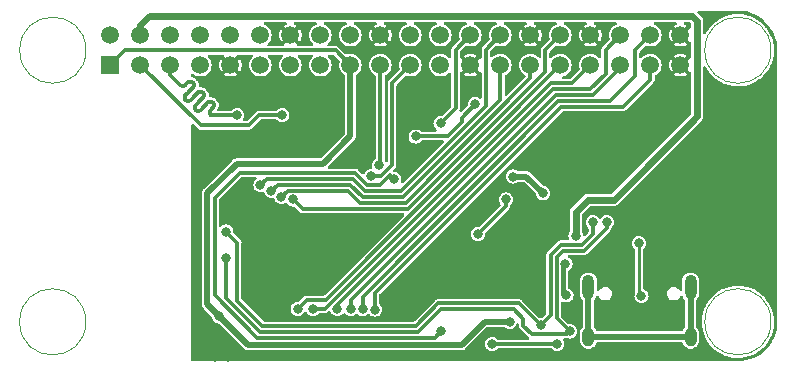
<source format=gbl>
G04 #@! TF.GenerationSoftware,KiCad,Pcbnew,(6.0.8)*
G04 #@! TF.CreationDate,2022-11-09T14:46:31+03:00*
G04 #@! TF.ProjectId,Pluton32,506c7574-6f6e-4333-922e-6b696361645f,1.0*
G04 #@! TF.SameCoordinates,Original*
G04 #@! TF.FileFunction,Copper,L2,Bot*
G04 #@! TF.FilePolarity,Positive*
%FSLAX46Y46*%
G04 Gerber Fmt 4.6, Leading zero omitted, Abs format (unit mm)*
G04 Created by KiCad (PCBNEW (6.0.8)) date 2022-11-09 14:46:31*
%MOMM*%
%LPD*%
G01*
G04 APERTURE LIST*
G04 #@! TA.AperFunction,EtchedComponent*
%ADD10C,0.100000*%
G04 #@! TD*
G04 #@! TA.AperFunction,ComponentPad*
%ADD11O,1.000000X1.600000*%
G04 #@! TD*
G04 #@! TA.AperFunction,ComponentPad*
%ADD12O,1.000000X2.100000*%
G04 #@! TD*
G04 #@! TA.AperFunction,ComponentPad*
%ADD13R,1.508000X1.508000*%
G04 #@! TD*
G04 #@! TA.AperFunction,ComponentPad*
%ADD14C,1.508000*%
G04 #@! TD*
G04 #@! TA.AperFunction,ViaPad*
%ADD15C,0.800000*%
G04 #@! TD*
G04 #@! TA.AperFunction,Conductor*
%ADD16C,0.304800*%
G04 #@! TD*
G04 #@! TA.AperFunction,Conductor*
%ADD17C,0.609600*%
G04 #@! TD*
G04 #@! TA.AperFunction,Conductor*
%ADD18C,0.406400*%
G04 #@! TD*
G04 #@! TA.AperFunction,Conductor*
%ADD19C,0.254000*%
G04 #@! TD*
G04 #@! TA.AperFunction,Conductor*
%ADD20C,0.508000*%
G04 #@! TD*
G04 APERTURE END LIST*
D10*
X121589976Y-108503594D02*
G75*
G03*
X121589976Y-108503594I-2801785J0D01*
G01*
X121599976Y-85503594D02*
G75*
G03*
X121599976Y-85503594I-2801785J0D01*
G01*
X179599976Y-85503594D02*
G75*
G03*
X179599976Y-85503594I-2801785J0D01*
G01*
X179603570Y-108500000D02*
G75*
G03*
X179603570Y-108500000I-2801785J0D01*
G01*
D11*
X172790000Y-109770000D03*
X164150000Y-109770000D03*
D12*
X172790000Y-105590000D03*
X164150000Y-105590000D03*
D13*
X123670000Y-86770000D03*
D14*
X123670000Y-84230000D03*
X126210000Y-86770000D03*
X126210000Y-84230000D03*
X128750000Y-86770000D03*
X128750000Y-84230000D03*
X131290000Y-86770000D03*
X131290000Y-84230000D03*
X133830000Y-86770000D03*
X133830000Y-84230000D03*
X136370000Y-86770000D03*
X136370000Y-84230000D03*
X138910000Y-86770000D03*
X138910000Y-84230000D03*
X141450000Y-86770000D03*
X141450000Y-84230000D03*
X143990000Y-86770000D03*
X143990000Y-84230000D03*
X146530000Y-86770000D03*
X146530000Y-84230000D03*
X149070000Y-86770000D03*
X149070000Y-84230000D03*
X151610000Y-86770000D03*
X151610000Y-84230000D03*
X154150000Y-86770000D03*
X154150000Y-84230000D03*
X156690000Y-86770000D03*
X156690000Y-84230000D03*
X159230000Y-86770000D03*
X159230000Y-84230000D03*
X161770000Y-86770000D03*
X161770000Y-84230000D03*
X164310000Y-86770000D03*
X164310000Y-84230000D03*
X166850000Y-86770000D03*
X166850000Y-84230000D03*
X169390000Y-86770000D03*
X169390000Y-84230000D03*
X171930000Y-86770000D03*
X171930000Y-84230000D03*
D15*
X138230000Y-91000000D03*
X134410000Y-91000000D03*
X162570000Y-109310000D03*
X165690000Y-100070000D03*
X133460000Y-103060000D03*
X133490000Y-100860000D03*
X160090000Y-108790000D03*
X164510000Y-100070000D03*
X146431852Y-95261900D03*
X145750000Y-96180000D03*
X163060000Y-101216492D03*
X162201900Y-103598564D03*
X162280000Y-106260000D03*
X149520000Y-92810000D03*
X154543326Y-90083326D03*
X136381340Y-96929460D03*
X161500000Y-110379500D03*
X156000000Y-110384500D03*
X168640000Y-106330000D03*
X168420000Y-101840000D03*
X174600000Y-91600000D03*
X171640000Y-108070000D03*
X133660000Y-111460000D03*
X149180000Y-108070000D03*
X148900000Y-88840000D03*
X130980000Y-111410000D03*
X131000000Y-105600000D03*
X138400000Y-107000000D03*
X158000000Y-85400000D03*
X134840000Y-88990000D03*
X140500000Y-102000000D03*
X160120000Y-104920000D03*
X143800000Y-101400000D03*
X156860000Y-103520000D03*
X133200000Y-94600000D03*
X173380000Y-100180000D03*
X152220000Y-103250000D03*
X163600000Y-95200000D03*
X134280000Y-88200000D03*
X159200000Y-100000000D03*
X174600000Y-89000000D03*
X174570000Y-103140000D03*
X154200000Y-88400000D03*
X151830000Y-106150000D03*
X172000000Y-90800000D03*
X151170000Y-105230000D03*
X149600000Y-89960000D03*
X163010000Y-110590000D03*
X160200000Y-100000000D03*
X137500000Y-100500000D03*
X133850000Y-88990000D03*
X174610000Y-101930000D03*
X132500000Y-111450000D03*
X153800000Y-89400000D03*
X151200000Y-111380000D03*
X154800000Y-102400000D03*
X155830000Y-104130000D03*
X137500000Y-103500000D03*
X143800000Y-103000000D03*
X162390000Y-107520000D03*
X170400000Y-90800000D03*
X133360000Y-88210000D03*
X131000000Y-101400000D03*
X137800000Y-105800000D03*
X163000000Y-85400000D03*
X137600000Y-83600000D03*
X151650000Y-104220000D03*
X171770000Y-100270000D03*
X156600000Y-97200000D03*
X160200000Y-99000000D03*
X139000000Y-102000000D03*
X152200000Y-105170000D03*
X155800000Y-98000000D03*
X150200000Y-111400000D03*
X142800000Y-100800000D03*
X135670000Y-89440000D03*
X161400000Y-100200000D03*
X167150000Y-100220000D03*
X149620000Y-91050000D03*
X139200000Y-105800000D03*
X140500000Y-103500000D03*
X137500000Y-102000000D03*
X152790000Y-106120000D03*
X174510000Y-99190000D03*
X131000000Y-107000000D03*
X174600000Y-90400000D03*
X131800000Y-96200000D03*
X170440000Y-100390000D03*
X143000000Y-104000000D03*
X131000000Y-97000000D03*
X174600000Y-94000000D03*
X132200000Y-95200000D03*
X139000000Y-100500000D03*
X166080000Y-107880000D03*
X167600000Y-95400000D03*
X140500000Y-100500000D03*
X142800000Y-102400000D03*
X136080000Y-90220000D03*
X131400000Y-94400000D03*
X156860000Y-104730000D03*
X143800000Y-99800000D03*
X140200000Y-83600000D03*
X140800000Y-105600000D03*
X131000000Y-108400000D03*
X172570000Y-101160000D03*
X131000000Y-98600000D03*
X138200000Y-101200000D03*
X162970000Y-104970000D03*
X164400000Y-91600000D03*
X154800000Y-99800000D03*
X160200000Y-95200000D03*
X143930000Y-94790000D03*
X159600000Y-101000000D03*
X169800000Y-96600000D03*
X174600000Y-92800000D03*
X131000000Y-100000000D03*
X152740000Y-104210000D03*
X162400000Y-91600000D03*
X170800000Y-95600000D03*
X131000000Y-104200000D03*
X166800000Y-91600000D03*
X138200000Y-102800000D03*
X139800000Y-102800000D03*
X174600000Y-100630000D03*
X139800000Y-101200000D03*
X159110000Y-104930000D03*
X131000000Y-95400000D03*
X139000000Y-103500000D03*
X149790000Y-88250000D03*
X170600000Y-85400000D03*
X131000000Y-102800000D03*
X157769428Y-96200572D03*
X132890000Y-108040000D03*
X157480000Y-108490000D03*
X160325000Y-97625000D03*
X137305601Y-97412514D03*
X138155756Y-97938100D03*
X139150000Y-98144860D03*
X139530000Y-107410000D03*
X140820000Y-107410000D03*
X142889714Y-107429714D03*
X144030000Y-107420000D03*
X145029438Y-107431357D03*
X146080000Y-107460000D03*
X151630000Y-91700000D03*
X147710000Y-96410000D03*
X151690000Y-109280000D03*
X154800000Y-101070000D03*
X157153326Y-98143326D03*
D16*
X131310000Y-91870000D02*
X126210000Y-86770000D01*
X138230000Y-91000000D02*
X136280000Y-91000000D01*
X135410000Y-91870000D02*
X131310000Y-91870000D01*
X136280000Y-91000000D02*
X135410000Y-91870000D01*
X134410000Y-91000000D02*
X134390000Y-91020000D01*
X129604404Y-88474405D02*
X128750000Y-87620000D01*
X130885745Y-90592887D02*
X130880051Y-90587193D01*
X130880050Y-90168621D02*
X131089335Y-89959335D01*
X130270463Y-88232610D02*
X130270463Y-88232611D01*
X132150000Y-90595735D02*
X132391794Y-90353940D01*
X131967529Y-89929675D02*
X131967529Y-89929676D01*
X130665069Y-89535069D02*
X130455782Y-89744353D01*
X130240802Y-89110802D02*
X130694728Y-88656875D01*
X130880051Y-90168623D02*
X130880050Y-90168621D01*
X130037211Y-89744354D02*
X130037212Y-89744354D01*
X130037212Y-89744354D02*
X130031518Y-89738660D01*
X131089335Y-89959335D02*
X131543261Y-89505408D01*
X131118996Y-89081143D02*
X131118996Y-89081144D01*
X128750000Y-87620000D02*
X128750000Y-86770000D01*
X130031518Y-89320090D02*
X130031517Y-89320088D01*
X131967529Y-89929676D02*
X131304315Y-90592886D01*
X134390000Y-91020000D02*
X132150000Y-91020000D01*
X130270463Y-88232611D02*
X130028668Y-88474405D01*
X132149999Y-90595735D02*
X132150000Y-90595735D01*
X131118996Y-89081144D02*
X130665069Y-89535069D01*
X130885744Y-90592887D02*
X130885745Y-90592887D01*
X130031517Y-89320088D02*
X130240802Y-89110802D01*
X130885715Y-90592916D02*
G75*
G03*
X131304315Y-90592886I209285J209316D01*
G01*
X131967568Y-89929714D02*
G75*
G02*
X132391794Y-89929676I212132J-212086D01*
G01*
X132150032Y-90595769D02*
G75*
G03*
X132150000Y-91020000I212068J-212131D01*
G01*
X130694771Y-88232568D02*
G75*
G02*
X130694728Y-88656875I-212171J-212132D01*
G01*
X129604405Y-88474404D02*
G75*
G03*
X130028667Y-88474404I212131J212131D01*
G01*
X130037216Y-89744349D02*
G75*
G03*
X130455781Y-89744352I209284J209249D01*
G01*
X131543237Y-89081168D02*
G75*
G02*
X131543261Y-89505408I-212137J-212132D01*
G01*
X130880044Y-90168616D02*
G75*
G03*
X130880052Y-90587192I209256J-209284D01*
G01*
X132391801Y-89929669D02*
G75*
G02*
X132391793Y-90353939I-212101J-212131D01*
G01*
X130270469Y-88232616D02*
G75*
G02*
X130694727Y-88232612I212131J-212084D01*
G01*
X130031544Y-89320116D02*
G75*
G03*
X130031519Y-89738659I209256J-209284D01*
G01*
X131118968Y-89081115D02*
G75*
G02*
X131543261Y-89081144I212132J-212185D01*
G01*
X157820000Y-107450000D02*
X158640000Y-108270000D01*
X161450000Y-103030000D02*
X161450000Y-108190000D01*
X133460000Y-106466784D02*
X136327536Y-109334320D01*
X136327536Y-109334320D02*
X149745680Y-109334320D01*
X159341911Y-109541911D02*
X162338089Y-109541911D01*
X149745680Y-109334320D02*
X151630000Y-107450000D01*
X162338089Y-109541911D02*
X162570000Y-109310000D01*
X158640000Y-108270000D02*
X158640000Y-108840000D01*
X158640000Y-108840000D02*
X159341911Y-109541911D01*
X165690000Y-100600000D02*
X163810000Y-102480000D01*
X161450000Y-108190000D02*
X162570000Y-109310000D01*
X165690000Y-100070000D02*
X165690000Y-100600000D01*
X151630000Y-107450000D02*
X157820000Y-107450000D01*
X133460000Y-103060000D02*
X133460000Y-106466784D01*
X163810000Y-102480000D02*
X162000000Y-102480000D01*
X162000000Y-102480000D02*
X161450000Y-103030000D01*
X151421104Y-106945680D02*
X158245680Y-106945680D01*
X149536784Y-108830000D02*
X151421104Y-106945680D01*
X134420000Y-106713568D02*
X136536432Y-108830000D01*
X160945680Y-102821104D02*
X160945680Y-104330000D01*
X164510000Y-100070000D02*
X164510000Y-101066784D01*
X163608392Y-101968392D02*
X161798392Y-101968392D01*
X133490000Y-100860000D02*
X134420000Y-101790000D01*
X164510000Y-101066784D02*
X163608392Y-101968392D01*
X160945680Y-104330000D02*
X160945680Y-107934320D01*
X136536432Y-108830000D02*
X149536784Y-108830000D01*
X161798392Y-101968392D02*
X160945680Y-102821104D01*
X160945680Y-107934320D02*
X160090000Y-108790000D01*
X158245680Y-106945680D02*
X160090000Y-108790000D01*
X134420000Y-101790000D02*
X134420000Y-106713568D01*
X146431852Y-95261900D02*
X146530000Y-95163752D01*
X146530000Y-95163752D02*
X146530000Y-86770000D01*
X145750000Y-96180000D02*
X146577116Y-96180000D01*
X147530000Y-88310000D02*
X149070000Y-86770000D01*
X147530000Y-95227116D02*
X147530000Y-88310000D01*
X146577116Y-96180000D02*
X147530000Y-95227116D01*
D17*
X173360000Y-87570000D02*
X173360000Y-91110000D01*
X126890000Y-82720000D02*
X127020000Y-82590000D01*
X173360000Y-91110000D02*
X168860000Y-95610000D01*
X172910000Y-82590000D02*
X173330000Y-83010000D01*
D18*
X162005120Y-105985120D02*
X162280000Y-106260000D01*
D17*
X163060000Y-99200000D02*
X163060000Y-101216492D01*
X133760000Y-82590000D02*
X172910000Y-82590000D01*
D18*
X162201900Y-103598564D02*
X162005120Y-103795344D01*
D17*
X127020000Y-82590000D02*
X133760000Y-82590000D01*
D18*
X162005120Y-103795344D02*
X162005120Y-105985120D01*
D17*
X168860000Y-95610000D02*
X166280000Y-98190000D01*
X166280000Y-98190000D02*
X165740000Y-98190000D01*
X165740000Y-98190000D02*
X164070000Y-98190000D01*
X173360000Y-83040000D02*
X173360000Y-87570000D01*
X173330000Y-83010000D02*
X173360000Y-83040000D01*
X163340000Y-98920000D02*
X163060000Y-99200000D01*
X126210000Y-84230000D02*
X126210000Y-83400000D01*
X126210000Y-83400000D02*
X126890000Y-82720000D01*
X164070000Y-98190000D02*
X163340000Y-98920000D01*
D16*
X153404320Y-91222332D02*
X153404320Y-91572464D01*
X154543326Y-90083326D02*
X153404320Y-91222332D01*
X153404320Y-91572464D02*
X152216784Y-92760000D01*
X152216784Y-92760000D02*
X149570000Y-92760000D01*
X149570000Y-92760000D02*
X149520000Y-92810000D01*
X155450000Y-90240000D02*
X155450000Y-85470000D01*
X148253769Y-97436231D02*
X155450000Y-90240000D01*
X155450000Y-85470000D02*
X156690000Y-84230000D01*
X144177740Y-96384320D02*
X145229651Y-97436231D01*
X136381340Y-96929460D02*
X136926480Y-96384320D01*
X136926480Y-96384320D02*
X144177740Y-96384320D01*
X145229651Y-97436231D02*
X148253769Y-97436231D01*
X156000000Y-110384500D02*
X161495000Y-110384500D01*
X161495000Y-110384500D02*
X161500000Y-110379500D01*
D19*
X168420000Y-101840000D02*
X168420000Y-106110000D01*
X168420000Y-106110000D02*
X168640000Y-106330000D01*
D20*
X164150000Y-105590000D02*
X164150000Y-109770000D01*
X172790000Y-109770000D02*
X172790000Y-105590000D01*
X164150000Y-109770000D02*
X172790000Y-109770000D01*
D16*
X142740000Y-85520000D02*
X143990000Y-86770000D01*
D20*
X131860000Y-107010000D02*
X131860000Y-97630000D01*
D16*
X123670000Y-86770000D02*
X124920000Y-85520000D01*
D20*
X141650000Y-95120000D02*
X143990000Y-92780000D01*
X157769428Y-96200572D02*
X158900572Y-96200572D01*
X131860000Y-97630000D02*
X134370000Y-95120000D01*
X134370000Y-95120000D02*
X141650000Y-95120000D01*
D16*
X124920000Y-85520000D02*
X142740000Y-85520000D01*
D20*
X155360000Y-108490000D02*
X157480000Y-108490000D01*
X158900572Y-96200572D02*
X160325000Y-97625000D01*
X143990000Y-92780000D02*
X143990000Y-86770000D01*
X153405440Y-110444560D02*
X155360000Y-108490000D01*
X135294560Y-110444560D02*
X153405440Y-110444560D01*
X132890000Y-108040000D02*
X131860000Y-107010000D01*
X132890000Y-108040000D02*
X135294560Y-110444560D01*
D16*
X148462665Y-97940551D02*
X156690000Y-89713216D01*
X137829475Y-96888640D02*
X143968844Y-96888640D01*
X156690000Y-89713216D02*
X156690000Y-86770000D01*
X143968844Y-96888640D02*
X145020755Y-97940551D01*
X137305601Y-97412514D02*
X137829475Y-96888640D01*
X145020755Y-97940551D02*
X148462665Y-97940551D01*
X138155756Y-97938100D02*
X138700896Y-97392960D01*
X148671561Y-98444871D02*
X159230000Y-87886432D01*
X143759948Y-97392960D02*
X144811859Y-98444871D01*
X144811859Y-98444871D02*
X148671561Y-98444871D01*
X159230000Y-87886432D02*
X159230000Y-86770000D01*
X138700896Y-97392960D02*
X143759948Y-97392960D01*
X148880457Y-98949191D02*
X160490000Y-87339648D01*
X139954331Y-98949191D02*
X148880457Y-98949191D01*
X160490000Y-87339648D02*
X160490000Y-85510000D01*
X139150000Y-98144860D02*
X139954331Y-98949191D01*
X160490000Y-85510000D02*
X161770000Y-84230000D01*
X140312720Y-106627280D02*
X141915584Y-106627280D01*
X139530000Y-107410000D02*
X140312720Y-106627280D01*
X141915584Y-106627280D02*
X161770000Y-86772864D01*
X161770000Y-86772864D02*
X161770000Y-86770000D01*
X141846080Y-107410000D02*
X160956080Y-88300000D01*
X160956080Y-88300000D02*
X162780000Y-88300000D01*
X140820000Y-107410000D02*
X141846080Y-107410000D01*
X162780000Y-88300000D02*
X164310000Y-86770000D01*
X142889714Y-107429714D02*
X142889714Y-107079582D01*
X165600000Y-85480000D02*
X166850000Y-84230000D01*
X164315680Y-88804320D02*
X165600000Y-87520000D01*
X161164976Y-88804320D02*
X164315680Y-88804320D01*
X142889714Y-107079582D02*
X161164976Y-88804320D01*
X165600000Y-87520000D02*
X165600000Y-85480000D01*
X144030000Y-106652512D02*
X161373872Y-89308640D01*
X164524576Y-89308640D02*
X166850000Y-86983216D01*
X166850000Y-86983216D02*
X166850000Y-86770000D01*
X144030000Y-107420000D02*
X144030000Y-106652512D01*
X161373872Y-89308640D02*
X164524576Y-89308640D01*
X168110000Y-87670000D02*
X168110000Y-85510000D01*
X168110000Y-85510000D02*
X169390000Y-84230000D01*
X161582768Y-89812960D02*
X165967040Y-89812960D01*
X145029438Y-107431357D02*
X145029438Y-106366290D01*
X165967040Y-89812960D02*
X168110000Y-87670000D01*
X145029438Y-106366290D02*
X161582768Y-89812960D01*
X146080000Y-107460000D02*
X146080000Y-106028944D01*
X146080000Y-106028944D02*
X161791664Y-90317280D01*
X161791664Y-90317280D02*
X167062720Y-90317280D01*
X169390000Y-87990000D02*
X169390000Y-86770000D01*
X167062720Y-90317280D02*
X169390000Y-87990000D01*
X136118640Y-109838640D02*
X132520000Y-106240000D01*
X132520000Y-106240000D02*
X132520000Y-97980000D01*
X145438547Y-96931911D02*
X146538421Y-96931911D01*
X132520000Y-97980000D02*
X134620000Y-95880000D01*
X152900000Y-90430000D02*
X152900000Y-85480000D01*
X151630000Y-91700000D02*
X152900000Y-90430000D01*
X151131360Y-109838640D02*
X136118640Y-109838640D01*
X151690000Y-109280000D02*
X151131360Y-109838640D01*
X152900000Y-85480000D02*
X154150000Y-84230000D01*
X144386636Y-95880000D02*
X145438547Y-96931911D01*
X147385166Y-96085166D02*
X147710000Y-96410000D01*
X146538421Y-96931911D02*
X147385166Y-96085166D01*
X134620000Y-95880000D02*
X144386636Y-95880000D01*
X157153326Y-98716674D02*
X154800000Y-101070000D01*
X157153326Y-98143326D02*
X157153326Y-98716674D01*
G04 #@! TA.AperFunction,Conductor*
G36*
X176771643Y-82154001D02*
G01*
X176783977Y-82154001D01*
X176800000Y-82158294D01*
X176816024Y-82154000D01*
X176817705Y-82154000D01*
X176824294Y-82154173D01*
X177143271Y-82170890D01*
X177156381Y-82172268D01*
X177465121Y-82221167D01*
X177489379Y-82225009D01*
X177502279Y-82227751D01*
X177793125Y-82305683D01*
X177827937Y-82315011D01*
X177840480Y-82319087D01*
X178155219Y-82439904D01*
X178167268Y-82445268D01*
X178467670Y-82598330D01*
X178479092Y-82604925D01*
X178742326Y-82775871D01*
X178761842Y-82788545D01*
X178772508Y-82796295D01*
X178900308Y-82899785D01*
X179034516Y-83008465D01*
X179044317Y-83017290D01*
X179282710Y-83255683D01*
X179291535Y-83265484D01*
X179483611Y-83502677D01*
X179503703Y-83527489D01*
X179511453Y-83538156D01*
X179562116Y-83616169D01*
X179695075Y-83820908D01*
X179701670Y-83832330D01*
X179854732Y-84132732D01*
X179860096Y-84144781D01*
X179977537Y-84450724D01*
X179980913Y-84459520D01*
X179984989Y-84472061D01*
X180023089Y-84614255D01*
X180072249Y-84797721D01*
X180074991Y-84810621D01*
X180122234Y-85108900D01*
X180127732Y-85143616D01*
X180129110Y-85156729D01*
X180145548Y-85470368D01*
X180145827Y-85475697D01*
X180146000Y-85482295D01*
X180146000Y-85483976D01*
X180141706Y-85500000D01*
X180145999Y-85516023D01*
X180145999Y-85528357D01*
X180147100Y-85536720D01*
X180147100Y-108463280D01*
X180145999Y-108471643D01*
X180145999Y-108483977D01*
X180141706Y-108500000D01*
X180146000Y-108516024D01*
X180146000Y-108517705D01*
X180145827Y-108524294D01*
X180129110Y-108843268D01*
X180127732Y-108856381D01*
X180086675Y-109115609D01*
X180074991Y-109189379D01*
X180072249Y-109202279D01*
X180061648Y-109241842D01*
X180010789Y-109431652D01*
X179984989Y-109527937D01*
X179980913Y-109540479D01*
X179922011Y-109693925D01*
X179860096Y-109855219D01*
X179854732Y-109867268D01*
X179701670Y-110167670D01*
X179695075Y-110179092D01*
X179558227Y-110389820D01*
X179511455Y-110461842D01*
X179503705Y-110472508D01*
X179364519Y-110644388D01*
X179291535Y-110734516D01*
X179282710Y-110744317D01*
X179044317Y-110982710D01*
X179034516Y-110991535D01*
X178868564Y-111125921D01*
X178772511Y-111203703D01*
X178761844Y-111211453D01*
X178648103Y-111285318D01*
X178479092Y-111395075D01*
X178467670Y-111401670D01*
X178167268Y-111554732D01*
X178155219Y-111560096D01*
X177840480Y-111680913D01*
X177827937Y-111684989D01*
X177502279Y-111772249D01*
X177489379Y-111774991D01*
X177156381Y-111827732D01*
X177143271Y-111829110D01*
X176824294Y-111845827D01*
X176817705Y-111846000D01*
X176816024Y-111846000D01*
X176800000Y-111841706D01*
X176783977Y-111845999D01*
X176771643Y-111845999D01*
X176763280Y-111847100D01*
X130626000Y-111847100D01*
X130557879Y-111827098D01*
X130511386Y-111773442D01*
X130500000Y-111721100D01*
X130500000Y-91863266D01*
X130520002Y-91795145D01*
X130573658Y-91748652D01*
X130643932Y-91738548D01*
X130708512Y-91768042D01*
X130715095Y-91774171D01*
X131024339Y-92083415D01*
X131036672Y-92098684D01*
X131039724Y-92102038D01*
X131045375Y-92110790D01*
X131069499Y-92129808D01*
X131073466Y-92133334D01*
X131073552Y-92133233D01*
X131077515Y-92136591D01*
X131081193Y-92140269D01*
X131095627Y-92150584D01*
X131100357Y-92154135D01*
X131137638Y-92183525D01*
X131145673Y-92186347D01*
X131152599Y-92191296D01*
X131162570Y-92194278D01*
X131162574Y-92194280D01*
X131198076Y-92204897D01*
X131203692Y-92206721D01*
X131248487Y-92222452D01*
X131253659Y-92222900D01*
X131256363Y-92222900D01*
X131258595Y-92222996D01*
X131259095Y-92223146D01*
X131259093Y-92223184D01*
X131259257Y-92223194D01*
X131265158Y-92224959D01*
X131315089Y-92222997D01*
X131320035Y-92222900D01*
X135358917Y-92222900D01*
X135378430Y-92224977D01*
X135382968Y-92225191D01*
X135393146Y-92227382D01*
X135413645Y-92224956D01*
X135423642Y-92223773D01*
X135428950Y-92223460D01*
X135428939Y-92223328D01*
X135434117Y-92222900D01*
X135439318Y-92222900D01*
X135444447Y-92222046D01*
X135444450Y-92222046D01*
X135456814Y-92219988D01*
X135462693Y-92219151D01*
X135465759Y-92218788D01*
X135509817Y-92213574D01*
X135517493Y-92209888D01*
X135525891Y-92208490D01*
X135557758Y-92191296D01*
X135567660Y-92185953D01*
X135572933Y-92183265D01*
X135615725Y-92162717D01*
X135619699Y-92159377D01*
X135621637Y-92157439D01*
X135623253Y-92155957D01*
X135623715Y-92155708D01*
X135623741Y-92155737D01*
X135623868Y-92155625D01*
X135629286Y-92152702D01*
X135637988Y-92143289D01*
X135663207Y-92116006D01*
X135666637Y-92112439D01*
X136389271Y-91389805D01*
X136451583Y-91355779D01*
X136478366Y-91352900D01*
X137681739Y-91352900D01*
X137749860Y-91372902D01*
X137781701Y-91402195D01*
X137801718Y-91428282D01*
X137808268Y-91433308D01*
X137808269Y-91433309D01*
X137837540Y-91455769D01*
X137927159Y-91524536D01*
X138073238Y-91585044D01*
X138230000Y-91605682D01*
X138238188Y-91604604D01*
X138294033Y-91597252D01*
X138386762Y-91585044D01*
X138532841Y-91524536D01*
X138658282Y-91428282D01*
X138754536Y-91302841D01*
X138815044Y-91156762D01*
X138835682Y-91000000D01*
X138815044Y-90843238D01*
X138754536Y-90697159D01*
X138658282Y-90571718D01*
X138532841Y-90475464D01*
X138386762Y-90414956D01*
X138230000Y-90394318D01*
X138073238Y-90414956D01*
X137927159Y-90475464D01*
X137801718Y-90571718D01*
X137785900Y-90592333D01*
X137781701Y-90597805D01*
X137724363Y-90639672D01*
X137681739Y-90647100D01*
X136331088Y-90647100D01*
X136311556Y-90645022D01*
X136307034Y-90644809D01*
X136296854Y-90642617D01*
X136266354Y-90646227D01*
X136261051Y-90646540D01*
X136261062Y-90646672D01*
X136255884Y-90647100D01*
X136250682Y-90647100D01*
X136233187Y-90650012D01*
X136227343Y-90650844D01*
X136203948Y-90653613D01*
X136190523Y-90655202D01*
X136190522Y-90655202D01*
X136180183Y-90656426D01*
X136172506Y-90660112D01*
X136164109Y-90661510D01*
X136154950Y-90666452D01*
X136154947Y-90666453D01*
X136122352Y-90684041D01*
X136117060Y-90686737D01*
X136074275Y-90707282D01*
X136070301Y-90710623D01*
X136068368Y-90712556D01*
X136066747Y-90714043D01*
X136066298Y-90714285D01*
X136066270Y-90714254D01*
X136066134Y-90714373D01*
X136060714Y-90717298D01*
X136053644Y-90724946D01*
X136053643Y-90724947D01*
X136026793Y-90753994D01*
X136023363Y-90757561D01*
X135300729Y-91480195D01*
X135238417Y-91514221D01*
X135211634Y-91517100D01*
X135025633Y-91517100D01*
X134957512Y-91497098D01*
X134911019Y-91443442D01*
X134900915Y-91373168D01*
X134925669Y-91314399D01*
X134929505Y-91309400D01*
X134929511Y-91309390D01*
X134934536Y-91302841D01*
X134995044Y-91156762D01*
X135015682Y-91000000D01*
X134995044Y-90843238D01*
X134934536Y-90697159D01*
X134838282Y-90571718D01*
X134712841Y-90475464D01*
X134566762Y-90414956D01*
X134410000Y-90394318D01*
X134253238Y-90414956D01*
X134107159Y-90475464D01*
X133981718Y-90571718D01*
X133976695Y-90578264D01*
X133946355Y-90617804D01*
X133889017Y-90659671D01*
X133846392Y-90667100D01*
X132851889Y-90667100D01*
X132783768Y-90647098D01*
X132737275Y-90593442D01*
X132727171Y-90523168D01*
X132738370Y-90486426D01*
X132799827Y-90358832D01*
X132832576Y-90215382D01*
X132832578Y-90068242D01*
X132799836Y-89924792D01*
X132735990Y-89792225D01*
X132647777Y-89681623D01*
X132644425Y-89677010D01*
X132642210Y-89675401D01*
X132639624Y-89673522D01*
X132624660Y-89661590D01*
X132560519Y-89610448D01*
X132529202Y-89585477D01*
X132484502Y-89563955D01*
X132403017Y-89524722D01*
X132403014Y-89524721D01*
X132396642Y-89521653D01*
X132253204Y-89488927D01*
X132110018Y-89488940D01*
X132041897Y-89468944D01*
X131995399Y-89415293D01*
X131984008Y-89362948D01*
X131984005Y-89314772D01*
X131983999Y-89219705D01*
X131951258Y-89076279D01*
X131887424Y-88943733D01*
X131799852Y-88833920D01*
X131798303Y-88831787D01*
X131795913Y-88828498D01*
X131791099Y-88825000D01*
X131784545Y-88819773D01*
X131686230Y-88741366D01*
X131686227Y-88741364D01*
X131680697Y-88736954D01*
X131569978Y-88683629D01*
X131554516Y-88676182D01*
X131554513Y-88676181D01*
X131548143Y-88673113D01*
X131541247Y-88671539D01*
X131541245Y-88671538D01*
X131411612Y-88641943D01*
X131411611Y-88641943D01*
X131404708Y-88640367D01*
X131310086Y-88640361D01*
X131261510Y-88640357D01*
X131193391Y-88620350D01*
X131146902Y-88566691D01*
X131135519Y-88514344D01*
X131135526Y-88451420D01*
X131135534Y-88371198D01*
X131102807Y-88227748D01*
X131065031Y-88149285D01*
X131042051Y-88101555D01*
X131042050Y-88101553D01*
X131038980Y-88095177D01*
X131021670Y-88073466D01*
X130954776Y-87989568D01*
X130950107Y-87983712D01*
X130947400Y-87979986D01*
X130947335Y-87979939D01*
X130942584Y-87976486D01*
X130854773Y-87906448D01*
X130837710Y-87892838D01*
X130837707Y-87892836D01*
X130832179Y-87888427D01*
X130825810Y-87885360D01*
X130820633Y-87882106D01*
X130790763Y-87848330D01*
X130760155Y-87850217D01*
X130733474Y-87840886D01*
X130705996Y-87827652D01*
X130705986Y-87827649D01*
X130699613Y-87824579D01*
X130692712Y-87823004D01*
X130692710Y-87823003D01*
X130628070Y-87808248D01*
X130597959Y-87801375D01*
X130535999Y-87766715D01*
X130502612Y-87704059D01*
X130500000Y-87678535D01*
X130500000Y-87623784D01*
X130520002Y-87555663D01*
X130573658Y-87509170D01*
X130643932Y-87499066D01*
X130707663Y-87527830D01*
X130742618Y-87557579D01*
X130747996Y-87560585D01*
X130747998Y-87560586D01*
X130775530Y-87575973D01*
X130849618Y-87617379D01*
X130886726Y-87655224D01*
X130926614Y-87655592D01*
X131084043Y-87706744D01*
X131269914Y-87728908D01*
X131276049Y-87728436D01*
X131276051Y-87728436D01*
X131450408Y-87715020D01*
X131450413Y-87715019D01*
X131456549Y-87714547D01*
X131462479Y-87712891D01*
X131462481Y-87712891D01*
X131614155Y-87670543D01*
X131636841Y-87664209D01*
X131654629Y-87655224D01*
X131793886Y-87584879D01*
X131803921Y-87579810D01*
X131832376Y-87557579D01*
X131843554Y-87548846D01*
X133272811Y-87548846D01*
X133278946Y-87557598D01*
X133286450Y-87562814D01*
X133439552Y-87648379D01*
X133450793Y-87653290D01*
X133617602Y-87707490D01*
X133629576Y-87710123D01*
X133803745Y-87730891D01*
X133815994Y-87731148D01*
X133990878Y-87717692D01*
X134002956Y-87715562D01*
X134171886Y-87668395D01*
X134183319Y-87663961D01*
X134339875Y-87584879D01*
X134350234Y-87578305D01*
X134376683Y-87557641D01*
X134385154Y-87545825D01*
X134378618Y-87534144D01*
X133842812Y-86998338D01*
X133828868Y-86990724D01*
X133827035Y-86990855D01*
X133820420Y-86995106D01*
X133280187Y-87535339D01*
X133272811Y-87548846D01*
X131843554Y-87548846D01*
X131946571Y-87468360D01*
X131946572Y-87468360D01*
X131951427Y-87464566D01*
X132054098Y-87345620D01*
X132069709Y-87327535D01*
X132069710Y-87327533D01*
X132073738Y-87322867D01*
X132166198Y-87160108D01*
X132225283Y-86982491D01*
X132248744Y-86796780D01*
X132249118Y-86770000D01*
X132248404Y-86762715D01*
X132868779Y-86762715D01*
X132883454Y-86937488D01*
X132885669Y-86949552D01*
X132934013Y-87118148D01*
X132938531Y-87129560D01*
X133018696Y-87285543D01*
X133025350Y-87295867D01*
X133042065Y-87316957D01*
X133054057Y-87325427D01*
X133065504Y-87318970D01*
X133601662Y-86782812D01*
X133608040Y-86771132D01*
X134050724Y-86771132D01*
X134050855Y-86772965D01*
X134055106Y-86779580D01*
X134595731Y-87320205D01*
X134609357Y-87327646D01*
X134616415Y-87322736D01*
X134618997Y-87319075D01*
X134705629Y-87166575D01*
X134710623Y-87155359D01*
X134765982Y-86988944D01*
X134768702Y-86976972D01*
X134791013Y-86800360D01*
X134791505Y-86793331D01*
X134791782Y-86773505D01*
X134791489Y-86766512D01*
X134774114Y-86589312D01*
X134771731Y-86577277D01*
X134721038Y-86409375D01*
X134716364Y-86398034D01*
X134634019Y-86243166D01*
X134627239Y-86232962D01*
X134618620Y-86222394D01*
X134606277Y-86213931D01*
X134595304Y-86220222D01*
X134058338Y-86757188D01*
X134050724Y-86771132D01*
X133608040Y-86771132D01*
X133609276Y-86768868D01*
X133609145Y-86767035D01*
X133604894Y-86760420D01*
X133065020Y-86220546D01*
X133051635Y-86213237D01*
X133041708Y-86220247D01*
X133040347Y-86221870D01*
X133033409Y-86232001D01*
X132948913Y-86385699D01*
X132944085Y-86396963D01*
X132891049Y-86564154D01*
X132888501Y-86576142D01*
X132868950Y-86750446D01*
X132868779Y-86762715D01*
X132248404Y-86762715D01*
X132230852Y-86583706D01*
X132176749Y-86404509D01*
X132170185Y-86392163D01*
X132091764Y-86244674D01*
X132091762Y-86244671D01*
X132088870Y-86239232D01*
X132084980Y-86234462D01*
X132084977Y-86234458D01*
X131995444Y-86124681D01*
X131970562Y-86094173D01*
X131965810Y-86090242D01*
X131963272Y-86087686D01*
X131929463Y-86025256D01*
X131934774Y-85954459D01*
X131977517Y-85897771D01*
X132044123Y-85873191D01*
X132052676Y-85872900D01*
X133147424Y-85872900D01*
X133215545Y-85892902D01*
X133262038Y-85946558D01*
X133269909Y-85986243D01*
X133280642Y-86005116D01*
X133817188Y-86541662D01*
X133831132Y-86549276D01*
X133832965Y-86549145D01*
X133839580Y-86544894D01*
X134379127Y-86005347D01*
X134394663Y-85976896D01*
X134403013Y-85938513D01*
X134453216Y-85888311D01*
X134513600Y-85872900D01*
X135607365Y-85872900D01*
X135675486Y-85892902D01*
X135721979Y-85946558D01*
X135732083Y-86016832D01*
X135702589Y-86081412D01*
X135701084Y-86083013D01*
X135698940Y-86084736D01*
X135694982Y-86089454D01*
X135694978Y-86089457D01*
X135627828Y-86169484D01*
X135578619Y-86228130D01*
X135575655Y-86233522D01*
X135575652Y-86233526D01*
X135560872Y-86260411D01*
X135488441Y-86392163D01*
X135486580Y-86398030D01*
X135486579Y-86398032D01*
X135438074Y-86550938D01*
X135431841Y-86570588D01*
X135410975Y-86756609D01*
X135413435Y-86785898D01*
X135425241Y-86926487D01*
X135426639Y-86943139D01*
X135428338Y-86949064D01*
X135471360Y-87099098D01*
X135478235Y-87123075D01*
X135481050Y-87128552D01*
X135481051Y-87128555D01*
X135558423Y-87279105D01*
X135563797Y-87289562D01*
X135567620Y-87294386D01*
X135567623Y-87294390D01*
X135644031Y-87390792D01*
X135680068Y-87436259D01*
X135684762Y-87440254D01*
X135724476Y-87474053D01*
X135822618Y-87557579D01*
X135827996Y-87560585D01*
X135827998Y-87560586D01*
X135855605Y-87576015D01*
X135986018Y-87648900D01*
X136164043Y-87706744D01*
X136349914Y-87728908D01*
X136356049Y-87728436D01*
X136356051Y-87728436D01*
X136530408Y-87715020D01*
X136530413Y-87715019D01*
X136536549Y-87714547D01*
X136542479Y-87712891D01*
X136542481Y-87712891D01*
X136694155Y-87670543D01*
X136716841Y-87664209D01*
X136734629Y-87655224D01*
X136873886Y-87584879D01*
X136883921Y-87579810D01*
X136912376Y-87557579D01*
X137026571Y-87468360D01*
X137026572Y-87468360D01*
X137031427Y-87464566D01*
X137134098Y-87345620D01*
X137149709Y-87327535D01*
X137149710Y-87327533D01*
X137153738Y-87322867D01*
X137246198Y-87160108D01*
X137305283Y-86982491D01*
X137328744Y-86796780D01*
X137329118Y-86770000D01*
X137310852Y-86583706D01*
X137256749Y-86404509D01*
X137250185Y-86392163D01*
X137171764Y-86244674D01*
X137171762Y-86244671D01*
X137168870Y-86239232D01*
X137164980Y-86234462D01*
X137164977Y-86234458D01*
X137075444Y-86124681D01*
X137050562Y-86094173D01*
X137045810Y-86090242D01*
X137043272Y-86087686D01*
X137009463Y-86025256D01*
X137014774Y-85954459D01*
X137057517Y-85897771D01*
X137124123Y-85873191D01*
X137132676Y-85872900D01*
X138147365Y-85872900D01*
X138215486Y-85892902D01*
X138261979Y-85946558D01*
X138272083Y-86016832D01*
X138242589Y-86081412D01*
X138241084Y-86083013D01*
X138238940Y-86084736D01*
X138234982Y-86089454D01*
X138234978Y-86089457D01*
X138167828Y-86169484D01*
X138118619Y-86228130D01*
X138115655Y-86233522D01*
X138115652Y-86233526D01*
X138100872Y-86260411D01*
X138028441Y-86392163D01*
X138026580Y-86398030D01*
X138026579Y-86398032D01*
X137978074Y-86550938D01*
X137971841Y-86570588D01*
X137950975Y-86756609D01*
X137953435Y-86785898D01*
X137965241Y-86926487D01*
X137966639Y-86943139D01*
X137968338Y-86949064D01*
X138011360Y-87099098D01*
X138018235Y-87123075D01*
X138021050Y-87128552D01*
X138021051Y-87128555D01*
X138098423Y-87279105D01*
X138103797Y-87289562D01*
X138107620Y-87294386D01*
X138107623Y-87294390D01*
X138184031Y-87390792D01*
X138220068Y-87436259D01*
X138224762Y-87440254D01*
X138264476Y-87474053D01*
X138362618Y-87557579D01*
X138367996Y-87560585D01*
X138367998Y-87560586D01*
X138395605Y-87576015D01*
X138526018Y-87648900D01*
X138704043Y-87706744D01*
X138889914Y-87728908D01*
X138896049Y-87728436D01*
X138896051Y-87728436D01*
X139070408Y-87715020D01*
X139070413Y-87715019D01*
X139076549Y-87714547D01*
X139082479Y-87712891D01*
X139082481Y-87712891D01*
X139234155Y-87670543D01*
X139256841Y-87664209D01*
X139274629Y-87655224D01*
X139413886Y-87584879D01*
X139423921Y-87579810D01*
X139452376Y-87557579D01*
X139566571Y-87468360D01*
X139566572Y-87468360D01*
X139571427Y-87464566D01*
X139674098Y-87345620D01*
X139689709Y-87327535D01*
X139689710Y-87327533D01*
X139693738Y-87322867D01*
X139786198Y-87160108D01*
X139845283Y-86982491D01*
X139868744Y-86796780D01*
X139869118Y-86770000D01*
X139850852Y-86583706D01*
X139796749Y-86404509D01*
X139790185Y-86392163D01*
X139711764Y-86244674D01*
X139711762Y-86244671D01*
X139708870Y-86239232D01*
X139704980Y-86234462D01*
X139704977Y-86234458D01*
X139615444Y-86124681D01*
X139590562Y-86094173D01*
X139585810Y-86090242D01*
X139583272Y-86087686D01*
X139549463Y-86025256D01*
X139554774Y-85954459D01*
X139597517Y-85897771D01*
X139664123Y-85873191D01*
X139672676Y-85872900D01*
X140687365Y-85872900D01*
X140755486Y-85892902D01*
X140801979Y-85946558D01*
X140812083Y-86016832D01*
X140782589Y-86081412D01*
X140781084Y-86083013D01*
X140778940Y-86084736D01*
X140774982Y-86089454D01*
X140774978Y-86089457D01*
X140707828Y-86169484D01*
X140658619Y-86228130D01*
X140655655Y-86233522D01*
X140655652Y-86233526D01*
X140640872Y-86260411D01*
X140568441Y-86392163D01*
X140566580Y-86398030D01*
X140566579Y-86398032D01*
X140518074Y-86550938D01*
X140511841Y-86570588D01*
X140490975Y-86756609D01*
X140493435Y-86785898D01*
X140505241Y-86926487D01*
X140506639Y-86943139D01*
X140508338Y-86949064D01*
X140551360Y-87099098D01*
X140558235Y-87123075D01*
X140561050Y-87128552D01*
X140561051Y-87128555D01*
X140638423Y-87279105D01*
X140643797Y-87289562D01*
X140647620Y-87294386D01*
X140647623Y-87294390D01*
X140724031Y-87390792D01*
X140760068Y-87436259D01*
X140764762Y-87440254D01*
X140804476Y-87474053D01*
X140902618Y-87557579D01*
X140907996Y-87560585D01*
X140907998Y-87560586D01*
X140935605Y-87576015D01*
X141066018Y-87648900D01*
X141244043Y-87706744D01*
X141429914Y-87728908D01*
X141436049Y-87728436D01*
X141436051Y-87728436D01*
X141610408Y-87715020D01*
X141610413Y-87715019D01*
X141616549Y-87714547D01*
X141622479Y-87712891D01*
X141622481Y-87712891D01*
X141774155Y-87670543D01*
X141796841Y-87664209D01*
X141814629Y-87655224D01*
X141953886Y-87584879D01*
X141963921Y-87579810D01*
X141992376Y-87557579D01*
X142106571Y-87468360D01*
X142106572Y-87468360D01*
X142111427Y-87464566D01*
X142214098Y-87345620D01*
X142229709Y-87327535D01*
X142229710Y-87327533D01*
X142233738Y-87322867D01*
X142326198Y-87160108D01*
X142385283Y-86982491D01*
X142408744Y-86796780D01*
X142409118Y-86770000D01*
X142390852Y-86583706D01*
X142336749Y-86404509D01*
X142330185Y-86392163D01*
X142251764Y-86244674D01*
X142251762Y-86244671D01*
X142248870Y-86239232D01*
X142244980Y-86234462D01*
X142244977Y-86234458D01*
X142155444Y-86124681D01*
X142130562Y-86094173D01*
X142125810Y-86090242D01*
X142123272Y-86087686D01*
X142089463Y-86025256D01*
X142094774Y-85954459D01*
X142137517Y-85897771D01*
X142204123Y-85873191D01*
X142212676Y-85872900D01*
X142541634Y-85872900D01*
X142609755Y-85892902D01*
X142630729Y-85909805D01*
X143055389Y-86334465D01*
X143089415Y-86396777D01*
X143086396Y-86461657D01*
X143051841Y-86570588D01*
X143030975Y-86756609D01*
X143033435Y-86785898D01*
X143045241Y-86926487D01*
X143046639Y-86943139D01*
X143048338Y-86949064D01*
X143091360Y-87099098D01*
X143098235Y-87123075D01*
X143101050Y-87128552D01*
X143101051Y-87128555D01*
X143178423Y-87279105D01*
X143183797Y-87289562D01*
X143187620Y-87294386D01*
X143187623Y-87294390D01*
X143264031Y-87390792D01*
X143300068Y-87436259D01*
X143304762Y-87440254D01*
X143344476Y-87474053D01*
X143442618Y-87557579D01*
X143470971Y-87573425D01*
X143520676Y-87624116D01*
X143535500Y-87683412D01*
X143535500Y-92539550D01*
X143515498Y-92607671D01*
X143498595Y-92628645D01*
X141498645Y-94628595D01*
X141436333Y-94662621D01*
X141409550Y-94665500D01*
X134404456Y-94665500D01*
X134389647Y-94664627D01*
X134364915Y-94661700D01*
X134355562Y-94660593D01*
X134346298Y-94662285D01*
X134346295Y-94662285D01*
X134297320Y-94671229D01*
X134293418Y-94671878D01*
X134244164Y-94679284D01*
X134244161Y-94679285D01*
X134234849Y-94680685D01*
X134228282Y-94683838D01*
X134221117Y-94685147D01*
X134168533Y-94712462D01*
X134165043Y-94714205D01*
X134111647Y-94739846D01*
X134106352Y-94744741D01*
X134106213Y-94744834D01*
X134099834Y-94748148D01*
X134094746Y-94752494D01*
X134057164Y-94790076D01*
X134053599Y-94793506D01*
X134011288Y-94832617D01*
X134007570Y-94839017D01*
X134001963Y-94845277D01*
X131562989Y-97284251D01*
X131551900Y-97294106D01*
X131524941Y-97315359D01*
X131519587Y-97323106D01*
X131491258Y-97364094D01*
X131488976Y-97367287D01*
X131453791Y-97414924D01*
X131451377Y-97421797D01*
X131447236Y-97427789D01*
X131440538Y-97448969D01*
X131429374Y-97484270D01*
X131428129Y-97487999D01*
X131408507Y-97543874D01*
X131408224Y-97551078D01*
X131408191Y-97551249D01*
X131406025Y-97558097D01*
X131405500Y-97564768D01*
X131405500Y-97617938D01*
X131405403Y-97622884D01*
X131403142Y-97680437D01*
X131405039Y-97687592D01*
X131405500Y-97695967D01*
X131405500Y-106975544D01*
X131404627Y-106990353D01*
X131400593Y-107024438D01*
X131402285Y-107033702D01*
X131402285Y-107033705D01*
X131411229Y-107082680D01*
X131411878Y-107086582D01*
X131419284Y-107135836D01*
X131420685Y-107145151D01*
X131423838Y-107151718D01*
X131425147Y-107158883D01*
X131452462Y-107211467D01*
X131454205Y-107214957D01*
X131479846Y-107268353D01*
X131484741Y-107273648D01*
X131484834Y-107273787D01*
X131488148Y-107280166D01*
X131492494Y-107285254D01*
X131530076Y-107322836D01*
X131533506Y-107326401D01*
X131572617Y-107368712D01*
X131579017Y-107372430D01*
X131585277Y-107378037D01*
X132259695Y-108052455D01*
X132293721Y-108114767D01*
X132295521Y-108125100D01*
X132304956Y-108196762D01*
X132365464Y-108342841D01*
X132409093Y-108399699D01*
X132453304Y-108457316D01*
X132461718Y-108468282D01*
X132468264Y-108473305D01*
X132492743Y-108492088D01*
X132587159Y-108564536D01*
X132733238Y-108625044D01*
X132804897Y-108634478D01*
X132869823Y-108663200D01*
X132877545Y-108670305D01*
X134948811Y-110741571D01*
X134958666Y-110752660D01*
X134979919Y-110779619D01*
X134987666Y-110784973D01*
X134987670Y-110784977D01*
X135028632Y-110813288D01*
X135031852Y-110815589D01*
X135071902Y-110845170D01*
X135071904Y-110845171D01*
X135079483Y-110850769D01*
X135086358Y-110853183D01*
X135092349Y-110857324D01*
X135148861Y-110875196D01*
X135152545Y-110876426D01*
X135199544Y-110892931D01*
X135199548Y-110892932D01*
X135208433Y-110896052D01*
X135215633Y-110896335D01*
X135215809Y-110896369D01*
X135222657Y-110898535D01*
X135229328Y-110899060D01*
X135282508Y-110899060D01*
X135287454Y-110899157D01*
X135344997Y-110901418D01*
X135352152Y-110899521D01*
X135360527Y-110899060D01*
X153370984Y-110899060D01*
X153385794Y-110899933D01*
X153419878Y-110903967D01*
X153429142Y-110902275D01*
X153429145Y-110902275D01*
X153478120Y-110893331D01*
X153482022Y-110892682D01*
X153531276Y-110885276D01*
X153531279Y-110885275D01*
X153540591Y-110883875D01*
X153547158Y-110880722D01*
X153554323Y-110879413D01*
X153606907Y-110852098D01*
X153610397Y-110850355D01*
X153663793Y-110824714D01*
X153669088Y-110819819D01*
X153669227Y-110819726D01*
X153675606Y-110816412D01*
X153680694Y-110812066D01*
X153718276Y-110774484D01*
X153721842Y-110771054D01*
X153736611Y-110757402D01*
X153764152Y-110731943D01*
X153767870Y-110725543D01*
X153773477Y-110719283D01*
X155511355Y-108981405D01*
X155573667Y-108947379D01*
X155600450Y-108944500D01*
X157043114Y-108944500D01*
X157111235Y-108964502D01*
X157119818Y-108970537D01*
X157177159Y-109014536D01*
X157323238Y-109075044D01*
X157480000Y-109095682D01*
X157488188Y-109094604D01*
X157498800Y-109093207D01*
X157636762Y-109075044D01*
X157782841Y-109014536D01*
X157908282Y-108918282D01*
X158004536Y-108792841D01*
X158044691Y-108695898D01*
X158089239Y-108640617D01*
X158156603Y-108618196D01*
X158225394Y-108635754D01*
X158273772Y-108687716D01*
X158287100Y-108744116D01*
X158287100Y-108788917D01*
X158285023Y-108808430D01*
X158284809Y-108812968D01*
X158282618Y-108823146D01*
X158283842Y-108833487D01*
X158286227Y-108853642D01*
X158286540Y-108858950D01*
X158286672Y-108858939D01*
X158287100Y-108864117D01*
X158287100Y-108869318D01*
X158287954Y-108874447D01*
X158287954Y-108874450D01*
X158290012Y-108886814D01*
X158290849Y-108892693D01*
X158296426Y-108939817D01*
X158300112Y-108947493D01*
X158301510Y-108955891D01*
X158306455Y-108965055D01*
X158306455Y-108965056D01*
X158324047Y-108997660D01*
X158326735Y-109002933D01*
X158347283Y-109045725D01*
X158350623Y-109049699D01*
X158352561Y-109051637D01*
X158354043Y-109053253D01*
X158354292Y-109053715D01*
X158354263Y-109053741D01*
X158354375Y-109053868D01*
X158357298Y-109059286D01*
X158364946Y-109066356D01*
X158364947Y-109066357D01*
X158393994Y-109093207D01*
X158397561Y-109096637D01*
X159056250Y-109755326D01*
X159068583Y-109770595D01*
X159071635Y-109773949D01*
X159077286Y-109782701D01*
X159101410Y-109801719D01*
X159105380Y-109805247D01*
X159105466Y-109805146D01*
X159109423Y-109808499D01*
X159110907Y-109809983D01*
X159111187Y-109810408D01*
X159112490Y-109811566D01*
X159113104Y-109812180D01*
X159112651Y-109812633D01*
X159149610Y-109868770D01*
X159150393Y-109939763D01*
X159112671Y-109999909D01*
X159048419Y-110030112D01*
X159029113Y-110031600D01*
X156548261Y-110031600D01*
X156480140Y-110011598D01*
X156448299Y-109982305D01*
X156428282Y-109956218D01*
X156412348Y-109943991D01*
X156354096Y-109899293D01*
X156302841Y-109859964D01*
X156156762Y-109799456D01*
X156000000Y-109778818D01*
X155843238Y-109799456D01*
X155697159Y-109859964D01*
X155645904Y-109899293D01*
X155587653Y-109943991D01*
X155571718Y-109956218D01*
X155475464Y-110081659D01*
X155414956Y-110227738D01*
X155413878Y-110235926D01*
X155412749Y-110244502D01*
X155394318Y-110384500D01*
X155414956Y-110541262D01*
X155475464Y-110687341D01*
X155571718Y-110812782D01*
X155697159Y-110909036D01*
X155843238Y-110969544D01*
X156000000Y-110990182D01*
X156008188Y-110989104D01*
X156148574Y-110970622D01*
X156156762Y-110969544D01*
X156302841Y-110909036D01*
X156375680Y-110853145D01*
X156421731Y-110817809D01*
X156421732Y-110817808D01*
X156428282Y-110812782D01*
X156448299Y-110786695D01*
X156505637Y-110744828D01*
X156548261Y-110737400D01*
X160955575Y-110737400D01*
X161023696Y-110757402D01*
X161055537Y-110786696D01*
X161066691Y-110801232D01*
X161066695Y-110801236D01*
X161071718Y-110807782D01*
X161078264Y-110812805D01*
X161099099Y-110828792D01*
X161197159Y-110904036D01*
X161343238Y-110964544D01*
X161500000Y-110985182D01*
X161508188Y-110984104D01*
X161648574Y-110965622D01*
X161656762Y-110964544D01*
X161802841Y-110904036D01*
X161900901Y-110828792D01*
X161921736Y-110812805D01*
X161928282Y-110807782D01*
X162024536Y-110682341D01*
X162085044Y-110536262D01*
X162105682Y-110379500D01*
X162085044Y-110222738D01*
X162072217Y-110191770D01*
X162039389Y-110112516D01*
X163449500Y-110112516D01*
X163464724Y-110238320D01*
X163524655Y-110396923D01*
X163528956Y-110403181D01*
X163576606Y-110472511D01*
X163620688Y-110536651D01*
X163626358Y-110541703D01*
X163626359Y-110541704D01*
X163741608Y-110644388D01*
X163741612Y-110644390D01*
X163747279Y-110649440D01*
X163753988Y-110652992D01*
X163753989Y-110652993D01*
X163761761Y-110657108D01*
X163897119Y-110728776D01*
X164061559Y-110770081D01*
X164069157Y-110770121D01*
X164069159Y-110770121D01*
X164146332Y-110770525D01*
X164231105Y-110770969D01*
X164238492Y-110769195D01*
X164238496Y-110769195D01*
X164388583Y-110733161D01*
X164395968Y-110731388D01*
X164402712Y-110727907D01*
X164402715Y-110727906D01*
X164539883Y-110657108D01*
X164539884Y-110657108D01*
X164546631Y-110653625D01*
X164578276Y-110626020D01*
X164668671Y-110547163D01*
X164674396Y-110542169D01*
X164771887Y-110403453D01*
X164774646Y-110396377D01*
X164774648Y-110396373D01*
X164810378Y-110304730D01*
X164853759Y-110248528D01*
X164927771Y-110224500D01*
X172012418Y-110224500D01*
X172080539Y-110244502D01*
X172127032Y-110298158D01*
X172130284Y-110305963D01*
X172164655Y-110396923D01*
X172168956Y-110403181D01*
X172216606Y-110472511D01*
X172260688Y-110536651D01*
X172266358Y-110541703D01*
X172266359Y-110541704D01*
X172381608Y-110644388D01*
X172381612Y-110644390D01*
X172387279Y-110649440D01*
X172393988Y-110652992D01*
X172393989Y-110652993D01*
X172401761Y-110657108D01*
X172537119Y-110728776D01*
X172701559Y-110770081D01*
X172709157Y-110770121D01*
X172709159Y-110770121D01*
X172786332Y-110770525D01*
X172871105Y-110770969D01*
X172878492Y-110769195D01*
X172878496Y-110769195D01*
X173028583Y-110733161D01*
X173035968Y-110731388D01*
X173042712Y-110727907D01*
X173042715Y-110727906D01*
X173179883Y-110657108D01*
X173179884Y-110657108D01*
X173186631Y-110653625D01*
X173218276Y-110626020D01*
X173308671Y-110547163D01*
X173314396Y-110542169D01*
X173411887Y-110403453D01*
X173473476Y-110245487D01*
X173477269Y-110216680D01*
X173489962Y-110120261D01*
X173489962Y-110120260D01*
X173490500Y-110116174D01*
X173490500Y-109427484D01*
X173475276Y-109301680D01*
X173437716Y-109202279D01*
X173418029Y-109150180D01*
X173415345Y-109143077D01*
X173390579Y-109107043D01*
X173323614Y-109009608D01*
X173323613Y-109009607D01*
X173319312Y-109003349D01*
X173286679Y-108974274D01*
X173249125Y-108914026D01*
X173244500Y-108880200D01*
X173244500Y-108457316D01*
X173744989Y-108457316D01*
X173746778Y-108500000D01*
X173759281Y-108798320D01*
X173779585Y-108929474D01*
X173808361Y-109115353D01*
X173811496Y-109135606D01*
X173812418Y-109138998D01*
X173812418Y-109139000D01*
X173818511Y-109161426D01*
X173900982Y-109464969D01*
X174026624Y-109782304D01*
X174028279Y-109785416D01*
X174028281Y-109785421D01*
X174087540Y-109896870D01*
X174186856Y-110083657D01*
X174206616Y-110112516D01*
X174377690Y-110362364D01*
X174377695Y-110362370D01*
X174379681Y-110365271D01*
X174602696Y-110623636D01*
X174605266Y-110626016D01*
X174605270Y-110626020D01*
X174697367Y-110711302D01*
X174853120Y-110855531D01*
X174855942Y-110857612D01*
X174855945Y-110857614D01*
X174947970Y-110925461D01*
X175127833Y-111058067D01*
X175423410Y-111228719D01*
X175503221Y-111263588D01*
X175732945Y-111363952D01*
X175732955Y-111363956D01*
X175736167Y-111365359D01*
X175739524Y-111366398D01*
X175739529Y-111366400D01*
X175875097Y-111408365D01*
X176062207Y-111466285D01*
X176065663Y-111466944D01*
X176065662Y-111466944D01*
X176394014Y-111529581D01*
X176394019Y-111529582D01*
X176397465Y-111530239D01*
X176582955Y-111544512D01*
X176734265Y-111556155D01*
X176734267Y-111556155D01*
X176737762Y-111556424D01*
X176963664Y-111548535D01*
X177075341Y-111544635D01*
X177075345Y-111544635D01*
X177078857Y-111544512D01*
X177082336Y-111543998D01*
X177082339Y-111543998D01*
X177413007Y-111495170D01*
X177413013Y-111495169D01*
X177416499Y-111494654D01*
X177419903Y-111493755D01*
X177419906Y-111493754D01*
X177743088Y-111408365D01*
X177743089Y-111408365D01*
X177746479Y-111407469D01*
X178064684Y-111284046D01*
X178067795Y-111282420D01*
X178067803Y-111282416D01*
X178218365Y-111203703D01*
X178367148Y-111125921D01*
X178579467Y-110982710D01*
X178647185Y-110937034D01*
X178647187Y-110937033D01*
X178650101Y-110935067D01*
X178663694Y-110923499D01*
X178907344Y-110716136D01*
X178907345Y-110716135D01*
X178910017Y-110713861D01*
X178997242Y-110620976D01*
X179141244Y-110467630D01*
X179141248Y-110467625D01*
X179143655Y-110465062D01*
X179145760Y-110462248D01*
X179145766Y-110462241D01*
X179315071Y-110235926D01*
X179348104Y-110191770D01*
X179362244Y-110167670D01*
X179429769Y-110052574D01*
X179520814Y-109897391D01*
X179522246Y-109894175D01*
X179658203Y-109588812D01*
X179658205Y-109588807D01*
X179659635Y-109585595D01*
X179762835Y-109260268D01*
X179829128Y-108925465D01*
X179842981Y-108760491D01*
X179857504Y-108587543D01*
X179857505Y-108587532D01*
X179857687Y-108585359D01*
X179858292Y-108542095D01*
X179858849Y-108502178D01*
X179858849Y-108502166D01*
X179858879Y-108500000D01*
X179856481Y-108457098D01*
X179846962Y-108286854D01*
X179839827Y-108159229D01*
X179831849Y-108112060D01*
X179783497Y-107826186D01*
X179783496Y-107826182D01*
X179782908Y-107822705D01*
X179688832Y-107494624D01*
X179674561Y-107460000D01*
X179560110Y-107182318D01*
X179560106Y-107182310D01*
X179558772Y-107179073D01*
X179394348Y-106879987D01*
X179219522Y-106632155D01*
X179199646Y-106603979D01*
X179199645Y-106603977D01*
X179197610Y-106601093D01*
X179084044Y-106473181D01*
X178973340Y-106348492D01*
X178973336Y-106348488D01*
X178971009Y-106345867D01*
X178968408Y-106343525D01*
X178968403Y-106343520D01*
X178719982Y-106119841D01*
X178719981Y-106119841D01*
X178717372Y-106117491D01*
X178531580Y-105984476D01*
X178442712Y-105920853D01*
X178442709Y-105920851D01*
X178439858Y-105918810D01*
X178141927Y-105752302D01*
X177827292Y-105620042D01*
X177823923Y-105619051D01*
X177823919Y-105619049D01*
X177620952Y-105559313D01*
X177499875Y-105523678D01*
X177231629Y-105476379D01*
X177167217Y-105465021D01*
X177167215Y-105465021D01*
X177163757Y-105464411D01*
X177160248Y-105464190D01*
X177160246Y-105464190D01*
X176826645Y-105443201D01*
X176826639Y-105443201D01*
X176823127Y-105442980D01*
X176727424Y-105447661D01*
X176485739Y-105459481D01*
X176485731Y-105459482D01*
X176482232Y-105459653D01*
X176478764Y-105460215D01*
X176478761Y-105460215D01*
X176148794Y-105513658D01*
X176148791Y-105513659D01*
X176145319Y-105514221D01*
X175816588Y-105606004D01*
X175500138Y-105733859D01*
X175497053Y-105735527D01*
X175497051Y-105735528D01*
X175468549Y-105750939D01*
X175199911Y-105896191D01*
X174919650Y-106090977D01*
X174917008Y-106093290D01*
X174917004Y-106093293D01*
X174691226Y-106290947D01*
X174662848Y-106315790D01*
X174432707Y-106567827D01*
X174232094Y-106843947D01*
X174230352Y-106847013D01*
X174230351Y-106847015D01*
X174197105Y-106905539D01*
X174063510Y-107140708D01*
X174012441Y-107259860D01*
X173944582Y-107418188D01*
X173929056Y-107454412D01*
X173928039Y-107457781D01*
X173833676Y-107770328D01*
X173830409Y-107781148D01*
X173813105Y-107875431D01*
X173770082Y-108109846D01*
X173768797Y-108116845D01*
X173744989Y-108457316D01*
X173244500Y-108457316D01*
X173244500Y-106730432D01*
X173264502Y-106662311D01*
X173287670Y-106635484D01*
X173308670Y-106617164D01*
X173314396Y-106612169D01*
X173376432Y-106523901D01*
X173407518Y-106479670D01*
X173407519Y-106479668D01*
X173411887Y-106473453D01*
X173473476Y-106315487D01*
X173476841Y-106289931D01*
X173489962Y-106190261D01*
X173489962Y-106190260D01*
X173490500Y-106186174D01*
X173490500Y-104997484D01*
X173475276Y-104871680D01*
X173415345Y-104713077D01*
X173319312Y-104573349D01*
X173307514Y-104562837D01*
X173198392Y-104465612D01*
X173198388Y-104465610D01*
X173192721Y-104460560D01*
X173042881Y-104381224D01*
X172878441Y-104339919D01*
X172870843Y-104339879D01*
X172870841Y-104339879D01*
X172793668Y-104339475D01*
X172708895Y-104339031D01*
X172701508Y-104340805D01*
X172701504Y-104340805D01*
X172558162Y-104375220D01*
X172544032Y-104378612D01*
X172537288Y-104382093D01*
X172537285Y-104382094D01*
X172532089Y-104384776D01*
X172393369Y-104456375D01*
X172265604Y-104567831D01*
X172168113Y-104706547D01*
X172106524Y-104864513D01*
X172089500Y-104993826D01*
X172089500Y-105754518D01*
X172069498Y-105822639D01*
X172015842Y-105869132D01*
X171945568Y-105879236D01*
X171880988Y-105849742D01*
X171863798Y-105828923D01*
X171862698Y-105829767D01*
X171775477Y-105716099D01*
X171770451Y-105709549D01*
X171650233Y-105617302D01*
X171510236Y-105559313D01*
X171397720Y-105544500D01*
X171322280Y-105544500D01*
X171209764Y-105559313D01*
X171069767Y-105617302D01*
X170949549Y-105709549D01*
X170857302Y-105829767D01*
X170799313Y-105969764D01*
X170779534Y-106120000D01*
X170799313Y-106270236D01*
X170857302Y-106410233D01*
X170949549Y-106530451D01*
X171069767Y-106622698D01*
X171209764Y-106680687D01*
X171217952Y-106681765D01*
X171267454Y-106688282D01*
X171322280Y-106695500D01*
X171397720Y-106695500D01*
X171452547Y-106688282D01*
X171502048Y-106681765D01*
X171510236Y-106680687D01*
X171650233Y-106622698D01*
X171770451Y-106530451D01*
X171862698Y-106410233D01*
X171887617Y-106350072D01*
X171932166Y-106294793D01*
X171999529Y-106272372D01*
X172068321Y-106289931D01*
X172116699Y-106341893D01*
X172121892Y-106353754D01*
X172161971Y-106459820D01*
X172164655Y-106466923D01*
X172168956Y-106473181D01*
X172255054Y-106598453D01*
X172260688Y-106606651D01*
X172293321Y-106635726D01*
X172330875Y-106695974D01*
X172335500Y-106729800D01*
X172335500Y-108879568D01*
X172315498Y-108947689D01*
X172292330Y-108974516D01*
X172282949Y-108982700D01*
X172265604Y-108997831D01*
X172232398Y-109045079D01*
X172177467Y-109123238D01*
X172168113Y-109136547D01*
X172165354Y-109143623D01*
X172165352Y-109143627D01*
X172129622Y-109235270D01*
X172086241Y-109291472D01*
X172012229Y-109315500D01*
X164927582Y-109315500D01*
X164859461Y-109295498D01*
X164812968Y-109241842D01*
X164809716Y-109234037D01*
X164778030Y-109150182D01*
X164778029Y-109150180D01*
X164775345Y-109143077D01*
X164750579Y-109107043D01*
X164683614Y-109009608D01*
X164683613Y-109009607D01*
X164679312Y-109003349D01*
X164646679Y-108974274D01*
X164609125Y-108914026D01*
X164604500Y-108880200D01*
X164604500Y-106730432D01*
X164624502Y-106662311D01*
X164647670Y-106635484D01*
X164668670Y-106617164D01*
X164674396Y-106612169D01*
X164736432Y-106523901D01*
X164767518Y-106479670D01*
X164767519Y-106479668D01*
X164771887Y-106473453D01*
X164774646Y-106466377D01*
X164774648Y-106466373D01*
X164818816Y-106353088D01*
X164862197Y-106296886D01*
X164929076Y-106273060D01*
X164998220Y-106289174D01*
X165047676Y-106340111D01*
X165052615Y-106350633D01*
X165077302Y-106410233D01*
X165169549Y-106530451D01*
X165289767Y-106622698D01*
X165429764Y-106680687D01*
X165437952Y-106681765D01*
X165487454Y-106688282D01*
X165542280Y-106695500D01*
X165617720Y-106695500D01*
X165672547Y-106688282D01*
X165722048Y-106681765D01*
X165730236Y-106680687D01*
X165870233Y-106622698D01*
X165990451Y-106530451D01*
X166082698Y-106410233D01*
X166140687Y-106270236D01*
X166160466Y-106120000D01*
X166140687Y-105969764D01*
X166082698Y-105829767D01*
X165990451Y-105709549D01*
X165870233Y-105617302D01*
X165730236Y-105559313D01*
X165617720Y-105544500D01*
X165542280Y-105544500D01*
X165429764Y-105559313D01*
X165289767Y-105617302D01*
X165169549Y-105709549D01*
X165077302Y-105829767D01*
X165074792Y-105827841D01*
X165034239Y-105866510D01*
X164964526Y-105879948D01*
X164898614Y-105853562D01*
X164857431Y-105795731D01*
X164850500Y-105754518D01*
X164850500Y-104997484D01*
X164835276Y-104871680D01*
X164775345Y-104713077D01*
X164679312Y-104573349D01*
X164667514Y-104562837D01*
X164558392Y-104465612D01*
X164558388Y-104465610D01*
X164552721Y-104460560D01*
X164402881Y-104381224D01*
X164238441Y-104339919D01*
X164230843Y-104339879D01*
X164230841Y-104339879D01*
X164153668Y-104339475D01*
X164068895Y-104339031D01*
X164061508Y-104340805D01*
X164061504Y-104340805D01*
X163918162Y-104375220D01*
X163904032Y-104378612D01*
X163897288Y-104382093D01*
X163897285Y-104382094D01*
X163892089Y-104384776D01*
X163753369Y-104456375D01*
X163625604Y-104567831D01*
X163528113Y-104706547D01*
X163466524Y-104864513D01*
X163449500Y-104993826D01*
X163449500Y-106182516D01*
X163464724Y-106308320D01*
X163524655Y-106466923D01*
X163528956Y-106473181D01*
X163615054Y-106598453D01*
X163620688Y-106606651D01*
X163653321Y-106635726D01*
X163690875Y-106695974D01*
X163695500Y-106729800D01*
X163695500Y-108879568D01*
X163675498Y-108947689D01*
X163652330Y-108974516D01*
X163642949Y-108982700D01*
X163625604Y-108997831D01*
X163592398Y-109045079D01*
X163537467Y-109123238D01*
X163528113Y-109136547D01*
X163466524Y-109294513D01*
X163449500Y-109423826D01*
X163449500Y-110112516D01*
X162039389Y-110112516D01*
X162027695Y-110084285D01*
X162027694Y-110084284D01*
X162024536Y-110076659D01*
X162025581Y-110076226D01*
X162010683Y-110014813D01*
X162033905Y-109947722D01*
X162089713Y-109903836D01*
X162136540Y-109894811D01*
X162287006Y-109894811D01*
X162306519Y-109896888D01*
X162311057Y-109897102D01*
X162321235Y-109899293D01*
X162341708Y-109896870D01*
X162351731Y-109895684D01*
X162357039Y-109895371D01*
X162357028Y-109895239D01*
X162362206Y-109894811D01*
X162367407Y-109894811D01*
X162372536Y-109893957D01*
X162377717Y-109893529D01*
X162377804Y-109894587D01*
X162413073Y-109896298D01*
X162413238Y-109895044D01*
X162570000Y-109915682D01*
X162578188Y-109914604D01*
X162718574Y-109896122D01*
X162726762Y-109895044D01*
X162872841Y-109834536D01*
X162998282Y-109738282D01*
X163005335Y-109729091D01*
X163089509Y-109619392D01*
X163094536Y-109612841D01*
X163155044Y-109466762D01*
X163175682Y-109310000D01*
X163155044Y-109153238D01*
X163094536Y-109007159D01*
X162998282Y-108881718D01*
X162872841Y-108785464D01*
X162726762Y-108724956D01*
X162570000Y-108704318D01*
X162537400Y-108708610D01*
X162467252Y-108697671D01*
X162431859Y-108672783D01*
X161839805Y-108080729D01*
X161805779Y-108018417D01*
X161802900Y-107991634D01*
X161802900Y-106900921D01*
X161822902Y-106832800D01*
X161876558Y-106786307D01*
X161946832Y-106776203D01*
X161976339Y-106786515D01*
X161977159Y-106784536D01*
X162123238Y-106845044D01*
X162280000Y-106865682D01*
X162288188Y-106864604D01*
X162428574Y-106846122D01*
X162436762Y-106845044D01*
X162582841Y-106784536D01*
X162698875Y-106695500D01*
X162701736Y-106693305D01*
X162708282Y-106688282D01*
X162719774Y-106673306D01*
X162738040Y-106649500D01*
X162804536Y-106562841D01*
X162865044Y-106416762D01*
X162885682Y-106260000D01*
X162865044Y-106103238D01*
X162804536Y-105957159D01*
X162708282Y-105831718D01*
X162582841Y-105735464D01*
X162486601Y-105695600D01*
X162431321Y-105651051D01*
X162408820Y-105579191D01*
X162408820Y-104247022D01*
X162428822Y-104178901D01*
X162486602Y-104130613D01*
X162504741Y-104123100D01*
X162630182Y-104026846D01*
X162726436Y-103901405D01*
X162786944Y-103755326D01*
X162807582Y-103598564D01*
X162786944Y-103441802D01*
X162726436Y-103295723D01*
X162630182Y-103170282D01*
X162504741Y-103074028D01*
X162497111Y-103070868D01*
X162492179Y-103068020D01*
X162443185Y-103016637D01*
X162429748Y-102946924D01*
X162456135Y-102881013D01*
X162513967Y-102839830D01*
X162555178Y-102832900D01*
X163758917Y-102832900D01*
X163778430Y-102834977D01*
X163782968Y-102835191D01*
X163793146Y-102837382D01*
X163813467Y-102834977D01*
X163823642Y-102833773D01*
X163828950Y-102833460D01*
X163828939Y-102833328D01*
X163834117Y-102832900D01*
X163839318Y-102832900D01*
X163844447Y-102832046D01*
X163844450Y-102832046D01*
X163856814Y-102829988D01*
X163862693Y-102829151D01*
X163866833Y-102828661D01*
X163909817Y-102823574D01*
X163917493Y-102819888D01*
X163925891Y-102818490D01*
X163967660Y-102795953D01*
X163972933Y-102793265D01*
X164015725Y-102772717D01*
X164019699Y-102769377D01*
X164021637Y-102767439D01*
X164023253Y-102765957D01*
X164023715Y-102765708D01*
X164023741Y-102765737D01*
X164023868Y-102765625D01*
X164029286Y-102762702D01*
X164039075Y-102752113D01*
X164063207Y-102726006D01*
X164066637Y-102722439D01*
X164949076Y-101840000D01*
X167814318Y-101840000D01*
X167834956Y-101996762D01*
X167895464Y-102142841D01*
X167991718Y-102268282D01*
X167998268Y-102273308D01*
X167998271Y-102273311D01*
X168043204Y-102307789D01*
X168085071Y-102365127D01*
X168092500Y-102407751D01*
X168092500Y-106057536D01*
X168082909Y-106105753D01*
X168054956Y-106173238D01*
X168053878Y-106181426D01*
X168052715Y-106190261D01*
X168034318Y-106330000D01*
X168054956Y-106486762D01*
X168115464Y-106632841D01*
X168153528Y-106682447D01*
X168191755Y-106732265D01*
X168211718Y-106758282D01*
X168337159Y-106854536D01*
X168483238Y-106915044D01*
X168640000Y-106935682D01*
X168648188Y-106934604D01*
X168788574Y-106916122D01*
X168796762Y-106915044D01*
X168942841Y-106854536D01*
X169068282Y-106758282D01*
X169088246Y-106732265D01*
X169126472Y-106682447D01*
X169164536Y-106632841D01*
X169225044Y-106486762D01*
X169245682Y-106330000D01*
X169227285Y-106190261D01*
X169226122Y-106181426D01*
X169225044Y-106173238D01*
X169164536Y-106027159D01*
X169068282Y-105901718D01*
X169058898Y-105894517D01*
X168949392Y-105810491D01*
X168942841Y-105805464D01*
X168825281Y-105756769D01*
X168770001Y-105712220D01*
X168747500Y-105640360D01*
X168747500Y-102407751D01*
X168767502Y-102339630D01*
X168796796Y-102307789D01*
X168841729Y-102273311D01*
X168841732Y-102273308D01*
X168848282Y-102268282D01*
X168944536Y-102142841D01*
X169005044Y-101996762D01*
X169025682Y-101840000D01*
X169005044Y-101683238D01*
X168944536Y-101537159D01*
X168848282Y-101411718D01*
X168722841Y-101315464D01*
X168576762Y-101254956D01*
X168420000Y-101234318D01*
X168263238Y-101254956D01*
X168117159Y-101315464D01*
X167991718Y-101411718D01*
X167895464Y-101537159D01*
X167834956Y-101683238D01*
X167814318Y-101840000D01*
X164949076Y-101840000D01*
X165903415Y-100885661D01*
X165918684Y-100873328D01*
X165922038Y-100870276D01*
X165930790Y-100864625D01*
X165949808Y-100840501D01*
X165953338Y-100836529D01*
X165953237Y-100836443D01*
X165956592Y-100832484D01*
X165960269Y-100828807D01*
X165963287Y-100824584D01*
X165963292Y-100824578D01*
X165970594Y-100814360D01*
X165974138Y-100809639D01*
X166003525Y-100772362D01*
X166006346Y-100764329D01*
X166011296Y-100757402D01*
X166024897Y-100711925D01*
X166026729Y-100706287D01*
X166039824Y-100668997D01*
X166039824Y-100668996D01*
X166042452Y-100661513D01*
X166042900Y-100656341D01*
X166042900Y-100653637D01*
X166042996Y-100651405D01*
X166043146Y-100650905D01*
X166043184Y-100650907D01*
X166043194Y-100650743D01*
X166044959Y-100644842D01*
X166044076Y-100622380D01*
X166061387Y-100553527D01*
X166093275Y-100517470D01*
X166118282Y-100498282D01*
X166128508Y-100484956D01*
X166177534Y-100421063D01*
X166214536Y-100372841D01*
X166275044Y-100226762D01*
X166295682Y-100070000D01*
X166275044Y-99913238D01*
X166214536Y-99767159D01*
X166118282Y-99641718D01*
X165992841Y-99545464D01*
X165846762Y-99484956D01*
X165690000Y-99464318D01*
X165533238Y-99484956D01*
X165387159Y-99545464D01*
X165261718Y-99641718D01*
X165256695Y-99648264D01*
X165199963Y-99722199D01*
X165142625Y-99764066D01*
X165071754Y-99768288D01*
X165009851Y-99733524D01*
X165000037Y-99722199D01*
X164943305Y-99648264D01*
X164938282Y-99641718D01*
X164812841Y-99545464D01*
X164666762Y-99484956D01*
X164510000Y-99464318D01*
X164353238Y-99484956D01*
X164207159Y-99545464D01*
X164081718Y-99641718D01*
X163985464Y-99767159D01*
X163924956Y-99913238D01*
X163904318Y-100070000D01*
X163924956Y-100226762D01*
X163985464Y-100372841D01*
X164022466Y-100421063D01*
X164071493Y-100484956D01*
X164081718Y-100498282D01*
X164106722Y-100517468D01*
X164107805Y-100518299D01*
X164149672Y-100575637D01*
X164157100Y-100618261D01*
X164157100Y-100868418D01*
X164137098Y-100936539D01*
X164120195Y-100957513D01*
X163869097Y-101208611D01*
X163806785Y-101242637D01*
X163735970Y-101237572D01*
X163679134Y-101195025D01*
X163655080Y-101135962D01*
X163646122Y-101067918D01*
X163645044Y-101059730D01*
X163584536Y-100913651D01*
X163581708Y-100909966D01*
X163565300Y-100848727D01*
X163565300Y-99461492D01*
X163585302Y-99393371D01*
X163602205Y-99372397D01*
X164242397Y-98732205D01*
X164304709Y-98698179D01*
X164331492Y-98695300D01*
X166209283Y-98695300D01*
X166221314Y-98696644D01*
X166221354Y-98696151D01*
X166230305Y-98696871D01*
X166239059Y-98698852D01*
X166292408Y-98695542D01*
X166300211Y-98695300D01*
X166316282Y-98695300D01*
X166320724Y-98694664D01*
X166326551Y-98693830D01*
X166336599Y-98692801D01*
X166370505Y-98690697D01*
X166383522Y-98689889D01*
X166391966Y-98686841D01*
X166395176Y-98686176D01*
X166411264Y-98682165D01*
X166414395Y-98681249D01*
X166423279Y-98679977D01*
X166431448Y-98676263D01*
X166431454Y-98676261D01*
X166466083Y-98660516D01*
X166475452Y-98656702D01*
X166511218Y-98643791D01*
X166511220Y-98643790D01*
X166519663Y-98640742D01*
X166526915Y-98635444D01*
X166529809Y-98633905D01*
X166544119Y-98625543D01*
X166546870Y-98623783D01*
X166555040Y-98620069D01*
X166587396Y-98592190D01*
X166590662Y-98589376D01*
X166598574Y-98583094D01*
X166605534Y-98578009D01*
X166605536Y-98578007D01*
X166609466Y-98575136D01*
X166620349Y-98564253D01*
X166627196Y-98557895D01*
X166657889Y-98531448D01*
X166664691Y-98525587D01*
X166669574Y-98518054D01*
X166675253Y-98511544D01*
X166684554Y-98500048D01*
X173667297Y-91517305D01*
X173676757Y-91509746D01*
X173676436Y-91509369D01*
X173683269Y-91503553D01*
X173690863Y-91498762D01*
X173696807Y-91492032D01*
X173696809Y-91492030D01*
X173726255Y-91458689D01*
X173731601Y-91453001D01*
X173742956Y-91441646D01*
X173749174Y-91433350D01*
X173755552Y-91425516D01*
X173780734Y-91397002D01*
X173786676Y-91390274D01*
X173790491Y-91382148D01*
X173792297Y-91379399D01*
X173800827Y-91365203D01*
X173802397Y-91362335D01*
X173807780Y-91355153D01*
X173824287Y-91311118D01*
X173828206Y-91301818D01*
X173848190Y-91259255D01*
X173849571Y-91250390D01*
X173850529Y-91247255D01*
X173854732Y-91231231D01*
X173855437Y-91228026D01*
X173858587Y-91219622D01*
X173862070Y-91172747D01*
X173863224Y-91162696D01*
X173864551Y-91154176D01*
X173864551Y-91154174D01*
X173865300Y-91149365D01*
X173865300Y-91133964D01*
X173865646Y-91124627D01*
X173868648Y-91084226D01*
X173869313Y-91075278D01*
X173867439Y-91066501D01*
X173866852Y-91057888D01*
X173865300Y-91043179D01*
X173865300Y-86994608D01*
X173885302Y-86926487D01*
X173938958Y-86879994D01*
X174009232Y-86869890D01*
X174073812Y-86899384D01*
X174102548Y-86935450D01*
X174183262Y-87087251D01*
X174185254Y-87090160D01*
X174374096Y-87365958D01*
X174374101Y-87365964D01*
X174376087Y-87368865D01*
X174599102Y-87627230D01*
X174601672Y-87629610D01*
X174601676Y-87629614D01*
X174692817Y-87714011D01*
X174849526Y-87859125D01*
X174852348Y-87861206D01*
X174852351Y-87861208D01*
X174941722Y-87927098D01*
X175124239Y-88061661D01*
X175127276Y-88063415D01*
X175127280Y-88063417D01*
X175172703Y-88089642D01*
X175419816Y-88232313D01*
X175456837Y-88248487D01*
X175729351Y-88367546D01*
X175729361Y-88367550D01*
X175732573Y-88368953D01*
X175735930Y-88369992D01*
X175735935Y-88369994D01*
X176055253Y-88468839D01*
X176058613Y-88469879D01*
X176062069Y-88470538D01*
X176062068Y-88470538D01*
X176390420Y-88533175D01*
X176390425Y-88533176D01*
X176393871Y-88533833D01*
X176579361Y-88548106D01*
X176730671Y-88559749D01*
X176730673Y-88559749D01*
X176734168Y-88560018D01*
X176960070Y-88552129D01*
X177071747Y-88548229D01*
X177071751Y-88548229D01*
X177075263Y-88548106D01*
X177078742Y-88547592D01*
X177078745Y-88547592D01*
X177409413Y-88498764D01*
X177409419Y-88498763D01*
X177412905Y-88498248D01*
X177416309Y-88497349D01*
X177416312Y-88497348D01*
X177739494Y-88411959D01*
X177739495Y-88411959D01*
X177742885Y-88411063D01*
X178061090Y-88287640D01*
X178064201Y-88286014D01*
X178064209Y-88286010D01*
X178220332Y-88204390D01*
X178363554Y-88129515D01*
X178579716Y-87983712D01*
X178643591Y-87940628D01*
X178643593Y-87940627D01*
X178646507Y-87938661D01*
X178660094Y-87927098D01*
X178903750Y-87719730D01*
X178903751Y-87719729D01*
X178906423Y-87717455D01*
X178943328Y-87678155D01*
X179137650Y-87471224D01*
X179137654Y-87471219D01*
X179140061Y-87468656D01*
X179142166Y-87465842D01*
X179142172Y-87465835D01*
X179327500Y-87218102D01*
X179344510Y-87195364D01*
X179350830Y-87184593D01*
X179419695Y-87067213D01*
X179517220Y-86900985D01*
X179526566Y-86879994D01*
X179654609Y-86592406D01*
X179654611Y-86592401D01*
X179656041Y-86589189D01*
X179759241Y-86263862D01*
X179825534Y-85929059D01*
X179849786Y-85640245D01*
X179853910Y-85591137D01*
X179853911Y-85591126D01*
X179854093Y-85588953D01*
X179854229Y-85579271D01*
X179855255Y-85505772D01*
X179855255Y-85505760D01*
X179855285Y-85503594D01*
X179854832Y-85495480D01*
X179845164Y-85322574D01*
X179836233Y-85162823D01*
X179827113Y-85108900D01*
X179779903Y-84829780D01*
X179779902Y-84829776D01*
X179779314Y-84826299D01*
X179766823Y-84782736D01*
X179737595Y-84680808D01*
X179685238Y-84498218D01*
X179666604Y-84453008D01*
X179556516Y-84185912D01*
X179556512Y-84185904D01*
X179555178Y-84182667D01*
X179390754Y-83883581D01*
X179228473Y-83653533D01*
X179196052Y-83607573D01*
X179196051Y-83607571D01*
X179194016Y-83604687D01*
X179103447Y-83502677D01*
X178969746Y-83352086D01*
X178969742Y-83352082D01*
X178967415Y-83349461D01*
X178964814Y-83347119D01*
X178964809Y-83347114D01*
X178716388Y-83123435D01*
X178716387Y-83123435D01*
X178713778Y-83121085D01*
X178485066Y-82957343D01*
X178439118Y-82924447D01*
X178439115Y-82924445D01*
X178436264Y-82922404D01*
X178138333Y-82755896D01*
X177823698Y-82623636D01*
X177820329Y-82622645D01*
X177820325Y-82622643D01*
X177675924Y-82580144D01*
X177496281Y-82527272D01*
X177228035Y-82479973D01*
X177163623Y-82468615D01*
X177163621Y-82468615D01*
X177160163Y-82468005D01*
X177156654Y-82467784D01*
X177156652Y-82467784D01*
X176823051Y-82446795D01*
X176823045Y-82446795D01*
X176819533Y-82446574D01*
X176723830Y-82451255D01*
X176482145Y-82463075D01*
X176482137Y-82463076D01*
X176478638Y-82463247D01*
X176475170Y-82463809D01*
X176475167Y-82463809D01*
X176145200Y-82517252D01*
X176145197Y-82517253D01*
X176141725Y-82517815D01*
X175812994Y-82609598D01*
X175496544Y-82737453D01*
X175196317Y-82899785D01*
X174916056Y-83094571D01*
X174913414Y-83096884D01*
X174913410Y-83096887D01*
X174714631Y-83270905D01*
X174659254Y-83319384D01*
X174429113Y-83571421D01*
X174228500Y-83847541D01*
X174226758Y-83850607D01*
X174226757Y-83850609D01*
X174215509Y-83870409D01*
X174110074Y-84056009D01*
X174100856Y-84072235D01*
X174049817Y-84121585D01*
X173980199Y-84135508D01*
X173914105Y-84109582D01*
X173872520Y-84052039D01*
X173865300Y-84009998D01*
X173865300Y-83110710D01*
X173866644Y-83098683D01*
X173866150Y-83098643D01*
X173866870Y-83089695D01*
X173868851Y-83080940D01*
X173865542Y-83027601D01*
X173865300Y-83019799D01*
X173865300Y-83003718D01*
X173864664Y-82999276D01*
X173863830Y-82993452D01*
X173862799Y-82983388D01*
X173860445Y-82945438D01*
X173860445Y-82945437D01*
X173859889Y-82936478D01*
X173856841Y-82928035D01*
X173856177Y-82924828D01*
X173852167Y-82908744D01*
X173851250Y-82905606D01*
X173849977Y-82896721D01*
X173846263Y-82888552D01*
X173846262Y-82888549D01*
X173830516Y-82853919D01*
X173826703Y-82844552D01*
X173813789Y-82808780D01*
X173810741Y-82800336D01*
X173805445Y-82793086D01*
X173803907Y-82790194D01*
X173795537Y-82775871D01*
X173793783Y-82773128D01*
X173790069Y-82764960D01*
X173784214Y-82758165D01*
X173784212Y-82758162D01*
X173759379Y-82729343D01*
X173753089Y-82721421D01*
X173748008Y-82714465D01*
X173748006Y-82714463D01*
X173745136Y-82710534D01*
X173734253Y-82699651D01*
X173727895Y-82692804D01*
X173701448Y-82662111D01*
X173695587Y-82655309D01*
X173688053Y-82650426D01*
X173681539Y-82644743D01*
X173670054Y-82635451D01*
X173402598Y-82367995D01*
X173368573Y-82305683D01*
X173373637Y-82234868D01*
X173416184Y-82178032D01*
X173482704Y-82153221D01*
X173491693Y-82152900D01*
X176763280Y-82152900D01*
X176771643Y-82154001D01*
G37*
G04 #@! TD.AperFunction*
G04 #@! TA.AperFunction,Conductor*
G36*
X171592417Y-83115302D02*
G01*
X171638910Y-83168958D01*
X171649014Y-83239232D01*
X171619520Y-83303812D01*
X171571498Y-83338125D01*
X171564229Y-83341062D01*
X171408798Y-83422319D01*
X171398533Y-83429037D01*
X171382735Y-83441738D01*
X171374267Y-83453906D01*
X171380642Y-83465116D01*
X171917188Y-84001662D01*
X171931132Y-84009276D01*
X171932965Y-84009145D01*
X171939580Y-84004894D01*
X172479127Y-83465347D01*
X172486369Y-83452085D01*
X172479180Y-83441980D01*
X172472596Y-83436533D01*
X172462428Y-83429675D01*
X172308150Y-83346256D01*
X172291155Y-83339112D01*
X172291671Y-83337885D01*
X172238209Y-83302413D01*
X172209662Y-83237408D01*
X172220791Y-83167289D01*
X172268062Y-83114319D01*
X172334628Y-83095300D01*
X172648507Y-83095300D01*
X172716628Y-83115302D01*
X172737603Y-83132205D01*
X172817796Y-83212399D01*
X172851821Y-83274712D01*
X172854700Y-83301494D01*
X172854700Y-83548048D01*
X172834698Y-83616169D01*
X172781042Y-83662662D01*
X172724941Y-83673992D01*
X172707099Y-83673459D01*
X172695304Y-83680222D01*
X172158338Y-84217188D01*
X172150724Y-84231132D01*
X172150855Y-84232965D01*
X172155106Y-84239580D01*
X172695731Y-84780205D01*
X172709676Y-84787820D01*
X172719712Y-84787102D01*
X172789086Y-84802194D01*
X172839288Y-84852396D01*
X172854700Y-84912781D01*
X172854700Y-86088048D01*
X172834698Y-86156169D01*
X172781042Y-86202662D01*
X172724941Y-86213992D01*
X172707099Y-86213459D01*
X172695304Y-86220222D01*
X172158338Y-86757188D01*
X172150724Y-86771132D01*
X172150855Y-86772965D01*
X172155106Y-86779580D01*
X172695731Y-87320205D01*
X172709676Y-87327820D01*
X172719712Y-87327102D01*
X172789086Y-87342194D01*
X172839288Y-87392396D01*
X172854700Y-87452781D01*
X172854700Y-90848508D01*
X172834698Y-90916629D01*
X172817795Y-90937603D01*
X166107603Y-97647795D01*
X166045291Y-97681821D01*
X166018508Y-97684700D01*
X164140715Y-97684700D01*
X164128683Y-97683356D01*
X164128643Y-97683849D01*
X164119697Y-97683129D01*
X164110941Y-97681148D01*
X164075353Y-97683356D01*
X164057591Y-97684458D01*
X164049789Y-97684700D01*
X164033718Y-97684700D01*
X164029276Y-97685336D01*
X164023449Y-97686170D01*
X164013401Y-97687199D01*
X163979495Y-97689303D01*
X163966478Y-97690111D01*
X163958034Y-97693159D01*
X163954824Y-97693824D01*
X163938736Y-97697835D01*
X163935605Y-97698751D01*
X163926721Y-97700023D01*
X163918552Y-97703737D01*
X163918546Y-97703739D01*
X163883917Y-97719484D01*
X163874548Y-97723298D01*
X163838782Y-97736209D01*
X163838780Y-97736210D01*
X163830337Y-97739258D01*
X163823085Y-97744556D01*
X163820191Y-97746095D01*
X163805881Y-97754457D01*
X163803130Y-97756217D01*
X163794960Y-97759931D01*
X163770588Y-97780931D01*
X163759338Y-97790624D01*
X163751426Y-97796906D01*
X163740534Y-97804864D01*
X163729651Y-97815747D01*
X163722804Y-97822105D01*
X163685309Y-97854413D01*
X163680426Y-97861946D01*
X163674747Y-97868456D01*
X163665446Y-97879952D01*
X162752703Y-98792695D01*
X162743243Y-98800254D01*
X162743564Y-98800631D01*
X162736731Y-98806447D01*
X162729137Y-98811238D01*
X162723193Y-98817968D01*
X162723191Y-98817970D01*
X162693745Y-98851311D01*
X162688399Y-98856999D01*
X162677044Y-98868354D01*
X162671344Y-98875959D01*
X162670828Y-98876648D01*
X162664448Y-98884484D01*
X162663220Y-98885875D01*
X162633324Y-98919726D01*
X162629509Y-98927852D01*
X162627703Y-98930601D01*
X162619173Y-98944797D01*
X162617603Y-98947665D01*
X162612220Y-98954847D01*
X162609069Y-98963253D01*
X162595714Y-98998879D01*
X162591794Y-99008182D01*
X162571810Y-99050745D01*
X162570429Y-99059610D01*
X162569471Y-99062745D01*
X162565268Y-99078769D01*
X162564563Y-99081974D01*
X162561413Y-99090378D01*
X162560748Y-99099328D01*
X162557930Y-99137253D01*
X162556777Y-99147299D01*
X162554700Y-99160635D01*
X162554700Y-99176036D01*
X162554354Y-99185373D01*
X162550687Y-99234722D01*
X162552561Y-99243499D01*
X162553148Y-99252112D01*
X162554700Y-99266821D01*
X162554700Y-100848727D01*
X162538292Y-100909966D01*
X162535464Y-100913651D01*
X162474956Y-101059730D01*
X162454318Y-101216492D01*
X162474956Y-101373254D01*
X162478116Y-101380883D01*
X162503131Y-101441274D01*
X162510720Y-101511863D01*
X162478941Y-101575350D01*
X162417883Y-101611578D01*
X162386722Y-101615492D01*
X161849475Y-101615492D01*
X161829962Y-101613415D01*
X161825424Y-101613201D01*
X161815246Y-101611010D01*
X161795553Y-101613341D01*
X161784750Y-101614619D01*
X161779442Y-101614932D01*
X161779453Y-101615064D01*
X161774275Y-101615492D01*
X161769074Y-101615492D01*
X161763945Y-101616346D01*
X161763942Y-101616346D01*
X161751578Y-101618404D01*
X161745699Y-101619241D01*
X161708915Y-101623594D01*
X161708913Y-101623594D01*
X161698575Y-101624818D01*
X161690898Y-101628504D01*
X161682501Y-101629902D01*
X161673342Y-101634844D01*
X161673339Y-101634845D01*
X161640744Y-101652433D01*
X161635452Y-101655129D01*
X161592667Y-101675674D01*
X161588693Y-101679015D01*
X161586760Y-101680948D01*
X161585139Y-101682435D01*
X161584690Y-101682677D01*
X161584662Y-101682646D01*
X161584526Y-101682765D01*
X161579106Y-101685690D01*
X161572036Y-101693338D01*
X161572035Y-101693339D01*
X161545185Y-101722386D01*
X161541755Y-101725953D01*
X160732265Y-102535443D01*
X160716996Y-102547776D01*
X160713642Y-102550828D01*
X160704890Y-102556479D01*
X160685872Y-102580603D01*
X160682346Y-102584570D01*
X160682447Y-102584656D01*
X160679089Y-102588619D01*
X160675411Y-102592297D01*
X160665096Y-102606731D01*
X160661545Y-102611461D01*
X160632155Y-102648742D01*
X160629333Y-102656777D01*
X160624384Y-102663703D01*
X160621402Y-102673674D01*
X160621400Y-102673678D01*
X160610783Y-102709180D01*
X160608959Y-102714796D01*
X160593228Y-102759591D01*
X160592780Y-102764763D01*
X160592780Y-102767467D01*
X160592684Y-102769699D01*
X160592534Y-102770199D01*
X160592496Y-102770197D01*
X160592486Y-102770361D01*
X160590721Y-102776262D01*
X160591130Y-102786666D01*
X160592683Y-102826192D01*
X160592780Y-102831139D01*
X160592780Y-107735954D01*
X160572778Y-107804075D01*
X160555875Y-107825049D01*
X160228141Y-108152783D01*
X160165829Y-108186809D01*
X160122601Y-108188610D01*
X160090000Y-108184318D01*
X160057400Y-108188610D01*
X159987252Y-108177671D01*
X159951859Y-108152783D01*
X158531341Y-106732265D01*
X158519008Y-106716996D01*
X158515956Y-106713642D01*
X158510305Y-106704890D01*
X158486181Y-106685872D01*
X158482214Y-106682346D01*
X158482128Y-106682447D01*
X158478165Y-106679089D01*
X158474487Y-106675411D01*
X158460053Y-106665096D01*
X158455323Y-106661545D01*
X158426221Y-106638603D01*
X158426222Y-106638603D01*
X158418042Y-106632155D01*
X158410007Y-106629333D01*
X158403081Y-106624384D01*
X158393110Y-106621402D01*
X158393106Y-106621400D01*
X158357604Y-106610783D01*
X158351988Y-106608959D01*
X158307193Y-106593228D01*
X158302021Y-106592780D01*
X158299317Y-106592780D01*
X158297085Y-106592684D01*
X158296585Y-106592534D01*
X158296587Y-106592496D01*
X158296423Y-106592486D01*
X158290522Y-106590721D01*
X158241126Y-106592662D01*
X158240592Y-106592683D01*
X158235645Y-106592780D01*
X151472187Y-106592780D01*
X151452674Y-106590703D01*
X151448136Y-106590489D01*
X151437958Y-106588298D01*
X151418265Y-106590629D01*
X151407462Y-106591907D01*
X151402154Y-106592220D01*
X151402165Y-106592352D01*
X151396987Y-106592780D01*
X151391786Y-106592780D01*
X151386657Y-106593634D01*
X151386654Y-106593634D01*
X151374290Y-106595692D01*
X151368411Y-106596529D01*
X151331627Y-106600882D01*
X151331625Y-106600882D01*
X151321287Y-106602106D01*
X151313610Y-106605792D01*
X151305213Y-106607190D01*
X151296054Y-106612132D01*
X151296051Y-106612133D01*
X151263456Y-106629721D01*
X151258164Y-106632417D01*
X151215379Y-106652962D01*
X151211405Y-106656303D01*
X151209472Y-106658236D01*
X151207851Y-106659723D01*
X151207402Y-106659965D01*
X151207374Y-106659934D01*
X151207238Y-106660053D01*
X151201818Y-106662978D01*
X151194748Y-106670626D01*
X151194747Y-106670627D01*
X151167897Y-106699674D01*
X151164467Y-106703241D01*
X149427513Y-108440195D01*
X149365201Y-108474221D01*
X149338418Y-108477100D01*
X136734798Y-108477100D01*
X136666677Y-108457098D01*
X136645703Y-108440195D01*
X134809805Y-106604297D01*
X134775779Y-106541985D01*
X134772900Y-106515202D01*
X134772900Y-101841088D01*
X134774978Y-101821556D01*
X134775191Y-101817034D01*
X134777383Y-101806854D01*
X134773773Y-101776354D01*
X134773460Y-101771051D01*
X134773328Y-101771062D01*
X134772900Y-101765884D01*
X134772900Y-101760682D01*
X134769988Y-101743187D01*
X134769155Y-101737335D01*
X134764798Y-101700523D01*
X134764798Y-101700522D01*
X134763574Y-101690183D01*
X134759888Y-101682506D01*
X134758490Y-101674109D01*
X134753548Y-101664950D01*
X134753547Y-101664947D01*
X134735959Y-101632352D01*
X134733262Y-101627059D01*
X134727439Y-101614932D01*
X134712718Y-101584275D01*
X134709377Y-101580301D01*
X134707444Y-101578368D01*
X134705957Y-101576747D01*
X134705715Y-101576298D01*
X134705746Y-101576270D01*
X134705627Y-101576134D01*
X134702702Y-101570714D01*
X134666005Y-101536792D01*
X134662439Y-101533363D01*
X134127217Y-100998141D01*
X134093191Y-100935829D01*
X134091390Y-100892599D01*
X134092304Y-100885661D01*
X134095682Y-100860000D01*
X134075044Y-100703238D01*
X134014536Y-100557159D01*
X133918282Y-100431718D01*
X133792841Y-100335464D01*
X133646762Y-100274956D01*
X133490000Y-100254318D01*
X133333238Y-100274956D01*
X133187159Y-100335464D01*
X133180608Y-100340491D01*
X133075604Y-100421063D01*
X133009384Y-100446663D01*
X132939835Y-100432398D01*
X132889039Y-100382797D01*
X132872900Y-100321100D01*
X132872900Y-98178366D01*
X132892902Y-98110245D01*
X132909805Y-98089271D01*
X134729271Y-96269805D01*
X134791583Y-96235779D01*
X134818366Y-96232900D01*
X135931500Y-96232900D01*
X135999621Y-96252902D01*
X136046114Y-96306558D01*
X136056218Y-96376832D01*
X136026724Y-96441412D01*
X136008204Y-96458863D01*
X135953058Y-96501178D01*
X135856804Y-96626619D01*
X135796296Y-96772698D01*
X135775658Y-96929460D01*
X135796296Y-97086222D01*
X135856804Y-97232301D01*
X135953058Y-97357742D01*
X135959604Y-97362765D01*
X135989258Y-97385519D01*
X136078499Y-97453996D01*
X136224578Y-97514504D01*
X136381340Y-97535142D01*
X136389528Y-97534064D01*
X136529914Y-97515582D01*
X136538102Y-97514504D01*
X136545729Y-97511345D01*
X136545732Y-97511344D01*
X136558063Y-97506236D01*
X136628653Y-97498647D01*
X136692140Y-97530427D01*
X136722690Y-97574426D01*
X136781065Y-97715355D01*
X136877319Y-97840796D01*
X137002760Y-97937050D01*
X137148839Y-97997558D01*
X137305601Y-98018196D01*
X137433360Y-98001376D01*
X137503508Y-98012315D01*
X137556607Y-98059443D01*
X137570143Y-98090540D01*
X137570712Y-98094862D01*
X137631220Y-98240941D01*
X137727474Y-98366382D01*
X137852915Y-98462636D01*
X137998994Y-98523144D01*
X138007182Y-98524222D01*
X138020452Y-98525969D01*
X138155756Y-98543782D01*
X138163944Y-98542704D01*
X138304330Y-98524222D01*
X138312518Y-98523144D01*
X138458597Y-98462636D01*
X138465145Y-98457612D01*
X138465153Y-98457607D01*
X138470876Y-98453215D01*
X138537097Y-98427615D01*
X138606646Y-98441880D01*
X138647542Y-98476474D01*
X138711163Y-98559386D01*
X138721718Y-98573142D01*
X138847159Y-98669396D01*
X138993238Y-98729904D01*
X139150000Y-98750542D01*
X139182600Y-98746250D01*
X139252748Y-98757189D01*
X139288141Y-98782077D01*
X139668670Y-99162606D01*
X139681003Y-99177875D01*
X139684055Y-99181229D01*
X139689706Y-99189981D01*
X139713830Y-99208999D01*
X139717797Y-99212525D01*
X139717883Y-99212424D01*
X139721846Y-99215782D01*
X139725524Y-99219460D01*
X139739958Y-99229775D01*
X139744688Y-99233326D01*
X139781969Y-99262716D01*
X139790004Y-99265538D01*
X139796930Y-99270487D01*
X139806901Y-99273469D01*
X139806905Y-99273471D01*
X139842407Y-99284088D01*
X139848023Y-99285912D01*
X139892818Y-99301643D01*
X139897990Y-99302091D01*
X139900694Y-99302091D01*
X139902926Y-99302187D01*
X139903426Y-99302337D01*
X139903424Y-99302375D01*
X139903588Y-99302385D01*
X139909489Y-99304150D01*
X139959420Y-99302188D01*
X139964366Y-99302091D01*
X148437507Y-99302091D01*
X148505628Y-99322093D01*
X148552121Y-99375749D01*
X148562225Y-99446023D01*
X148532731Y-99510603D01*
X148526602Y-99517186D01*
X141806313Y-106237475D01*
X141744001Y-106271501D01*
X141717218Y-106274380D01*
X140363803Y-106274380D01*
X140344295Y-106272304D01*
X140339755Y-106272090D01*
X140329574Y-106269898D01*
X140308670Y-106272372D01*
X140299078Y-106273507D01*
X140293770Y-106273820D01*
X140293781Y-106273952D01*
X140288603Y-106274380D01*
X140283402Y-106274380D01*
X140278273Y-106275234D01*
X140278270Y-106275234D01*
X140265906Y-106277292D01*
X140260027Y-106278129D01*
X140212903Y-106283706D01*
X140205227Y-106287392D01*
X140196829Y-106288790D01*
X140187665Y-106293735D01*
X140187664Y-106293735D01*
X140155060Y-106311327D01*
X140149787Y-106314015D01*
X140106995Y-106334563D01*
X140103021Y-106337903D01*
X140101083Y-106339841D01*
X140099467Y-106341323D01*
X140099005Y-106341572D01*
X140098979Y-106341543D01*
X140098852Y-106341655D01*
X140093434Y-106344578D01*
X140086364Y-106352226D01*
X140086363Y-106352227D01*
X140059513Y-106381274D01*
X140056083Y-106384841D01*
X139668141Y-106772783D01*
X139605829Y-106806809D01*
X139562601Y-106808610D01*
X139530000Y-106804318D01*
X139373238Y-106824956D01*
X139227159Y-106885464D01*
X139101718Y-106981718D01*
X139005464Y-107107159D01*
X138944956Y-107253238D01*
X138924318Y-107410000D01*
X138944956Y-107566762D01*
X139005464Y-107712841D01*
X139047315Y-107767382D01*
X139089917Y-107822902D01*
X139101718Y-107838282D01*
X139227159Y-107934536D01*
X139354947Y-107987468D01*
X139365006Y-107991634D01*
X139373238Y-107995044D01*
X139381426Y-107996122D01*
X139425193Y-108001884D01*
X139530000Y-108015682D01*
X139538188Y-108014604D01*
X139678574Y-107996122D01*
X139686762Y-107995044D01*
X139694995Y-107991634D01*
X139705053Y-107987468D01*
X139832841Y-107934536D01*
X139958282Y-107838282D01*
X139970084Y-107822902D01*
X140012685Y-107767382D01*
X140054536Y-107712841D01*
X140058591Y-107703052D01*
X140059832Y-107701512D01*
X140061825Y-107698060D01*
X140062363Y-107698371D01*
X140103138Y-107647771D01*
X140170501Y-107625349D01*
X140239293Y-107642906D01*
X140287672Y-107694868D01*
X140291409Y-107703052D01*
X140295464Y-107712841D01*
X140337315Y-107767382D01*
X140379917Y-107822902D01*
X140391718Y-107838282D01*
X140517159Y-107934536D01*
X140644947Y-107987468D01*
X140655006Y-107991634D01*
X140663238Y-107995044D01*
X140671426Y-107996122D01*
X140715193Y-108001884D01*
X140820000Y-108015682D01*
X140828188Y-108014604D01*
X140968574Y-107996122D01*
X140976762Y-107995044D01*
X140984995Y-107991634D01*
X140995053Y-107987468D01*
X141122841Y-107934536D01*
X141189694Y-107883238D01*
X141241731Y-107843309D01*
X141241732Y-107843308D01*
X141248282Y-107838282D01*
X141268299Y-107812195D01*
X141325637Y-107770328D01*
X141368261Y-107762900D01*
X141794997Y-107762900D01*
X141814510Y-107764977D01*
X141819048Y-107765191D01*
X141829226Y-107767382D01*
X141849547Y-107764977D01*
X141859722Y-107763773D01*
X141865030Y-107763460D01*
X141865019Y-107763328D01*
X141870197Y-107762900D01*
X141875398Y-107762900D01*
X141880527Y-107762046D01*
X141880530Y-107762046D01*
X141892894Y-107759988D01*
X141898773Y-107759151D01*
X141919745Y-107756669D01*
X141945897Y-107753574D01*
X141953573Y-107749888D01*
X141961971Y-107748490D01*
X142003740Y-107725953D01*
X142009013Y-107723265D01*
X142051805Y-107702717D01*
X142055779Y-107699377D01*
X142057717Y-107697439D01*
X142059333Y-107695957D01*
X142059795Y-107695708D01*
X142059821Y-107695737D01*
X142059948Y-107695625D01*
X142065366Y-107692702D01*
X142072452Y-107685037D01*
X142099287Y-107656006D01*
X142102717Y-107652439D01*
X142131499Y-107623657D01*
X142193811Y-107589631D01*
X142264626Y-107594696D01*
X142321462Y-107637243D01*
X142337002Y-107664532D01*
X142365178Y-107732555D01*
X142420057Y-107804075D01*
X142434504Y-107822902D01*
X142461432Y-107857996D01*
X142467978Y-107863019D01*
X142492369Y-107881735D01*
X142586873Y-107954250D01*
X142732952Y-108014758D01*
X142889714Y-108035396D01*
X142897902Y-108034318D01*
X142926197Y-108030593D01*
X143046476Y-108014758D01*
X143192555Y-107954250D01*
X143287059Y-107881735D01*
X143311450Y-107863019D01*
X143317996Y-107857996D01*
X143363621Y-107798536D01*
X143420959Y-107756669D01*
X143491830Y-107752447D01*
X143553733Y-107787211D01*
X143563547Y-107798537D01*
X143596692Y-107841733D01*
X143596695Y-107841736D01*
X143601718Y-107848282D01*
X143608264Y-107853305D01*
X143616519Y-107859639D01*
X143727159Y-107944536D01*
X143873238Y-108005044D01*
X144030000Y-108025682D01*
X144038188Y-108024604D01*
X144178574Y-108006122D01*
X144186762Y-108005044D01*
X144332841Y-107944536D01*
X144339394Y-107939508D01*
X144339397Y-107939506D01*
X144445895Y-107857787D01*
X144512115Y-107832186D01*
X144581664Y-107846451D01*
X144600557Y-107860420D01*
X144601156Y-107859639D01*
X144726597Y-107955893D01*
X144826565Y-107997301D01*
X144861081Y-108011598D01*
X144872676Y-108016401D01*
X145029438Y-108037039D01*
X145037626Y-108035961D01*
X145178012Y-108017479D01*
X145186200Y-108016401D01*
X145197796Y-108011598D01*
X145232311Y-107997301D01*
X145332279Y-107955893D01*
X145439906Y-107873308D01*
X145451174Y-107864662D01*
X145457720Y-107859639D01*
X145458105Y-107860140D01*
X145515110Y-107829012D01*
X145585925Y-107834077D01*
X145641857Y-107875431D01*
X145651718Y-107888282D01*
X145777159Y-107984536D01*
X145923238Y-108045044D01*
X146080000Y-108065682D01*
X146088188Y-108064604D01*
X146228574Y-108046122D01*
X146236762Y-108045044D01*
X146382841Y-107984536D01*
X146508282Y-107888282D01*
X146528368Y-107862106D01*
X146566665Y-107812195D01*
X146604536Y-107762841D01*
X146665044Y-107616762D01*
X146685682Y-107460000D01*
X146665044Y-107303238D01*
X146604536Y-107157159D01*
X146529308Y-107059120D01*
X146513309Y-107038269D01*
X146513308Y-107038268D01*
X146508282Y-107031718D01*
X146482195Y-107011701D01*
X146440328Y-106954363D01*
X146432900Y-106911739D01*
X146432900Y-106227310D01*
X146452902Y-106159189D01*
X146469805Y-106138215D01*
X151538020Y-101070000D01*
X154194318Y-101070000D01*
X154214956Y-101226762D01*
X154275464Y-101372841D01*
X154371718Y-101498282D01*
X154497159Y-101594536D01*
X154643238Y-101655044D01*
X154800000Y-101675682D01*
X154808188Y-101674604D01*
X154948574Y-101656122D01*
X154956762Y-101655044D01*
X155102841Y-101594536D01*
X155228282Y-101498282D01*
X155324536Y-101372841D01*
X155385044Y-101226762D01*
X155405682Y-101070000D01*
X155401390Y-101037400D01*
X155412329Y-100967252D01*
X155437217Y-100931859D01*
X157366741Y-99002335D01*
X157382010Y-98990002D01*
X157385364Y-98986950D01*
X157394116Y-98981299D01*
X157413134Y-98957175D01*
X157416660Y-98953208D01*
X157416559Y-98953122D01*
X157419917Y-98949159D01*
X157423595Y-98945481D01*
X157433910Y-98931047D01*
X157437461Y-98926317D01*
X157460403Y-98897215D01*
X157466851Y-98889036D01*
X157469673Y-98881001D01*
X157474622Y-98874075D01*
X157477604Y-98864104D01*
X157477606Y-98864100D01*
X157488223Y-98828598D01*
X157490047Y-98822982D01*
X157505778Y-98778187D01*
X157506226Y-98773015D01*
X157506226Y-98770311D01*
X157506322Y-98768079D01*
X157506472Y-98767579D01*
X157506510Y-98767581D01*
X157506520Y-98767417D01*
X157508285Y-98761516D01*
X157506323Y-98711585D01*
X157506226Y-98706639D01*
X157506226Y-98691587D01*
X157526228Y-98623466D01*
X157555521Y-98591625D01*
X157558452Y-98589376D01*
X157581608Y-98571608D01*
X157592131Y-98557895D01*
X157672835Y-98452718D01*
X157677862Y-98446167D01*
X157738370Y-98300088D01*
X157759008Y-98143326D01*
X157742534Y-98018196D01*
X157739448Y-97994752D01*
X157738370Y-97986564D01*
X157677862Y-97840485D01*
X157597848Y-97736209D01*
X157586631Y-97721590D01*
X157581608Y-97715044D01*
X157553954Y-97693824D01*
X157462718Y-97623817D01*
X157456167Y-97618790D01*
X157310088Y-97558282D01*
X157153326Y-97537644D01*
X156996564Y-97558282D01*
X156850485Y-97618790D01*
X156843934Y-97623817D01*
X156752699Y-97693824D01*
X156725044Y-97715044D01*
X156720021Y-97721590D01*
X156708804Y-97736209D01*
X156628790Y-97840485D01*
X156568282Y-97986564D01*
X156567204Y-97994752D01*
X156564118Y-98018196D01*
X156547644Y-98143326D01*
X156568282Y-98300088D01*
X156628790Y-98446167D01*
X156633817Y-98452718D01*
X156690024Y-98525969D01*
X156715624Y-98592190D01*
X156701359Y-98661738D01*
X156679156Y-98691768D01*
X154938141Y-100432783D01*
X154875829Y-100466809D01*
X154832601Y-100468610D01*
X154800000Y-100464318D01*
X154643238Y-100484956D01*
X154497159Y-100545464D01*
X154486651Y-100553527D01*
X154396919Y-100622381D01*
X154371718Y-100641718D01*
X154275464Y-100767159D01*
X154214956Y-100913238D01*
X154213878Y-100921426D01*
X154211982Y-100935829D01*
X154194318Y-101070000D01*
X151538020Y-101070000D01*
X156407448Y-96200572D01*
X157163746Y-96200572D01*
X157184384Y-96357334D01*
X157244892Y-96503413D01*
X157341146Y-96628854D01*
X157466587Y-96725108D01*
X157612666Y-96785616D01*
X157769428Y-96806254D01*
X157777616Y-96805176D01*
X157918002Y-96786694D01*
X157926190Y-96785616D01*
X158072269Y-96725108D01*
X158129610Y-96681109D01*
X158195831Y-96655509D01*
X158206314Y-96655072D01*
X158660122Y-96655072D01*
X158728243Y-96675074D01*
X158749217Y-96691977D01*
X159694695Y-97637455D01*
X159728721Y-97699767D01*
X159730521Y-97710100D01*
X159739956Y-97781762D01*
X159800464Y-97927841D01*
X159896718Y-98053282D01*
X160022159Y-98149536D01*
X160168238Y-98210044D01*
X160325000Y-98230682D01*
X160333188Y-98229604D01*
X160473574Y-98211122D01*
X160481762Y-98210044D01*
X160627841Y-98149536D01*
X160753282Y-98053282D01*
X160849536Y-97927841D01*
X160910044Y-97781762D01*
X160930682Y-97625000D01*
X160910044Y-97468238D01*
X160849536Y-97322159D01*
X160753282Y-97196718D01*
X160627841Y-97100464D01*
X160481762Y-97039956D01*
X160410103Y-97030522D01*
X160345177Y-97001800D01*
X160337455Y-96994695D01*
X159246321Y-95903561D01*
X159236466Y-95892472D01*
X159224394Y-95877159D01*
X159215213Y-95865513D01*
X159190334Y-95848318D01*
X159166478Y-95831830D01*
X159163285Y-95829548D01*
X159115648Y-95794363D01*
X159108775Y-95791949D01*
X159102783Y-95787808D01*
X159046294Y-95769943D01*
X159042573Y-95768701D01*
X158986698Y-95749079D01*
X158979494Y-95748796D01*
X158979323Y-95748763D01*
X158972475Y-95746597D01*
X158965804Y-95746072D01*
X158912634Y-95746072D01*
X158907688Y-95745975D01*
X158906796Y-95745940D01*
X158850135Y-95743714D01*
X158842980Y-95745611D01*
X158834605Y-95746072D01*
X158206314Y-95746072D01*
X158138193Y-95726070D01*
X158129610Y-95720035D01*
X158078820Y-95681063D01*
X158072269Y-95676036D01*
X157926190Y-95615528D01*
X157769428Y-95594890D01*
X157612666Y-95615528D01*
X157466587Y-95676036D01*
X157341146Y-95772290D01*
X157244892Y-95897731D01*
X157184384Y-96043810D01*
X157163746Y-96200572D01*
X156407448Y-96200572D01*
X161900935Y-90707085D01*
X161963247Y-90673059D01*
X161990030Y-90670180D01*
X167011637Y-90670180D01*
X167031150Y-90672257D01*
X167035688Y-90672471D01*
X167045866Y-90674662D01*
X167066187Y-90672257D01*
X167076362Y-90671053D01*
X167081670Y-90670740D01*
X167081659Y-90670608D01*
X167086837Y-90670180D01*
X167092038Y-90670180D01*
X167097167Y-90669326D01*
X167097170Y-90669326D01*
X167109534Y-90667268D01*
X167115413Y-90666431D01*
X167118479Y-90666068D01*
X167162537Y-90660854D01*
X167170213Y-90657168D01*
X167178611Y-90655770D01*
X167195718Y-90646540D01*
X167220380Y-90633233D01*
X167225653Y-90630545D01*
X167268445Y-90609997D01*
X167272419Y-90606657D01*
X167274357Y-90604719D01*
X167275973Y-90603237D01*
X167276435Y-90602988D01*
X167276461Y-90603017D01*
X167276588Y-90602905D01*
X167282006Y-90599982D01*
X167315928Y-90563285D01*
X167319357Y-90559719D01*
X169603415Y-88275661D01*
X169618684Y-88263328D01*
X169622038Y-88260276D01*
X169630790Y-88254625D01*
X169649808Y-88230501D01*
X169653334Y-88226534D01*
X169653233Y-88226448D01*
X169656591Y-88222485D01*
X169660269Y-88218807D01*
X169670584Y-88204373D01*
X169674135Y-88199643D01*
X169697077Y-88170541D01*
X169703525Y-88162362D01*
X169706347Y-88154327D01*
X169711296Y-88147401D01*
X169714278Y-88137430D01*
X169714280Y-88137426D01*
X169724897Y-88101924D01*
X169726721Y-88096308D01*
X169742452Y-88051513D01*
X169742900Y-88046341D01*
X169742900Y-88043637D01*
X169742996Y-88041405D01*
X169743146Y-88040905D01*
X169743184Y-88040907D01*
X169743194Y-88040743D01*
X169744959Y-88034842D01*
X169742997Y-87984911D01*
X169742900Y-87979965D01*
X169742900Y-87738664D01*
X169762902Y-87670543D01*
X169812089Y-87626198D01*
X169845167Y-87609489D01*
X169903921Y-87579810D01*
X169932376Y-87557579D01*
X169943554Y-87548846D01*
X171372811Y-87548846D01*
X171378946Y-87557598D01*
X171386450Y-87562814D01*
X171539552Y-87648379D01*
X171550793Y-87653290D01*
X171717602Y-87707490D01*
X171729576Y-87710123D01*
X171903745Y-87730891D01*
X171915994Y-87731148D01*
X172090878Y-87717692D01*
X172102956Y-87715562D01*
X172271886Y-87668395D01*
X172283319Y-87663961D01*
X172439875Y-87584879D01*
X172450234Y-87578305D01*
X172476683Y-87557641D01*
X172485154Y-87545825D01*
X172478618Y-87534144D01*
X171942812Y-86998338D01*
X171928868Y-86990724D01*
X171927035Y-86990855D01*
X171920420Y-86995106D01*
X171380187Y-87535339D01*
X171372811Y-87548846D01*
X169943554Y-87548846D01*
X170046571Y-87468360D01*
X170046572Y-87468360D01*
X170051427Y-87464566D01*
X170154098Y-87345620D01*
X170169709Y-87327535D01*
X170169710Y-87327533D01*
X170173738Y-87322867D01*
X170266198Y-87160108D01*
X170325283Y-86982491D01*
X170348744Y-86796780D01*
X170349118Y-86770000D01*
X170348404Y-86762715D01*
X170968779Y-86762715D01*
X170983454Y-86937488D01*
X170985669Y-86949552D01*
X171034013Y-87118148D01*
X171038531Y-87129560D01*
X171118696Y-87285543D01*
X171125350Y-87295867D01*
X171142065Y-87316957D01*
X171154057Y-87325427D01*
X171165504Y-87318970D01*
X171701662Y-86782812D01*
X171709276Y-86768868D01*
X171709145Y-86767035D01*
X171704894Y-86760420D01*
X171165020Y-86220546D01*
X171151635Y-86213237D01*
X171141708Y-86220247D01*
X171140347Y-86221870D01*
X171133409Y-86232001D01*
X171048913Y-86385699D01*
X171044085Y-86396963D01*
X170991049Y-86564154D01*
X170988501Y-86576142D01*
X170968950Y-86750446D01*
X170968779Y-86762715D01*
X170348404Y-86762715D01*
X170330852Y-86583706D01*
X170276749Y-86404509D01*
X170270185Y-86392163D01*
X170191764Y-86244674D01*
X170191762Y-86244671D01*
X170188870Y-86239232D01*
X170184980Y-86234462D01*
X170184977Y-86234458D01*
X170074457Y-86098948D01*
X170074454Y-86098945D01*
X170070562Y-86094173D01*
X170064862Y-86089457D01*
X169953580Y-85997397D01*
X169949360Y-85993906D01*
X171374267Y-85993906D01*
X171380642Y-86005116D01*
X171917188Y-86541662D01*
X171931132Y-86549276D01*
X171932965Y-86549145D01*
X171939580Y-86544894D01*
X172479127Y-86005347D01*
X172486369Y-85992085D01*
X172479180Y-85981980D01*
X172472596Y-85976533D01*
X172462428Y-85969675D01*
X172308150Y-85886256D01*
X172296835Y-85881500D01*
X172129290Y-85829636D01*
X172117277Y-85827170D01*
X171942843Y-85808836D01*
X171930575Y-85808751D01*
X171755910Y-85824647D01*
X171743861Y-85826945D01*
X171575601Y-85876467D01*
X171564233Y-85881060D01*
X171408798Y-85962319D01*
X171398533Y-85969037D01*
X171382735Y-85981738D01*
X171374267Y-85993906D01*
X169949360Y-85993906D01*
X169926332Y-85974855D01*
X169761673Y-85885824D01*
X169672265Y-85858148D01*
X169588744Y-85832294D01*
X169588741Y-85832293D01*
X169582857Y-85830472D01*
X169576732Y-85829828D01*
X169576731Y-85829828D01*
X169402824Y-85811549D01*
X169402823Y-85811549D01*
X169396696Y-85810905D01*
X169320143Y-85817872D01*
X169216418Y-85827312D01*
X169216415Y-85827313D01*
X169210279Y-85827871D01*
X169204373Y-85829609D01*
X169204369Y-85829610D01*
X169078596Y-85866627D01*
X169030708Y-85880721D01*
X168864822Y-85967444D01*
X168860022Y-85971304D01*
X168860021Y-85971304D01*
X168853066Y-85976896D01*
X168718940Y-86084736D01*
X168714981Y-86089454D01*
X168714975Y-86089460D01*
X168685421Y-86124681D01*
X168626312Y-86164008D01*
X168555324Y-86165134D01*
X168494996Y-86127703D01*
X168464483Y-86063598D01*
X168462900Y-86043690D01*
X168462900Y-85708366D01*
X168482902Y-85640245D01*
X168499805Y-85619271D01*
X168954558Y-85164518D01*
X169016870Y-85130492D01*
X169082589Y-85133780D01*
X169088154Y-85135588D01*
X169184043Y-85166744D01*
X169369914Y-85188908D01*
X169376049Y-85188436D01*
X169376051Y-85188436D01*
X169550408Y-85175020D01*
X169550413Y-85175019D01*
X169556549Y-85174547D01*
X169562479Y-85172891D01*
X169562481Y-85172891D01*
X169702561Y-85133780D01*
X169736841Y-85124209D01*
X169767148Y-85108900D01*
X169893886Y-85044879D01*
X169903921Y-85039810D01*
X169932376Y-85017579D01*
X169943554Y-85008846D01*
X171372811Y-85008846D01*
X171378946Y-85017598D01*
X171386450Y-85022814D01*
X171539552Y-85108379D01*
X171550793Y-85113290D01*
X171717602Y-85167490D01*
X171729576Y-85170123D01*
X171903745Y-85190891D01*
X171915994Y-85191148D01*
X172090878Y-85177692D01*
X172102956Y-85175562D01*
X172271886Y-85128395D01*
X172283319Y-85123961D01*
X172439875Y-85044879D01*
X172450234Y-85038305D01*
X172476683Y-85017641D01*
X172485154Y-85005825D01*
X172478618Y-84994144D01*
X171942812Y-84458338D01*
X171928868Y-84450724D01*
X171927035Y-84450855D01*
X171920420Y-84455106D01*
X171380187Y-84995339D01*
X171372811Y-85008846D01*
X169943554Y-85008846D01*
X170046571Y-84928360D01*
X170046573Y-84928358D01*
X170051427Y-84924566D01*
X170139844Y-84822134D01*
X170169709Y-84787535D01*
X170169710Y-84787533D01*
X170173738Y-84782867D01*
X170266198Y-84620108D01*
X170325283Y-84442491D01*
X170348744Y-84256780D01*
X170349118Y-84230000D01*
X170348404Y-84222715D01*
X170968779Y-84222715D01*
X170983454Y-84397488D01*
X170985669Y-84409552D01*
X171034013Y-84578148D01*
X171038531Y-84589560D01*
X171118696Y-84745543D01*
X171125350Y-84755867D01*
X171142065Y-84776957D01*
X171154057Y-84785427D01*
X171165504Y-84778970D01*
X171701662Y-84242812D01*
X171709276Y-84228868D01*
X171709145Y-84227035D01*
X171704894Y-84220420D01*
X171165020Y-83680546D01*
X171151635Y-83673237D01*
X171141708Y-83680247D01*
X171140347Y-83681870D01*
X171133409Y-83692001D01*
X171048913Y-83845699D01*
X171044085Y-83856963D01*
X170991049Y-84024154D01*
X170988501Y-84036142D01*
X170968950Y-84210446D01*
X170968779Y-84222715D01*
X170348404Y-84222715D01*
X170330852Y-84043706D01*
X170276749Y-83864509D01*
X170266748Y-83845699D01*
X170191764Y-83704674D01*
X170191762Y-83704671D01*
X170188870Y-83699232D01*
X170184980Y-83694462D01*
X170184977Y-83694458D01*
X170074457Y-83558948D01*
X170074454Y-83558945D01*
X170070562Y-83554173D01*
X170057324Y-83543221D01*
X169962911Y-83465116D01*
X169926332Y-83434855D01*
X169761673Y-83345824D01*
X169754408Y-83343575D01*
X169748238Y-83341665D01*
X169689078Y-83302415D01*
X169660530Y-83237410D01*
X169671658Y-83167291D01*
X169718929Y-83114320D01*
X169785496Y-83095300D01*
X171524296Y-83095300D01*
X171592417Y-83115302D01*
G37*
G04 #@! TD.AperFunction*
G04 #@! TA.AperFunction,Conductor*
G36*
X143659658Y-83115302D02*
G01*
X143706151Y-83168958D01*
X143716255Y-83239232D01*
X143686761Y-83303812D01*
X143638738Y-83338125D01*
X143636617Y-83338982D01*
X143630708Y-83340721D01*
X143625251Y-83343574D01*
X143625248Y-83343575D01*
X143605049Y-83354135D01*
X143464822Y-83427444D01*
X143460022Y-83431304D01*
X143460021Y-83431304D01*
X143450718Y-83438784D01*
X143318940Y-83544736D01*
X143198619Y-83688130D01*
X143195655Y-83693522D01*
X143195652Y-83693526D01*
X143128648Y-83815407D01*
X143108441Y-83852163D01*
X143106580Y-83858030D01*
X143106579Y-83858032D01*
X143058156Y-84010681D01*
X143051841Y-84030588D01*
X143030975Y-84216609D01*
X143033183Y-84242897D01*
X143037905Y-84299127D01*
X143046639Y-84403139D01*
X143048338Y-84409064D01*
X143095043Y-84571942D01*
X143098235Y-84583075D01*
X143101050Y-84588552D01*
X143101051Y-84588555D01*
X143150636Y-84685037D01*
X143183797Y-84749562D01*
X143187620Y-84754386D01*
X143187623Y-84754390D01*
X143278554Y-84869115D01*
X143300068Y-84896259D01*
X143304762Y-84900254D01*
X143339379Y-84929715D01*
X143442618Y-85017579D01*
X143447996Y-85020585D01*
X143447998Y-85020586D01*
X143479703Y-85038305D01*
X143606018Y-85108900D01*
X143784043Y-85166744D01*
X143969914Y-85188908D01*
X143976049Y-85188436D01*
X143976051Y-85188436D01*
X144150408Y-85175020D01*
X144150413Y-85175019D01*
X144156549Y-85174547D01*
X144162479Y-85172891D01*
X144162481Y-85172891D01*
X144302561Y-85133780D01*
X144336841Y-85124209D01*
X144367148Y-85108900D01*
X144493886Y-85044879D01*
X144503921Y-85039810D01*
X144532376Y-85017579D01*
X144543554Y-85008846D01*
X145972811Y-85008846D01*
X145978946Y-85017598D01*
X145986450Y-85022814D01*
X146139552Y-85108379D01*
X146150793Y-85113290D01*
X146317602Y-85167490D01*
X146329576Y-85170123D01*
X146503745Y-85190891D01*
X146515994Y-85191148D01*
X146690878Y-85177692D01*
X146702956Y-85175562D01*
X146871886Y-85128395D01*
X146883319Y-85123961D01*
X147039875Y-85044879D01*
X147050234Y-85038305D01*
X147076683Y-85017641D01*
X147085154Y-85005825D01*
X147078618Y-84994144D01*
X146542812Y-84458338D01*
X146528868Y-84450724D01*
X146527035Y-84450855D01*
X146520420Y-84455106D01*
X145980187Y-84995339D01*
X145972811Y-85008846D01*
X144543554Y-85008846D01*
X144646571Y-84928360D01*
X144646573Y-84928358D01*
X144651427Y-84924566D01*
X144739844Y-84822134D01*
X144769709Y-84787535D01*
X144769710Y-84787533D01*
X144773738Y-84782867D01*
X144866198Y-84620108D01*
X144925283Y-84442491D01*
X144948744Y-84256780D01*
X144949118Y-84230000D01*
X144948404Y-84222715D01*
X145568779Y-84222715D01*
X145583454Y-84397488D01*
X145585669Y-84409552D01*
X145634013Y-84578148D01*
X145638531Y-84589560D01*
X145718696Y-84745543D01*
X145725350Y-84755867D01*
X145742065Y-84776957D01*
X145754057Y-84785427D01*
X145765504Y-84778970D01*
X146301662Y-84242812D01*
X146308040Y-84231132D01*
X146750724Y-84231132D01*
X146750855Y-84232965D01*
X146755106Y-84239580D01*
X147295731Y-84780205D01*
X147309357Y-84787646D01*
X147316415Y-84782736D01*
X147318997Y-84779075D01*
X147405629Y-84626575D01*
X147410623Y-84615359D01*
X147465982Y-84448944D01*
X147468702Y-84436972D01*
X147491013Y-84260360D01*
X147491505Y-84253331D01*
X147491782Y-84233505D01*
X147491489Y-84226512D01*
X147474114Y-84049312D01*
X147471731Y-84037277D01*
X147421038Y-83869375D01*
X147416364Y-83858034D01*
X147334019Y-83703166D01*
X147327239Y-83692962D01*
X147318620Y-83682394D01*
X147306277Y-83673931D01*
X147295304Y-83680222D01*
X146758338Y-84217188D01*
X146750724Y-84231132D01*
X146308040Y-84231132D01*
X146309276Y-84228868D01*
X146309145Y-84227035D01*
X146304894Y-84220420D01*
X145765020Y-83680546D01*
X145751635Y-83673237D01*
X145741708Y-83680247D01*
X145740347Y-83681870D01*
X145733409Y-83692001D01*
X145648913Y-83845699D01*
X145644085Y-83856963D01*
X145591049Y-84024154D01*
X145588501Y-84036142D01*
X145568950Y-84210446D01*
X145568779Y-84222715D01*
X144948404Y-84222715D01*
X144930852Y-84043706D01*
X144876749Y-83864509D01*
X144866748Y-83845699D01*
X144791764Y-83704674D01*
X144791762Y-83704671D01*
X144788870Y-83699232D01*
X144784980Y-83694462D01*
X144784977Y-83694458D01*
X144674457Y-83558948D01*
X144674454Y-83558945D01*
X144670562Y-83554173D01*
X144657324Y-83543221D01*
X144562911Y-83465116D01*
X144526332Y-83434855D01*
X144361673Y-83345824D01*
X144354408Y-83343575D01*
X144348238Y-83341665D01*
X144289078Y-83302415D01*
X144260530Y-83237410D01*
X144271658Y-83167291D01*
X144318929Y-83114320D01*
X144385496Y-83095300D01*
X146124296Y-83095300D01*
X146192417Y-83115302D01*
X146238910Y-83168958D01*
X146249014Y-83239232D01*
X146219520Y-83303812D01*
X146171498Y-83338125D01*
X146164229Y-83341062D01*
X146008798Y-83422319D01*
X145998533Y-83429037D01*
X145982735Y-83441738D01*
X145974267Y-83453906D01*
X145980642Y-83465116D01*
X146517188Y-84001662D01*
X146531132Y-84009276D01*
X146532965Y-84009145D01*
X146539580Y-84004894D01*
X147079127Y-83465347D01*
X147086369Y-83452085D01*
X147079180Y-83441980D01*
X147072596Y-83436533D01*
X147062428Y-83429675D01*
X146908150Y-83346256D01*
X146891155Y-83339112D01*
X146891671Y-83337885D01*
X146838209Y-83302413D01*
X146809662Y-83237408D01*
X146820791Y-83167289D01*
X146868062Y-83114319D01*
X146934628Y-83095300D01*
X148671537Y-83095300D01*
X148739658Y-83115302D01*
X148786151Y-83168958D01*
X148796255Y-83239232D01*
X148766761Y-83303812D01*
X148718738Y-83338125D01*
X148716617Y-83338982D01*
X148710708Y-83340721D01*
X148705251Y-83343574D01*
X148705248Y-83343575D01*
X148685049Y-83354135D01*
X148544822Y-83427444D01*
X148540022Y-83431304D01*
X148540021Y-83431304D01*
X148530718Y-83438784D01*
X148398940Y-83544736D01*
X148278619Y-83688130D01*
X148275655Y-83693522D01*
X148275652Y-83693526D01*
X148208648Y-83815407D01*
X148188441Y-83852163D01*
X148186580Y-83858030D01*
X148186579Y-83858032D01*
X148138156Y-84010681D01*
X148131841Y-84030588D01*
X148110975Y-84216609D01*
X148113183Y-84242897D01*
X148117905Y-84299127D01*
X148126639Y-84403139D01*
X148128338Y-84409064D01*
X148175043Y-84571942D01*
X148178235Y-84583075D01*
X148181050Y-84588552D01*
X148181051Y-84588555D01*
X148230636Y-84685037D01*
X148263797Y-84749562D01*
X148267620Y-84754386D01*
X148267623Y-84754390D01*
X148358554Y-84869115D01*
X148380068Y-84896259D01*
X148384762Y-84900254D01*
X148419379Y-84929715D01*
X148522618Y-85017579D01*
X148527996Y-85020585D01*
X148527998Y-85020586D01*
X148559703Y-85038305D01*
X148686018Y-85108900D01*
X148864043Y-85166744D01*
X149049914Y-85188908D01*
X149056049Y-85188436D01*
X149056051Y-85188436D01*
X149230408Y-85175020D01*
X149230413Y-85175019D01*
X149236549Y-85174547D01*
X149242479Y-85172891D01*
X149242481Y-85172891D01*
X149382561Y-85133780D01*
X149416841Y-85124209D01*
X149447148Y-85108900D01*
X149573886Y-85044879D01*
X149583921Y-85039810D01*
X149612376Y-85017579D01*
X149726571Y-84928360D01*
X149726573Y-84928358D01*
X149731427Y-84924566D01*
X149819844Y-84822134D01*
X149849709Y-84787535D01*
X149849710Y-84787533D01*
X149853738Y-84782867D01*
X149946198Y-84620108D01*
X150005283Y-84442491D01*
X150028744Y-84256780D01*
X150029118Y-84230000D01*
X150010852Y-84043706D01*
X149956749Y-83864509D01*
X149946748Y-83845699D01*
X149871764Y-83704674D01*
X149871762Y-83704671D01*
X149868870Y-83699232D01*
X149864980Y-83694462D01*
X149864977Y-83694458D01*
X149754457Y-83558948D01*
X149754454Y-83558945D01*
X149750562Y-83554173D01*
X149737324Y-83543221D01*
X149642911Y-83465116D01*
X149606332Y-83434855D01*
X149441673Y-83345824D01*
X149434408Y-83343575D01*
X149428238Y-83341665D01*
X149369078Y-83302415D01*
X149340530Y-83237410D01*
X149351658Y-83167291D01*
X149398929Y-83114320D01*
X149465496Y-83095300D01*
X151211537Y-83095300D01*
X151279658Y-83115302D01*
X151326151Y-83168958D01*
X151336255Y-83239232D01*
X151306761Y-83303812D01*
X151258738Y-83338125D01*
X151256617Y-83338982D01*
X151250708Y-83340721D01*
X151245251Y-83343574D01*
X151245248Y-83343575D01*
X151225049Y-83354135D01*
X151084822Y-83427444D01*
X151080022Y-83431304D01*
X151080021Y-83431304D01*
X151070718Y-83438784D01*
X150938940Y-83544736D01*
X150818619Y-83688130D01*
X150815655Y-83693522D01*
X150815652Y-83693526D01*
X150748648Y-83815407D01*
X150728441Y-83852163D01*
X150726580Y-83858030D01*
X150726579Y-83858032D01*
X150678156Y-84010681D01*
X150671841Y-84030588D01*
X150650975Y-84216609D01*
X150653183Y-84242897D01*
X150657905Y-84299127D01*
X150666639Y-84403139D01*
X150668338Y-84409064D01*
X150715043Y-84571942D01*
X150718235Y-84583075D01*
X150721050Y-84588552D01*
X150721051Y-84588555D01*
X150770636Y-84685037D01*
X150803797Y-84749562D01*
X150807620Y-84754386D01*
X150807623Y-84754390D01*
X150898554Y-84869115D01*
X150920068Y-84896259D01*
X150924762Y-84900254D01*
X150959379Y-84929715D01*
X151062618Y-85017579D01*
X151067996Y-85020585D01*
X151067998Y-85020586D01*
X151099703Y-85038305D01*
X151226018Y-85108900D01*
X151404043Y-85166744D01*
X151589914Y-85188908D01*
X151596049Y-85188436D01*
X151596051Y-85188436D01*
X151770408Y-85175020D01*
X151770413Y-85175019D01*
X151776549Y-85174547D01*
X151782479Y-85172891D01*
X151782481Y-85172891D01*
X151922561Y-85133780D01*
X151956841Y-85124209D01*
X151987148Y-85108900D01*
X152113886Y-85044879D01*
X152123921Y-85039810D01*
X152152376Y-85017579D01*
X152266571Y-84928360D01*
X152266573Y-84928358D01*
X152271427Y-84924566D01*
X152359844Y-84822134D01*
X152389709Y-84787535D01*
X152389710Y-84787533D01*
X152393738Y-84782867D01*
X152486198Y-84620108D01*
X152545283Y-84442491D01*
X152568744Y-84256780D01*
X152569118Y-84230000D01*
X152550852Y-84043706D01*
X152496749Y-83864509D01*
X152486748Y-83845699D01*
X152411764Y-83704674D01*
X152411762Y-83704671D01*
X152408870Y-83699232D01*
X152404980Y-83694462D01*
X152404977Y-83694458D01*
X152294457Y-83558948D01*
X152294454Y-83558945D01*
X152290562Y-83554173D01*
X152277324Y-83543221D01*
X152182911Y-83465116D01*
X152146332Y-83434855D01*
X151981673Y-83345824D01*
X151974408Y-83343575D01*
X151968238Y-83341665D01*
X151909078Y-83302415D01*
X151880530Y-83237410D01*
X151891658Y-83167291D01*
X151938929Y-83114320D01*
X152005496Y-83095300D01*
X153751537Y-83095300D01*
X153819658Y-83115302D01*
X153866151Y-83168958D01*
X153876255Y-83239232D01*
X153846761Y-83303812D01*
X153798738Y-83338125D01*
X153796617Y-83338982D01*
X153790708Y-83340721D01*
X153785251Y-83343574D01*
X153785248Y-83343575D01*
X153765049Y-83354135D01*
X153624822Y-83427444D01*
X153620022Y-83431304D01*
X153620021Y-83431304D01*
X153610718Y-83438784D01*
X153478940Y-83544736D01*
X153358619Y-83688130D01*
X153355655Y-83693522D01*
X153355652Y-83693526D01*
X153288648Y-83815407D01*
X153268441Y-83852163D01*
X153266580Y-83858030D01*
X153266579Y-83858032D01*
X153218156Y-84010681D01*
X153211841Y-84030588D01*
X153190975Y-84216609D01*
X153193183Y-84242897D01*
X153197905Y-84299127D01*
X153206639Y-84403139D01*
X153208338Y-84409064D01*
X153246605Y-84542518D01*
X153246154Y-84613513D01*
X153214581Y-84666343D01*
X152686585Y-85194339D01*
X152671316Y-85206672D01*
X152667962Y-85209724D01*
X152659210Y-85215375D01*
X152640192Y-85239499D01*
X152636666Y-85243466D01*
X152636767Y-85243552D01*
X152633409Y-85247515D01*
X152629731Y-85251193D01*
X152619416Y-85265627D01*
X152615865Y-85270357D01*
X152613414Y-85273466D01*
X152586475Y-85307638D01*
X152583653Y-85315673D01*
X152578704Y-85322599D01*
X152575722Y-85332570D01*
X152575720Y-85332574D01*
X152565103Y-85368076D01*
X152563279Y-85373692D01*
X152547548Y-85418487D01*
X152547100Y-85423659D01*
X152547100Y-85426363D01*
X152547004Y-85428595D01*
X152546854Y-85429095D01*
X152546816Y-85429093D01*
X152546806Y-85429257D01*
X152545041Y-85435158D01*
X152545935Y-85457905D01*
X152547003Y-85485088D01*
X152547100Y-85490035D01*
X152547100Y-86054870D01*
X152527098Y-86122991D01*
X152473442Y-86169484D01*
X152403168Y-86179588D01*
X152338588Y-86150094D01*
X152323457Y-86134506D01*
X152294457Y-86098948D01*
X152294454Y-86098945D01*
X152290562Y-86094173D01*
X152284862Y-86089457D01*
X152173580Y-85997397D01*
X152146332Y-85974855D01*
X151981673Y-85885824D01*
X151892265Y-85858148D01*
X151808744Y-85832294D01*
X151808741Y-85832293D01*
X151802857Y-85830472D01*
X151796732Y-85829828D01*
X151796731Y-85829828D01*
X151622824Y-85811549D01*
X151622823Y-85811549D01*
X151616696Y-85810905D01*
X151540143Y-85817872D01*
X151436418Y-85827312D01*
X151436415Y-85827313D01*
X151430279Y-85827871D01*
X151424373Y-85829609D01*
X151424369Y-85829610D01*
X151298596Y-85866627D01*
X151250708Y-85880721D01*
X151084822Y-85967444D01*
X151080022Y-85971304D01*
X151080021Y-85971304D01*
X151073066Y-85976896D01*
X150938940Y-86084736D01*
X150818619Y-86228130D01*
X150815655Y-86233522D01*
X150815652Y-86233526D01*
X150800872Y-86260411D01*
X150728441Y-86392163D01*
X150726580Y-86398030D01*
X150726579Y-86398032D01*
X150678074Y-86550938D01*
X150671841Y-86570588D01*
X150650975Y-86756609D01*
X150653435Y-86785898D01*
X150665241Y-86926487D01*
X150666639Y-86943139D01*
X150668338Y-86949064D01*
X150711360Y-87099098D01*
X150718235Y-87123075D01*
X150721050Y-87128552D01*
X150721051Y-87128555D01*
X150798423Y-87279105D01*
X150803797Y-87289562D01*
X150807620Y-87294386D01*
X150807623Y-87294390D01*
X150884031Y-87390792D01*
X150920068Y-87436259D01*
X150924762Y-87440254D01*
X150964476Y-87474053D01*
X151062618Y-87557579D01*
X151067996Y-87560585D01*
X151067998Y-87560586D01*
X151095605Y-87576015D01*
X151226018Y-87648900D01*
X151404043Y-87706744D01*
X151589914Y-87728908D01*
X151596049Y-87728436D01*
X151596051Y-87728436D01*
X151770408Y-87715020D01*
X151770413Y-87715019D01*
X151776549Y-87714547D01*
X151782479Y-87712891D01*
X151782481Y-87712891D01*
X151934155Y-87670543D01*
X151956841Y-87664209D01*
X151974629Y-87655224D01*
X152113886Y-87584879D01*
X152123921Y-87579810D01*
X152152376Y-87557579D01*
X152266571Y-87468360D01*
X152266572Y-87468360D01*
X152271427Y-87464566D01*
X152325719Y-87401668D01*
X152385371Y-87363171D01*
X152456368Y-87363035D01*
X152516167Y-87401305D01*
X152545783Y-87465830D01*
X152547100Y-87483999D01*
X152547100Y-90231634D01*
X152527098Y-90299755D01*
X152510195Y-90320729D01*
X151768141Y-91062783D01*
X151705829Y-91096809D01*
X151662601Y-91098610D01*
X151630000Y-91094318D01*
X151621812Y-91095396D01*
X151486250Y-91113243D01*
X151473238Y-91114956D01*
X151327159Y-91175464D01*
X151201718Y-91271718D01*
X151105464Y-91397159D01*
X151044956Y-91543238D01*
X151043878Y-91551426D01*
X151039868Y-91581884D01*
X151024318Y-91700000D01*
X151044956Y-91856762D01*
X151105464Y-92002841D01*
X151201718Y-92128282D01*
X151208264Y-92133305D01*
X151270600Y-92181137D01*
X151312467Y-92238475D01*
X151316689Y-92309346D01*
X151281925Y-92371249D01*
X151219212Y-92404530D01*
X151193896Y-92407100D01*
X150024132Y-92407100D01*
X149956011Y-92387098D01*
X149947428Y-92381063D01*
X149941736Y-92376695D01*
X149822841Y-92285464D01*
X149676762Y-92224956D01*
X149662042Y-92223018D01*
X149567352Y-92210552D01*
X149520000Y-92204318D01*
X149472648Y-92210552D01*
X149377959Y-92223018D01*
X149363238Y-92224956D01*
X149217159Y-92285464D01*
X149127918Y-92353941D01*
X149105362Y-92371249D01*
X149091718Y-92381718D01*
X148995464Y-92507159D01*
X148934956Y-92653238D01*
X148914318Y-92810000D01*
X148934956Y-92966762D01*
X148995464Y-93112841D01*
X149091718Y-93238282D01*
X149217159Y-93334536D01*
X149363238Y-93395044D01*
X149520000Y-93415682D01*
X149528188Y-93414604D01*
X149668574Y-93396122D01*
X149676762Y-93395044D01*
X149822841Y-93334536D01*
X149948282Y-93238282D01*
X149953305Y-93231736D01*
X149953309Y-93231732D01*
X150006666Y-93162196D01*
X150064004Y-93120329D01*
X150106628Y-93112900D01*
X151773834Y-93112900D01*
X151841955Y-93132902D01*
X151888448Y-93186558D01*
X151898552Y-93256832D01*
X151869058Y-93321412D01*
X151862929Y-93327995D01*
X148505562Y-96685362D01*
X148443250Y-96719388D01*
X148372435Y-96714323D01*
X148315599Y-96671776D01*
X148290788Y-96605256D01*
X148294290Y-96568583D01*
X148295044Y-96566762D01*
X148315682Y-96410000D01*
X148295044Y-96253238D01*
X148234536Y-96107159D01*
X148138282Y-95981718D01*
X148012841Y-95885464D01*
X147866762Y-95824956D01*
X147825010Y-95819459D01*
X147735220Y-95807638D01*
X147670292Y-95778915D01*
X147631201Y-95719650D01*
X147630356Y-95648659D01*
X147662571Y-95593621D01*
X147743415Y-95512777D01*
X147758684Y-95500444D01*
X147762038Y-95497392D01*
X147770790Y-95491741D01*
X147789808Y-95467617D01*
X147793338Y-95463645D01*
X147793237Y-95463559D01*
X147796592Y-95459600D01*
X147800269Y-95455923D01*
X147803287Y-95451700D01*
X147803292Y-95451694D01*
X147810594Y-95441476D01*
X147814138Y-95436755D01*
X147843525Y-95399478D01*
X147846346Y-95391445D01*
X147851296Y-95384518D01*
X147864897Y-95339041D01*
X147866729Y-95333403D01*
X147879824Y-95296113D01*
X147879824Y-95296112D01*
X147882452Y-95288629D01*
X147882900Y-95283457D01*
X147882900Y-95280753D01*
X147882996Y-95278521D01*
X147883146Y-95278021D01*
X147883184Y-95278023D01*
X147883194Y-95277859D01*
X147884959Y-95271958D01*
X147882997Y-95222027D01*
X147882900Y-95217081D01*
X147882900Y-88508366D01*
X147902902Y-88440245D01*
X147919805Y-88419271D01*
X148634558Y-87704518D01*
X148696870Y-87670492D01*
X148762589Y-87673780D01*
X148777224Y-87678535D01*
X148864043Y-87706744D01*
X149049914Y-87728908D01*
X149056049Y-87728436D01*
X149056051Y-87728436D01*
X149230408Y-87715020D01*
X149230413Y-87715019D01*
X149236549Y-87714547D01*
X149242479Y-87712891D01*
X149242481Y-87712891D01*
X149394155Y-87670543D01*
X149416841Y-87664209D01*
X149434629Y-87655224D01*
X149573886Y-87584879D01*
X149583921Y-87579810D01*
X149612376Y-87557579D01*
X149726571Y-87468360D01*
X149726572Y-87468360D01*
X149731427Y-87464566D01*
X149834098Y-87345620D01*
X149849709Y-87327535D01*
X149849710Y-87327533D01*
X149853738Y-87322867D01*
X149946198Y-87160108D01*
X150005283Y-86982491D01*
X150028744Y-86796780D01*
X150029118Y-86770000D01*
X150010852Y-86583706D01*
X149956749Y-86404509D01*
X149950185Y-86392163D01*
X149871764Y-86244674D01*
X149871762Y-86244671D01*
X149868870Y-86239232D01*
X149864980Y-86234462D01*
X149864977Y-86234458D01*
X149754457Y-86098948D01*
X149754454Y-86098945D01*
X149750562Y-86094173D01*
X149744862Y-86089457D01*
X149633580Y-85997397D01*
X149606332Y-85974855D01*
X149441673Y-85885824D01*
X149352265Y-85858148D01*
X149268744Y-85832294D01*
X149268741Y-85832293D01*
X149262857Y-85830472D01*
X149256732Y-85829828D01*
X149256731Y-85829828D01*
X149082824Y-85811549D01*
X149082823Y-85811549D01*
X149076696Y-85810905D01*
X149000143Y-85817872D01*
X148896418Y-85827312D01*
X148896415Y-85827313D01*
X148890279Y-85827871D01*
X148884373Y-85829609D01*
X148884369Y-85829610D01*
X148758596Y-85866627D01*
X148710708Y-85880721D01*
X148544822Y-85967444D01*
X148540022Y-85971304D01*
X148540021Y-85971304D01*
X148533066Y-85976896D01*
X148398940Y-86084736D01*
X148278619Y-86228130D01*
X148275655Y-86233522D01*
X148275652Y-86233526D01*
X148260872Y-86260411D01*
X148188441Y-86392163D01*
X148186580Y-86398030D01*
X148186579Y-86398032D01*
X148138074Y-86550938D01*
X148131841Y-86570588D01*
X148110975Y-86756609D01*
X148113435Y-86785898D01*
X148125241Y-86926487D01*
X148126639Y-86943139D01*
X148128338Y-86949064D01*
X148166605Y-87082518D01*
X148166154Y-87153513D01*
X148134581Y-87206343D01*
X147316585Y-88024339D01*
X147301316Y-88036672D01*
X147297962Y-88039724D01*
X147289210Y-88045375D01*
X147270192Y-88069499D01*
X147266666Y-88073466D01*
X147266767Y-88073552D01*
X147263409Y-88077515D01*
X147259731Y-88081193D01*
X147249416Y-88095627D01*
X147245865Y-88100357D01*
X147216475Y-88137638D01*
X147213653Y-88145673D01*
X147208704Y-88152599D01*
X147205722Y-88162570D01*
X147205720Y-88162574D01*
X147195103Y-88198076D01*
X147193279Y-88203692D01*
X147177548Y-88248487D01*
X147177100Y-88253659D01*
X147177100Y-88256363D01*
X147177004Y-88258595D01*
X147176854Y-88259095D01*
X147176816Y-88259093D01*
X147176806Y-88259257D01*
X147175041Y-88265158D01*
X147176704Y-88307488D01*
X147177003Y-88315088D01*
X147177100Y-88320035D01*
X147177100Y-94875512D01*
X147157098Y-94943633D01*
X147103442Y-94990126D01*
X147033168Y-95000230D01*
X146968588Y-94970736D01*
X146951137Y-94952215D01*
X146908937Y-94897218D01*
X146883337Y-94830998D01*
X146882900Y-94820515D01*
X146882900Y-87738664D01*
X146902902Y-87670543D01*
X146952089Y-87626198D01*
X146985167Y-87609489D01*
X147043921Y-87579810D01*
X147072376Y-87557579D01*
X147186571Y-87468360D01*
X147186572Y-87468360D01*
X147191427Y-87464566D01*
X147294098Y-87345620D01*
X147309709Y-87327535D01*
X147309710Y-87327533D01*
X147313738Y-87322867D01*
X147406198Y-87160108D01*
X147465283Y-86982491D01*
X147488744Y-86796780D01*
X147489118Y-86770000D01*
X147470852Y-86583706D01*
X147416749Y-86404509D01*
X147410185Y-86392163D01*
X147331764Y-86244674D01*
X147331762Y-86244671D01*
X147328870Y-86239232D01*
X147324980Y-86234462D01*
X147324977Y-86234458D01*
X147214457Y-86098948D01*
X147214454Y-86098945D01*
X147210562Y-86094173D01*
X147204862Y-86089457D01*
X147093580Y-85997397D01*
X147066332Y-85974855D01*
X146901673Y-85885824D01*
X146812265Y-85858148D01*
X146728744Y-85832294D01*
X146728741Y-85832293D01*
X146722857Y-85830472D01*
X146716732Y-85829828D01*
X146716731Y-85829828D01*
X146542824Y-85811549D01*
X146542823Y-85811549D01*
X146536696Y-85810905D01*
X146460143Y-85817872D01*
X146356418Y-85827312D01*
X146356415Y-85827313D01*
X146350279Y-85827871D01*
X146344373Y-85829609D01*
X146344369Y-85829610D01*
X146218596Y-85866627D01*
X146170708Y-85880721D01*
X146004822Y-85967444D01*
X146000022Y-85971304D01*
X146000021Y-85971304D01*
X145993066Y-85976896D01*
X145858940Y-86084736D01*
X145738619Y-86228130D01*
X145735655Y-86233522D01*
X145735652Y-86233526D01*
X145720872Y-86260411D01*
X145648441Y-86392163D01*
X145646580Y-86398030D01*
X145646579Y-86398032D01*
X145598074Y-86550938D01*
X145591841Y-86570588D01*
X145570975Y-86756609D01*
X145573435Y-86785898D01*
X145585241Y-86926487D01*
X145586639Y-86943139D01*
X145588338Y-86949064D01*
X145631360Y-87099098D01*
X145638235Y-87123075D01*
X145641050Y-87128552D01*
X145641051Y-87128555D01*
X145718423Y-87279105D01*
X145723797Y-87289562D01*
X145727620Y-87294386D01*
X145727623Y-87294390D01*
X145804031Y-87390792D01*
X145840068Y-87436259D01*
X145844762Y-87440254D01*
X145884476Y-87474053D01*
X145982618Y-87557579D01*
X146031466Y-87584879D01*
X146112570Y-87630207D01*
X146162276Y-87680901D01*
X146177100Y-87740195D01*
X146177100Y-94638327D01*
X146157098Y-94706448D01*
X146127804Y-94738290D01*
X146125776Y-94739846D01*
X146003570Y-94833618D01*
X145907316Y-94959059D01*
X145846808Y-95105138D01*
X145826170Y-95261900D01*
X145835952Y-95336202D01*
X145844367Y-95400117D01*
X145846808Y-95418662D01*
X145847621Y-95420626D01*
X145845997Y-95488763D01*
X145806200Y-95547557D01*
X145742427Y-95575315D01*
X145593238Y-95594956D01*
X145447159Y-95655464D01*
X145440608Y-95660491D01*
X145328937Y-95746179D01*
X145321718Y-95751718D01*
X145316695Y-95758264D01*
X145312393Y-95763870D01*
X145225464Y-95877159D01*
X145204317Y-95928212D01*
X145197284Y-95945191D01*
X145152735Y-96000472D01*
X145085372Y-96022893D01*
X145016581Y-96005335D01*
X144991780Y-95986068D01*
X144672297Y-95666585D01*
X144659964Y-95651316D01*
X144656912Y-95647962D01*
X144651261Y-95639210D01*
X144627137Y-95620192D01*
X144623170Y-95616666D01*
X144623084Y-95616767D01*
X144619121Y-95613409D01*
X144615443Y-95609731D01*
X144601009Y-95599416D01*
X144596279Y-95595865D01*
X144567177Y-95572923D01*
X144567178Y-95572923D01*
X144558998Y-95566475D01*
X144550963Y-95563653D01*
X144544037Y-95558704D01*
X144534066Y-95555722D01*
X144534062Y-95555720D01*
X144498560Y-95545103D01*
X144492944Y-95543279D01*
X144448149Y-95527548D01*
X144442977Y-95527100D01*
X144440273Y-95527100D01*
X144438041Y-95527004D01*
X144437541Y-95526854D01*
X144437543Y-95526816D01*
X144437379Y-95526806D01*
X144431478Y-95525041D01*
X144382082Y-95526982D01*
X144381548Y-95527003D01*
X144376601Y-95527100D01*
X142189850Y-95527100D01*
X142121729Y-95507098D01*
X142075236Y-95453442D01*
X142065132Y-95383168D01*
X142094626Y-95318588D01*
X142100755Y-95312005D01*
X144287011Y-93125749D01*
X144298100Y-93115894D01*
X144311651Y-93105211D01*
X144325059Y-93094641D01*
X144358742Y-93045906D01*
X144361024Y-93042713D01*
X144396209Y-92995076D01*
X144398623Y-92988203D01*
X144402764Y-92982211D01*
X144420629Y-92925722D01*
X144421880Y-92921973D01*
X144441493Y-92866126D01*
X144441776Y-92858922D01*
X144441809Y-92858751D01*
X144443975Y-92851903D01*
X144444500Y-92845232D01*
X144444500Y-92792062D01*
X144444597Y-92787116D01*
X144446488Y-92738973D01*
X144446858Y-92729563D01*
X144444961Y-92722408D01*
X144444500Y-92714030D01*
X144444500Y-87686077D01*
X144464502Y-87617956D01*
X144501773Y-87580895D01*
X144503921Y-87579810D01*
X144651427Y-87464566D01*
X144754098Y-87345620D01*
X144769709Y-87327535D01*
X144769710Y-87327533D01*
X144773738Y-87322867D01*
X144866198Y-87160108D01*
X144925283Y-86982491D01*
X144948744Y-86796780D01*
X144949118Y-86770000D01*
X144930852Y-86583706D01*
X144876749Y-86404509D01*
X144870185Y-86392163D01*
X144791764Y-86244674D01*
X144791762Y-86244671D01*
X144788870Y-86239232D01*
X144784980Y-86234462D01*
X144784977Y-86234458D01*
X144674457Y-86098948D01*
X144674454Y-86098945D01*
X144670562Y-86094173D01*
X144664862Y-86089457D01*
X144553580Y-85997397D01*
X144526332Y-85974855D01*
X144361673Y-85885824D01*
X144272265Y-85858148D01*
X144188744Y-85832294D01*
X144188741Y-85832293D01*
X144182857Y-85830472D01*
X144176732Y-85829828D01*
X144176731Y-85829828D01*
X144002824Y-85811549D01*
X144002823Y-85811549D01*
X143996696Y-85810905D01*
X143920143Y-85817872D01*
X143816418Y-85827312D01*
X143816415Y-85827313D01*
X143810279Y-85827871D01*
X143804369Y-85829611D01*
X143804366Y-85829611D01*
X143678593Y-85866627D01*
X143607597Y-85866671D01*
X143553924Y-85834848D01*
X143025661Y-85306585D01*
X143013328Y-85291316D01*
X143010276Y-85287962D01*
X143004625Y-85279210D01*
X142980501Y-85260192D01*
X142976534Y-85256666D01*
X142976448Y-85256767D01*
X142972485Y-85253409D01*
X142968807Y-85249731D01*
X142954373Y-85239416D01*
X142949643Y-85235865D01*
X142934025Y-85223553D01*
X142912362Y-85206475D01*
X142904327Y-85203653D01*
X142897401Y-85198704D01*
X142887430Y-85195722D01*
X142887426Y-85195720D01*
X142851924Y-85185103D01*
X142846308Y-85183279D01*
X142801513Y-85167548D01*
X142796341Y-85167100D01*
X142793637Y-85167100D01*
X142791405Y-85167004D01*
X142790905Y-85166854D01*
X142790907Y-85166816D01*
X142790743Y-85166806D01*
X142784842Y-85165041D01*
X142735446Y-85166982D01*
X142734912Y-85167003D01*
X142729965Y-85167100D01*
X142166927Y-85167100D01*
X142098806Y-85147098D01*
X142052313Y-85093442D01*
X142042209Y-85023168D01*
X142071703Y-84958588D01*
X142089352Y-84941813D01*
X142111427Y-84924566D01*
X142199844Y-84822134D01*
X142229709Y-84787535D01*
X142229710Y-84787533D01*
X142233738Y-84782867D01*
X142326198Y-84620108D01*
X142385283Y-84442491D01*
X142408744Y-84256780D01*
X142409118Y-84230000D01*
X142390852Y-84043706D01*
X142336749Y-83864509D01*
X142326748Y-83845699D01*
X142251764Y-83704674D01*
X142251762Y-83704671D01*
X142248870Y-83699232D01*
X142244980Y-83694462D01*
X142244977Y-83694458D01*
X142134457Y-83558948D01*
X142134454Y-83558945D01*
X142130562Y-83554173D01*
X142117324Y-83543221D01*
X142022911Y-83465116D01*
X141986332Y-83434855D01*
X141821673Y-83345824D01*
X141814408Y-83343575D01*
X141808238Y-83341665D01*
X141749078Y-83302415D01*
X141720530Y-83237410D01*
X141731658Y-83167291D01*
X141778929Y-83114320D01*
X141845496Y-83095300D01*
X143591537Y-83095300D01*
X143659658Y-83115302D01*
G37*
G04 #@! TD.AperFunction*
G04 #@! TA.AperFunction,Conductor*
G36*
X156359658Y-83115302D02*
G01*
X156406151Y-83168958D01*
X156416255Y-83239232D01*
X156386761Y-83303812D01*
X156338738Y-83338125D01*
X156336617Y-83338982D01*
X156330708Y-83340721D01*
X156325251Y-83343574D01*
X156325248Y-83343575D01*
X156305049Y-83354135D01*
X156164822Y-83427444D01*
X156160022Y-83431304D01*
X156160021Y-83431304D01*
X156150718Y-83438784D01*
X156018940Y-83544736D01*
X155898619Y-83688130D01*
X155895655Y-83693522D01*
X155895652Y-83693526D01*
X155828648Y-83815407D01*
X155808441Y-83852163D01*
X155806580Y-83858030D01*
X155806579Y-83858032D01*
X155758156Y-84010681D01*
X155751841Y-84030588D01*
X155730975Y-84216609D01*
X155733183Y-84242897D01*
X155737905Y-84299127D01*
X155746639Y-84403139D01*
X155748338Y-84409064D01*
X155786605Y-84542518D01*
X155786154Y-84613513D01*
X155754581Y-84666343D01*
X155236585Y-85184339D01*
X155221316Y-85196672D01*
X155217962Y-85199724D01*
X155209210Y-85205375D01*
X155190192Y-85229499D01*
X155186666Y-85233466D01*
X155186767Y-85233552D01*
X155183409Y-85237515D01*
X155179731Y-85241193D01*
X155169416Y-85255627D01*
X155165865Y-85260357D01*
X155136475Y-85297638D01*
X155133653Y-85305673D01*
X155128704Y-85312599D01*
X155125722Y-85322570D01*
X155125720Y-85322574D01*
X155115103Y-85358076D01*
X155113279Y-85363692D01*
X155097548Y-85408487D01*
X155097100Y-85413659D01*
X155097100Y-85416363D01*
X155097004Y-85418595D01*
X155096854Y-85419095D01*
X155096816Y-85419093D01*
X155096806Y-85419257D01*
X155095041Y-85425158D01*
X155096375Y-85459100D01*
X155097003Y-85475088D01*
X155097100Y-85480035D01*
X155097100Y-86091891D01*
X155077098Y-86160012D01*
X155023442Y-86206505D01*
X154953168Y-86216609D01*
X154946585Y-86214041D01*
X154927099Y-86213459D01*
X154915304Y-86220222D01*
X154378338Y-86757188D01*
X154370724Y-86771132D01*
X154370855Y-86772965D01*
X154375106Y-86779580D01*
X154915731Y-87320205D01*
X154929675Y-87327819D01*
X154962110Y-87325499D01*
X155031484Y-87340590D01*
X155081687Y-87390792D01*
X155097100Y-87451178D01*
X155097100Y-89495834D01*
X155077098Y-89563955D01*
X155023442Y-89610448D01*
X154953168Y-89620552D01*
X154894397Y-89595797D01*
X154852722Y-89563819D01*
X154852718Y-89563817D01*
X154846167Y-89558790D01*
X154700088Y-89498282D01*
X154681494Y-89495834D01*
X154551514Y-89478722D01*
X154543326Y-89477644D01*
X154535138Y-89478722D01*
X154405159Y-89495834D01*
X154386564Y-89498282D01*
X154240485Y-89558790D01*
X154115044Y-89655044D01*
X154018790Y-89780485D01*
X153958282Y-89926564D01*
X153937644Y-90083326D01*
X153940003Y-90101240D01*
X153941936Y-90115925D01*
X153930997Y-90186074D01*
X153906109Y-90221467D01*
X153437991Y-90689585D01*
X153375679Y-90723611D01*
X153304864Y-90718546D01*
X153248028Y-90675999D01*
X153223217Y-90609479D01*
X153228179Y-90564387D01*
X153234897Y-90541924D01*
X153236721Y-90536308D01*
X153252452Y-90491513D01*
X153252900Y-90486341D01*
X153252900Y-90483637D01*
X153252996Y-90481405D01*
X153253146Y-90480905D01*
X153253184Y-90480907D01*
X153253194Y-90480743D01*
X153254959Y-90474842D01*
X153252997Y-90424911D01*
X153252900Y-90419965D01*
X153252900Y-87548846D01*
X153592811Y-87548846D01*
X153598946Y-87557598D01*
X153606450Y-87562814D01*
X153759552Y-87648379D01*
X153770793Y-87653290D01*
X153937602Y-87707490D01*
X153949576Y-87710123D01*
X154123745Y-87730891D01*
X154135994Y-87731148D01*
X154310878Y-87717692D01*
X154322956Y-87715562D01*
X154491886Y-87668395D01*
X154503319Y-87663961D01*
X154659875Y-87584879D01*
X154670234Y-87578305D01*
X154696683Y-87557641D01*
X154705154Y-87545825D01*
X154698618Y-87534144D01*
X154162812Y-86998338D01*
X154148868Y-86990724D01*
X154147035Y-86990855D01*
X154140420Y-86995106D01*
X153600187Y-87535339D01*
X153592811Y-87548846D01*
X153252900Y-87548846D01*
X153252900Y-87452412D01*
X153272902Y-87384291D01*
X153326558Y-87337798D01*
X153365605Y-87330195D01*
X153385504Y-87318970D01*
X153921662Y-86782812D01*
X153929276Y-86768868D01*
X153929145Y-86767035D01*
X153924894Y-86760420D01*
X153385020Y-86220546D01*
X153356283Y-86204854D01*
X153318515Y-86196638D01*
X153268313Y-86146436D01*
X153252900Y-86086050D01*
X153252900Y-85993906D01*
X153594267Y-85993906D01*
X153600642Y-86005116D01*
X154137188Y-86541662D01*
X154151132Y-86549276D01*
X154152965Y-86549145D01*
X154159580Y-86544894D01*
X154699127Y-86005347D01*
X154706369Y-85992085D01*
X154699180Y-85981980D01*
X154692596Y-85976533D01*
X154682428Y-85969675D01*
X154528150Y-85886256D01*
X154516835Y-85881500D01*
X154349290Y-85829636D01*
X154337277Y-85827170D01*
X154162843Y-85808836D01*
X154150575Y-85808751D01*
X153975910Y-85824647D01*
X153963861Y-85826945D01*
X153795601Y-85876467D01*
X153784233Y-85881060D01*
X153628798Y-85962319D01*
X153618533Y-85969037D01*
X153602735Y-85981738D01*
X153594267Y-85993906D01*
X153252900Y-85993906D01*
X153252900Y-85678366D01*
X153272902Y-85610245D01*
X153289805Y-85589271D01*
X153714558Y-85164518D01*
X153776870Y-85130492D01*
X153842589Y-85133780D01*
X153848154Y-85135588D01*
X153944043Y-85166744D01*
X154129914Y-85188908D01*
X154136049Y-85188436D01*
X154136051Y-85188436D01*
X154310408Y-85175020D01*
X154310413Y-85175019D01*
X154316549Y-85174547D01*
X154322479Y-85172891D01*
X154322481Y-85172891D01*
X154462561Y-85133780D01*
X154496841Y-85124209D01*
X154527148Y-85108900D01*
X154653886Y-85044879D01*
X154663921Y-85039810D01*
X154692376Y-85017579D01*
X154806571Y-84928360D01*
X154806573Y-84928358D01*
X154811427Y-84924566D01*
X154899844Y-84822134D01*
X154929709Y-84787535D01*
X154929710Y-84787533D01*
X154933738Y-84782867D01*
X155026198Y-84620108D01*
X155085283Y-84442491D01*
X155108744Y-84256780D01*
X155109118Y-84230000D01*
X155090852Y-84043706D01*
X155036749Y-83864509D01*
X155026748Y-83845699D01*
X154951764Y-83704674D01*
X154951762Y-83704671D01*
X154948870Y-83699232D01*
X154944980Y-83694462D01*
X154944977Y-83694458D01*
X154834457Y-83558948D01*
X154834454Y-83558945D01*
X154830562Y-83554173D01*
X154817324Y-83543221D01*
X154722911Y-83465116D01*
X154686332Y-83434855D01*
X154521673Y-83345824D01*
X154514408Y-83343575D01*
X154508238Y-83341665D01*
X154449078Y-83302415D01*
X154420530Y-83237410D01*
X154431658Y-83167291D01*
X154478929Y-83114320D01*
X154545496Y-83095300D01*
X156291537Y-83095300D01*
X156359658Y-83115302D01*
G37*
G04 #@! TD.AperFunction*
G04 #@! TA.AperFunction,Conductor*
G36*
X158892417Y-83115302D02*
G01*
X158938910Y-83168958D01*
X158949014Y-83239232D01*
X158919520Y-83303812D01*
X158871498Y-83338125D01*
X158864229Y-83341062D01*
X158708798Y-83422319D01*
X158698533Y-83429037D01*
X158682735Y-83441738D01*
X158674267Y-83453906D01*
X158680642Y-83465116D01*
X159217188Y-84001662D01*
X159231132Y-84009276D01*
X159232965Y-84009145D01*
X159239580Y-84004894D01*
X159779127Y-83465347D01*
X159786369Y-83452085D01*
X159779180Y-83441980D01*
X159772596Y-83436533D01*
X159762428Y-83429675D01*
X159608150Y-83346256D01*
X159591155Y-83339112D01*
X159591671Y-83337885D01*
X159538209Y-83302413D01*
X159509662Y-83237408D01*
X159520791Y-83167289D01*
X159568062Y-83114319D01*
X159634628Y-83095300D01*
X161371537Y-83095300D01*
X161439658Y-83115302D01*
X161486151Y-83168958D01*
X161496255Y-83239232D01*
X161466761Y-83303812D01*
X161418738Y-83338125D01*
X161416617Y-83338982D01*
X161410708Y-83340721D01*
X161405251Y-83343574D01*
X161405248Y-83343575D01*
X161385049Y-83354135D01*
X161244822Y-83427444D01*
X161240022Y-83431304D01*
X161240021Y-83431304D01*
X161230718Y-83438784D01*
X161098940Y-83544736D01*
X160978619Y-83688130D01*
X160975655Y-83693522D01*
X160975652Y-83693526D01*
X160908648Y-83815407D01*
X160888441Y-83852163D01*
X160886580Y-83858030D01*
X160886579Y-83858032D01*
X160838156Y-84010681D01*
X160831841Y-84030588D01*
X160810975Y-84216609D01*
X160813183Y-84242897D01*
X160817905Y-84299127D01*
X160826639Y-84403139D01*
X160828338Y-84409064D01*
X160866605Y-84542518D01*
X160866154Y-84613513D01*
X160834581Y-84666343D01*
X160276585Y-85224339D01*
X160261316Y-85236672D01*
X160257962Y-85239724D01*
X160249210Y-85245375D01*
X160230192Y-85269499D01*
X160226666Y-85273466D01*
X160226767Y-85273552D01*
X160223409Y-85277515D01*
X160219731Y-85281193D01*
X160209416Y-85295627D01*
X160205865Y-85300357D01*
X160176475Y-85337638D01*
X160173653Y-85345673D01*
X160168704Y-85352599D01*
X160165722Y-85362570D01*
X160165720Y-85362574D01*
X160155103Y-85398076D01*
X160153279Y-85403692D01*
X160137548Y-85448487D01*
X160137100Y-85453659D01*
X160137100Y-85456363D01*
X160137004Y-85458595D01*
X160136854Y-85459095D01*
X160136816Y-85459093D01*
X160136806Y-85459257D01*
X160135041Y-85465158D01*
X160136410Y-85500000D01*
X160137003Y-85515088D01*
X160137100Y-85520035D01*
X160137100Y-86018087D01*
X160117098Y-86086208D01*
X160063442Y-86132701D01*
X159993168Y-86142805D01*
X159928588Y-86113311D01*
X159918847Y-86103275D01*
X159918800Y-86103322D01*
X159914456Y-86098948D01*
X159910562Y-86094173D01*
X159904862Y-86089457D01*
X159793580Y-85997397D01*
X159766332Y-85974855D01*
X159601673Y-85885824D01*
X159512265Y-85858148D01*
X159428744Y-85832294D01*
X159428741Y-85832293D01*
X159422857Y-85830472D01*
X159416732Y-85829828D01*
X159416731Y-85829828D01*
X159242824Y-85811549D01*
X159242823Y-85811549D01*
X159236696Y-85810905D01*
X159160143Y-85817872D01*
X159056418Y-85827312D01*
X159056415Y-85827313D01*
X159050279Y-85827871D01*
X159044373Y-85829609D01*
X159044369Y-85829610D01*
X158918596Y-85866627D01*
X158870708Y-85880721D01*
X158704822Y-85967444D01*
X158700022Y-85971304D01*
X158700021Y-85971304D01*
X158693066Y-85976896D01*
X158558940Y-86084736D01*
X158438619Y-86228130D01*
X158435655Y-86233522D01*
X158435652Y-86233526D01*
X158420872Y-86260411D01*
X158348441Y-86392163D01*
X158346580Y-86398030D01*
X158346579Y-86398032D01*
X158298074Y-86550938D01*
X158291841Y-86570588D01*
X158270975Y-86756609D01*
X158273435Y-86785898D01*
X158285241Y-86926487D01*
X158286639Y-86943139D01*
X158288338Y-86949064D01*
X158331360Y-87099098D01*
X158338235Y-87123075D01*
X158341050Y-87128552D01*
X158341051Y-87128555D01*
X158418423Y-87279105D01*
X158423797Y-87289562D01*
X158427620Y-87294386D01*
X158427623Y-87294390D01*
X158504031Y-87390792D01*
X158540068Y-87436259D01*
X158544762Y-87440254D01*
X158584476Y-87474053D01*
X158682618Y-87557579D01*
X158779131Y-87611518D01*
X158828836Y-87662212D01*
X158843244Y-87731731D01*
X158817780Y-87798004D01*
X158806755Y-87810601D01*
X157257995Y-89359361D01*
X157195683Y-89393387D01*
X157124868Y-89388322D01*
X157068032Y-89345775D01*
X157043221Y-89279255D01*
X157042900Y-89270266D01*
X157042900Y-87738664D01*
X157062902Y-87670543D01*
X157112089Y-87626198D01*
X157145167Y-87609489D01*
X157203921Y-87579810D01*
X157232376Y-87557579D01*
X157346571Y-87468360D01*
X157346572Y-87468360D01*
X157351427Y-87464566D01*
X157454098Y-87345620D01*
X157469709Y-87327535D01*
X157469710Y-87327533D01*
X157473738Y-87322867D01*
X157566198Y-87160108D01*
X157625283Y-86982491D01*
X157648744Y-86796780D01*
X157649118Y-86770000D01*
X157630852Y-86583706D01*
X157576749Y-86404509D01*
X157570185Y-86392163D01*
X157491764Y-86244674D01*
X157491762Y-86244671D01*
X157488870Y-86239232D01*
X157484980Y-86234462D01*
X157484977Y-86234458D01*
X157374457Y-86098948D01*
X157374454Y-86098945D01*
X157370562Y-86094173D01*
X157364862Y-86089457D01*
X157253580Y-85997397D01*
X157226332Y-85974855D01*
X157061673Y-85885824D01*
X156972265Y-85858148D01*
X156888744Y-85832294D01*
X156888741Y-85832293D01*
X156882857Y-85830472D01*
X156876732Y-85829828D01*
X156876731Y-85829828D01*
X156702824Y-85811549D01*
X156702823Y-85811549D01*
X156696696Y-85810905D01*
X156620143Y-85817872D01*
X156516418Y-85827312D01*
X156516415Y-85827313D01*
X156510279Y-85827871D01*
X156504373Y-85829609D01*
X156504369Y-85829610D01*
X156378596Y-85866627D01*
X156330708Y-85880721D01*
X156164822Y-85967444D01*
X156160022Y-85971304D01*
X156160021Y-85971304D01*
X156153066Y-85976896D01*
X156018940Y-86084736D01*
X156016388Y-86087777D01*
X155954391Y-86120791D01*
X155883633Y-86114985D01*
X155827246Y-86071845D01*
X155803134Y-86005068D01*
X155802900Y-85997397D01*
X155802900Y-85668366D01*
X155822902Y-85600245D01*
X155839805Y-85579271D01*
X156254558Y-85164518D01*
X156316870Y-85130492D01*
X156382589Y-85133780D01*
X156388154Y-85135588D01*
X156484043Y-85166744D01*
X156669914Y-85188908D01*
X156676049Y-85188436D01*
X156676051Y-85188436D01*
X156850408Y-85175020D01*
X156850413Y-85175019D01*
X156856549Y-85174547D01*
X156862479Y-85172891D01*
X156862481Y-85172891D01*
X157002561Y-85133780D01*
X157036841Y-85124209D01*
X157067148Y-85108900D01*
X157193886Y-85044879D01*
X157203921Y-85039810D01*
X157232376Y-85017579D01*
X157243554Y-85008846D01*
X158672811Y-85008846D01*
X158678946Y-85017598D01*
X158686450Y-85022814D01*
X158839552Y-85108379D01*
X158850793Y-85113290D01*
X159017602Y-85167490D01*
X159029576Y-85170123D01*
X159203745Y-85190891D01*
X159215994Y-85191148D01*
X159390878Y-85177692D01*
X159402956Y-85175562D01*
X159571886Y-85128395D01*
X159583319Y-85123961D01*
X159739875Y-85044879D01*
X159750234Y-85038305D01*
X159776683Y-85017641D01*
X159785154Y-85005825D01*
X159778618Y-84994144D01*
X159242812Y-84458338D01*
X159228868Y-84450724D01*
X159227035Y-84450855D01*
X159220420Y-84455106D01*
X158680187Y-84995339D01*
X158672811Y-85008846D01*
X157243554Y-85008846D01*
X157346571Y-84928360D01*
X157346573Y-84928358D01*
X157351427Y-84924566D01*
X157439844Y-84822134D01*
X157469709Y-84787535D01*
X157469710Y-84787533D01*
X157473738Y-84782867D01*
X157566198Y-84620108D01*
X157625283Y-84442491D01*
X157648744Y-84256780D01*
X157649118Y-84230000D01*
X157648404Y-84222715D01*
X158268779Y-84222715D01*
X158283454Y-84397488D01*
X158285669Y-84409552D01*
X158334013Y-84578148D01*
X158338531Y-84589560D01*
X158418696Y-84745543D01*
X158425350Y-84755867D01*
X158442065Y-84776957D01*
X158454057Y-84785427D01*
X158465504Y-84778970D01*
X159001662Y-84242812D01*
X159008040Y-84231132D01*
X159450724Y-84231132D01*
X159450855Y-84232965D01*
X159455106Y-84239580D01*
X159995731Y-84780205D01*
X160009357Y-84787646D01*
X160016415Y-84782736D01*
X160018997Y-84779075D01*
X160105629Y-84626575D01*
X160110623Y-84615359D01*
X160165982Y-84448944D01*
X160168702Y-84436972D01*
X160191013Y-84260360D01*
X160191505Y-84253331D01*
X160191782Y-84233505D01*
X160191489Y-84226512D01*
X160174114Y-84049312D01*
X160171731Y-84037277D01*
X160121038Y-83869375D01*
X160116364Y-83858034D01*
X160034019Y-83703166D01*
X160027239Y-83692962D01*
X160018620Y-83682394D01*
X160006277Y-83673931D01*
X159995304Y-83680222D01*
X159458338Y-84217188D01*
X159450724Y-84231132D01*
X159008040Y-84231132D01*
X159009276Y-84228868D01*
X159009145Y-84227035D01*
X159004894Y-84220420D01*
X158465020Y-83680546D01*
X158451635Y-83673237D01*
X158441708Y-83680247D01*
X158440347Y-83681870D01*
X158433409Y-83692001D01*
X158348913Y-83845699D01*
X158344085Y-83856963D01*
X158291049Y-84024154D01*
X158288501Y-84036142D01*
X158268950Y-84210446D01*
X158268779Y-84222715D01*
X157648404Y-84222715D01*
X157630852Y-84043706D01*
X157576749Y-83864509D01*
X157566748Y-83845699D01*
X157491764Y-83704674D01*
X157491762Y-83704671D01*
X157488870Y-83699232D01*
X157484980Y-83694462D01*
X157484977Y-83694458D01*
X157374457Y-83558948D01*
X157374454Y-83558945D01*
X157370562Y-83554173D01*
X157357324Y-83543221D01*
X157262911Y-83465116D01*
X157226332Y-83434855D01*
X157061673Y-83345824D01*
X157054408Y-83343575D01*
X157048238Y-83341665D01*
X156989078Y-83302415D01*
X156960530Y-83237410D01*
X156971658Y-83167291D01*
X157018929Y-83114320D01*
X157085496Y-83095300D01*
X158824296Y-83095300D01*
X158892417Y-83115302D01*
G37*
G04 #@! TD.AperFunction*
G04 #@! TA.AperFunction,Conductor*
G36*
X163972417Y-83115302D02*
G01*
X164018910Y-83168958D01*
X164029014Y-83239232D01*
X163999520Y-83303812D01*
X163951498Y-83338125D01*
X163944229Y-83341062D01*
X163788798Y-83422319D01*
X163778533Y-83429037D01*
X163762735Y-83441738D01*
X163754267Y-83453906D01*
X163760642Y-83465116D01*
X164297188Y-84001662D01*
X164311132Y-84009276D01*
X164312965Y-84009145D01*
X164319580Y-84004894D01*
X164859127Y-83465347D01*
X164866369Y-83452085D01*
X164859180Y-83441980D01*
X164852596Y-83436533D01*
X164842428Y-83429675D01*
X164688150Y-83346256D01*
X164671155Y-83339112D01*
X164671671Y-83337885D01*
X164618209Y-83302413D01*
X164589662Y-83237408D01*
X164600791Y-83167289D01*
X164648062Y-83114319D01*
X164714628Y-83095300D01*
X166451537Y-83095300D01*
X166519658Y-83115302D01*
X166566151Y-83168958D01*
X166576255Y-83239232D01*
X166546761Y-83303812D01*
X166498738Y-83338125D01*
X166496617Y-83338982D01*
X166490708Y-83340721D01*
X166485251Y-83343574D01*
X166485248Y-83343575D01*
X166465049Y-83354135D01*
X166324822Y-83427444D01*
X166320022Y-83431304D01*
X166320021Y-83431304D01*
X166310718Y-83438784D01*
X166178940Y-83544736D01*
X166058619Y-83688130D01*
X166055655Y-83693522D01*
X166055652Y-83693526D01*
X165988648Y-83815407D01*
X165968441Y-83852163D01*
X165966580Y-83858030D01*
X165966579Y-83858032D01*
X165918156Y-84010681D01*
X165911841Y-84030588D01*
X165890975Y-84216609D01*
X165893183Y-84242897D01*
X165897905Y-84299127D01*
X165906639Y-84403139D01*
X165908338Y-84409064D01*
X165946605Y-84542518D01*
X165946154Y-84613513D01*
X165914581Y-84666343D01*
X165386585Y-85194339D01*
X165371316Y-85206672D01*
X165367962Y-85209724D01*
X165359210Y-85215375D01*
X165340192Y-85239499D01*
X165336666Y-85243466D01*
X165336767Y-85243552D01*
X165333409Y-85247515D01*
X165329731Y-85251193D01*
X165319416Y-85265627D01*
X165315865Y-85270357D01*
X165313414Y-85273466D01*
X165286475Y-85307638D01*
X165283653Y-85315673D01*
X165278704Y-85322599D01*
X165275722Y-85332570D01*
X165275720Y-85332574D01*
X165265103Y-85368076D01*
X165263279Y-85373692D01*
X165247548Y-85418487D01*
X165247100Y-85423659D01*
X165247100Y-85426363D01*
X165247004Y-85428595D01*
X165246854Y-85429095D01*
X165246816Y-85429093D01*
X165246806Y-85429257D01*
X165245041Y-85435158D01*
X165245935Y-85457905D01*
X165247003Y-85485088D01*
X165247100Y-85490035D01*
X165247100Y-86054870D01*
X165227098Y-86122991D01*
X165173442Y-86169484D01*
X165103168Y-86179588D01*
X165038588Y-86150094D01*
X165023457Y-86134506D01*
X164994457Y-86098948D01*
X164994454Y-86098945D01*
X164990562Y-86094173D01*
X164984862Y-86089457D01*
X164873580Y-85997397D01*
X164846332Y-85974855D01*
X164681673Y-85885824D01*
X164592265Y-85858148D01*
X164508744Y-85832294D01*
X164508741Y-85832293D01*
X164502857Y-85830472D01*
X164496732Y-85829828D01*
X164496731Y-85829828D01*
X164322824Y-85811549D01*
X164322823Y-85811549D01*
X164316696Y-85810905D01*
X164240143Y-85817872D01*
X164136418Y-85827312D01*
X164136415Y-85827313D01*
X164130279Y-85827871D01*
X164124373Y-85829609D01*
X164124369Y-85829610D01*
X163998596Y-85866627D01*
X163950708Y-85880721D01*
X163784822Y-85967444D01*
X163780022Y-85971304D01*
X163780021Y-85971304D01*
X163773066Y-85976896D01*
X163638940Y-86084736D01*
X163518619Y-86228130D01*
X163515655Y-86233522D01*
X163515652Y-86233526D01*
X163500872Y-86260411D01*
X163428441Y-86392163D01*
X163426580Y-86398030D01*
X163426579Y-86398032D01*
X163378074Y-86550938D01*
X163371841Y-86570588D01*
X163350975Y-86756609D01*
X163353435Y-86785898D01*
X163365241Y-86926487D01*
X163366639Y-86943139D01*
X163368338Y-86949064D01*
X163406605Y-87082518D01*
X163406154Y-87153513D01*
X163374581Y-87206343D01*
X162670729Y-87910195D01*
X162608417Y-87944221D01*
X162581634Y-87947100D01*
X162023463Y-87947100D01*
X161955342Y-87927098D01*
X161908849Y-87873442D01*
X161898745Y-87803168D01*
X161928239Y-87738588D01*
X161989579Y-87699741D01*
X162057056Y-87680901D01*
X162116841Y-87664209D01*
X162134629Y-87655224D01*
X162273886Y-87584879D01*
X162283921Y-87579810D01*
X162312376Y-87557579D01*
X162426571Y-87468360D01*
X162426572Y-87468360D01*
X162431427Y-87464566D01*
X162534098Y-87345620D01*
X162549709Y-87327535D01*
X162549710Y-87327533D01*
X162553738Y-87322867D01*
X162646198Y-87160108D01*
X162705283Y-86982491D01*
X162728744Y-86796780D01*
X162729118Y-86770000D01*
X162710852Y-86583706D01*
X162656749Y-86404509D01*
X162650185Y-86392163D01*
X162571764Y-86244674D01*
X162571762Y-86244671D01*
X162568870Y-86239232D01*
X162564980Y-86234462D01*
X162564977Y-86234458D01*
X162454457Y-86098948D01*
X162454454Y-86098945D01*
X162450562Y-86094173D01*
X162444862Y-86089457D01*
X162333580Y-85997397D01*
X162306332Y-85974855D01*
X162141673Y-85885824D01*
X162052265Y-85858148D01*
X161968744Y-85832294D01*
X161968741Y-85832293D01*
X161962857Y-85830472D01*
X161956732Y-85829828D01*
X161956731Y-85829828D01*
X161782824Y-85811549D01*
X161782823Y-85811549D01*
X161776696Y-85810905D01*
X161700143Y-85817872D01*
X161596418Y-85827312D01*
X161596415Y-85827313D01*
X161590279Y-85827871D01*
X161584373Y-85829609D01*
X161584369Y-85829610D01*
X161458596Y-85866627D01*
X161410708Y-85880721D01*
X161244822Y-85967444D01*
X161240022Y-85971304D01*
X161240021Y-85971304D01*
X161233066Y-85976896D01*
X161098940Y-86084736D01*
X161094981Y-86089454D01*
X161094975Y-86089460D01*
X161065421Y-86124681D01*
X161006312Y-86164008D01*
X160935324Y-86165134D01*
X160874996Y-86127703D01*
X160844483Y-86063598D01*
X160842900Y-86043690D01*
X160842900Y-85708366D01*
X160862902Y-85640245D01*
X160879805Y-85619271D01*
X161334558Y-85164518D01*
X161396870Y-85130492D01*
X161462589Y-85133780D01*
X161468154Y-85135588D01*
X161564043Y-85166744D01*
X161749914Y-85188908D01*
X161756049Y-85188436D01*
X161756051Y-85188436D01*
X161930408Y-85175020D01*
X161930413Y-85175019D01*
X161936549Y-85174547D01*
X161942479Y-85172891D01*
X161942481Y-85172891D01*
X162082561Y-85133780D01*
X162116841Y-85124209D01*
X162147148Y-85108900D01*
X162273886Y-85044879D01*
X162283921Y-85039810D01*
X162312376Y-85017579D01*
X162323554Y-85008846D01*
X163752811Y-85008846D01*
X163758946Y-85017598D01*
X163766450Y-85022814D01*
X163919552Y-85108379D01*
X163930793Y-85113290D01*
X164097602Y-85167490D01*
X164109576Y-85170123D01*
X164283745Y-85190891D01*
X164295994Y-85191148D01*
X164470878Y-85177692D01*
X164482956Y-85175562D01*
X164651886Y-85128395D01*
X164663319Y-85123961D01*
X164819875Y-85044879D01*
X164830234Y-85038305D01*
X164856683Y-85017641D01*
X164865154Y-85005825D01*
X164858618Y-84994144D01*
X164322812Y-84458338D01*
X164308868Y-84450724D01*
X164307035Y-84450855D01*
X164300420Y-84455106D01*
X163760187Y-84995339D01*
X163752811Y-85008846D01*
X162323554Y-85008846D01*
X162426571Y-84928360D01*
X162426573Y-84928358D01*
X162431427Y-84924566D01*
X162519844Y-84822134D01*
X162549709Y-84787535D01*
X162549710Y-84787533D01*
X162553738Y-84782867D01*
X162646198Y-84620108D01*
X162705283Y-84442491D01*
X162728744Y-84256780D01*
X162729118Y-84230000D01*
X162728404Y-84222715D01*
X163348779Y-84222715D01*
X163363454Y-84397488D01*
X163365669Y-84409552D01*
X163414013Y-84578148D01*
X163418531Y-84589560D01*
X163498696Y-84745543D01*
X163505350Y-84755867D01*
X163522065Y-84776957D01*
X163534057Y-84785427D01*
X163545504Y-84778970D01*
X164081662Y-84242812D01*
X164088040Y-84231132D01*
X164530724Y-84231132D01*
X164530855Y-84232965D01*
X164535106Y-84239580D01*
X165075731Y-84780205D01*
X165089357Y-84787646D01*
X165096415Y-84782736D01*
X165098997Y-84779075D01*
X165185629Y-84626575D01*
X165190623Y-84615359D01*
X165245982Y-84448944D01*
X165248702Y-84436972D01*
X165271013Y-84260360D01*
X165271505Y-84253331D01*
X165271782Y-84233505D01*
X165271489Y-84226512D01*
X165254114Y-84049312D01*
X165251731Y-84037277D01*
X165201038Y-83869375D01*
X165196364Y-83858034D01*
X165114019Y-83703166D01*
X165107239Y-83692962D01*
X165098620Y-83682394D01*
X165086277Y-83673931D01*
X165075304Y-83680222D01*
X164538338Y-84217188D01*
X164530724Y-84231132D01*
X164088040Y-84231132D01*
X164089276Y-84228868D01*
X164089145Y-84227035D01*
X164084894Y-84220420D01*
X163545020Y-83680546D01*
X163531635Y-83673237D01*
X163521708Y-83680247D01*
X163520347Y-83681870D01*
X163513409Y-83692001D01*
X163428913Y-83845699D01*
X163424085Y-83856963D01*
X163371049Y-84024154D01*
X163368501Y-84036142D01*
X163348950Y-84210446D01*
X163348779Y-84222715D01*
X162728404Y-84222715D01*
X162710852Y-84043706D01*
X162656749Y-83864509D01*
X162646748Y-83845699D01*
X162571764Y-83704674D01*
X162571762Y-83704671D01*
X162568870Y-83699232D01*
X162564980Y-83694462D01*
X162564977Y-83694458D01*
X162454457Y-83558948D01*
X162454454Y-83558945D01*
X162450562Y-83554173D01*
X162437324Y-83543221D01*
X162342911Y-83465116D01*
X162306332Y-83434855D01*
X162141673Y-83345824D01*
X162134408Y-83343575D01*
X162128238Y-83341665D01*
X162069078Y-83302415D01*
X162040530Y-83237410D01*
X162051658Y-83167291D01*
X162098929Y-83114320D01*
X162165496Y-83095300D01*
X163904296Y-83095300D01*
X163972417Y-83115302D01*
G37*
G04 #@! TD.AperFunction*
G04 #@! TA.AperFunction,Conductor*
G36*
X138572417Y-83115302D02*
G01*
X138618910Y-83168958D01*
X138629014Y-83239232D01*
X138599520Y-83303812D01*
X138551498Y-83338125D01*
X138544229Y-83341062D01*
X138388798Y-83422319D01*
X138378533Y-83429037D01*
X138362735Y-83441738D01*
X138354267Y-83453906D01*
X138360642Y-83465116D01*
X138897188Y-84001662D01*
X138911132Y-84009276D01*
X138912965Y-84009145D01*
X138919580Y-84004894D01*
X139459127Y-83465347D01*
X139466369Y-83452085D01*
X139459180Y-83441980D01*
X139452596Y-83436533D01*
X139442428Y-83429675D01*
X139288150Y-83346256D01*
X139271155Y-83339112D01*
X139271671Y-83337885D01*
X139218209Y-83302413D01*
X139189662Y-83237408D01*
X139200791Y-83167289D01*
X139248062Y-83114319D01*
X139314628Y-83095300D01*
X141051537Y-83095300D01*
X141119658Y-83115302D01*
X141166151Y-83168958D01*
X141176255Y-83239232D01*
X141146761Y-83303812D01*
X141098738Y-83338125D01*
X141096617Y-83338982D01*
X141090708Y-83340721D01*
X141085251Y-83343574D01*
X141085248Y-83343575D01*
X141065049Y-83354135D01*
X140924822Y-83427444D01*
X140920022Y-83431304D01*
X140920021Y-83431304D01*
X140910718Y-83438784D01*
X140778940Y-83544736D01*
X140658619Y-83688130D01*
X140655655Y-83693522D01*
X140655652Y-83693526D01*
X140588648Y-83815407D01*
X140568441Y-83852163D01*
X140566580Y-83858030D01*
X140566579Y-83858032D01*
X140518156Y-84010681D01*
X140511841Y-84030588D01*
X140490975Y-84216609D01*
X140493183Y-84242897D01*
X140497905Y-84299127D01*
X140506639Y-84403139D01*
X140508338Y-84409064D01*
X140555043Y-84571942D01*
X140558235Y-84583075D01*
X140561050Y-84588552D01*
X140561051Y-84588555D01*
X140610636Y-84685037D01*
X140643797Y-84749562D01*
X140647620Y-84754386D01*
X140647623Y-84754390D01*
X140738554Y-84869115D01*
X140760068Y-84896259D01*
X140804589Y-84934149D01*
X140817510Y-84945146D01*
X140856423Y-85004529D01*
X140857054Y-85075523D01*
X140819202Y-85135588D01*
X140754886Y-85165653D01*
X140735847Y-85167100D01*
X139590253Y-85167100D01*
X139522132Y-85147098D01*
X139475639Y-85093442D01*
X139464415Y-85034705D01*
X139465822Y-85007019D01*
X139458618Y-84994144D01*
X138922812Y-84458338D01*
X138908868Y-84450724D01*
X138907035Y-84450855D01*
X138900420Y-84455106D01*
X138360187Y-84995339D01*
X138352572Y-85009284D01*
X138354205Y-85032112D01*
X138339113Y-85101486D01*
X138288911Y-85151688D01*
X138228526Y-85167100D01*
X137086927Y-85167100D01*
X137018806Y-85147098D01*
X136972313Y-85093442D01*
X136962209Y-85023168D01*
X136991703Y-84958588D01*
X137009352Y-84941813D01*
X137031427Y-84924566D01*
X137119844Y-84822134D01*
X137149709Y-84787535D01*
X137149710Y-84787533D01*
X137153738Y-84782867D01*
X137246198Y-84620108D01*
X137305283Y-84442491D01*
X137328744Y-84256780D01*
X137329118Y-84230000D01*
X137328404Y-84222715D01*
X137948779Y-84222715D01*
X137963454Y-84397488D01*
X137965669Y-84409552D01*
X138014013Y-84578148D01*
X138018531Y-84589560D01*
X138098696Y-84745543D01*
X138105350Y-84755867D01*
X138122065Y-84776957D01*
X138134057Y-84785427D01*
X138145504Y-84778970D01*
X138681662Y-84242812D01*
X138688040Y-84231132D01*
X139130724Y-84231132D01*
X139130855Y-84232965D01*
X139135106Y-84239580D01*
X139675731Y-84780205D01*
X139689357Y-84787646D01*
X139696415Y-84782736D01*
X139698997Y-84779075D01*
X139785629Y-84626575D01*
X139790623Y-84615359D01*
X139845982Y-84448944D01*
X139848702Y-84436972D01*
X139871013Y-84260360D01*
X139871505Y-84253331D01*
X139871782Y-84233505D01*
X139871489Y-84226512D01*
X139854114Y-84049312D01*
X139851731Y-84037277D01*
X139801038Y-83869375D01*
X139796364Y-83858034D01*
X139714019Y-83703166D01*
X139707239Y-83692962D01*
X139698620Y-83682394D01*
X139686277Y-83673931D01*
X139675304Y-83680222D01*
X139138338Y-84217188D01*
X139130724Y-84231132D01*
X138688040Y-84231132D01*
X138689276Y-84228868D01*
X138689145Y-84227035D01*
X138684894Y-84220420D01*
X138145020Y-83680546D01*
X138131635Y-83673237D01*
X138121708Y-83680247D01*
X138120347Y-83681870D01*
X138113409Y-83692001D01*
X138028913Y-83845699D01*
X138024085Y-83856963D01*
X137971049Y-84024154D01*
X137968501Y-84036142D01*
X137948950Y-84210446D01*
X137948779Y-84222715D01*
X137328404Y-84222715D01*
X137310852Y-84043706D01*
X137256749Y-83864509D01*
X137246748Y-83845699D01*
X137171764Y-83704674D01*
X137171762Y-83704671D01*
X137168870Y-83699232D01*
X137164980Y-83694462D01*
X137164977Y-83694458D01*
X137054457Y-83558948D01*
X137054454Y-83558945D01*
X137050562Y-83554173D01*
X137037324Y-83543221D01*
X136942911Y-83465116D01*
X136906332Y-83434855D01*
X136741673Y-83345824D01*
X136734408Y-83343575D01*
X136728238Y-83341665D01*
X136669078Y-83302415D01*
X136640530Y-83237410D01*
X136651658Y-83167291D01*
X136698929Y-83114320D01*
X136765496Y-83095300D01*
X138504296Y-83095300D01*
X138572417Y-83115302D01*
G37*
G04 #@! TD.AperFunction*
M02*

</source>
